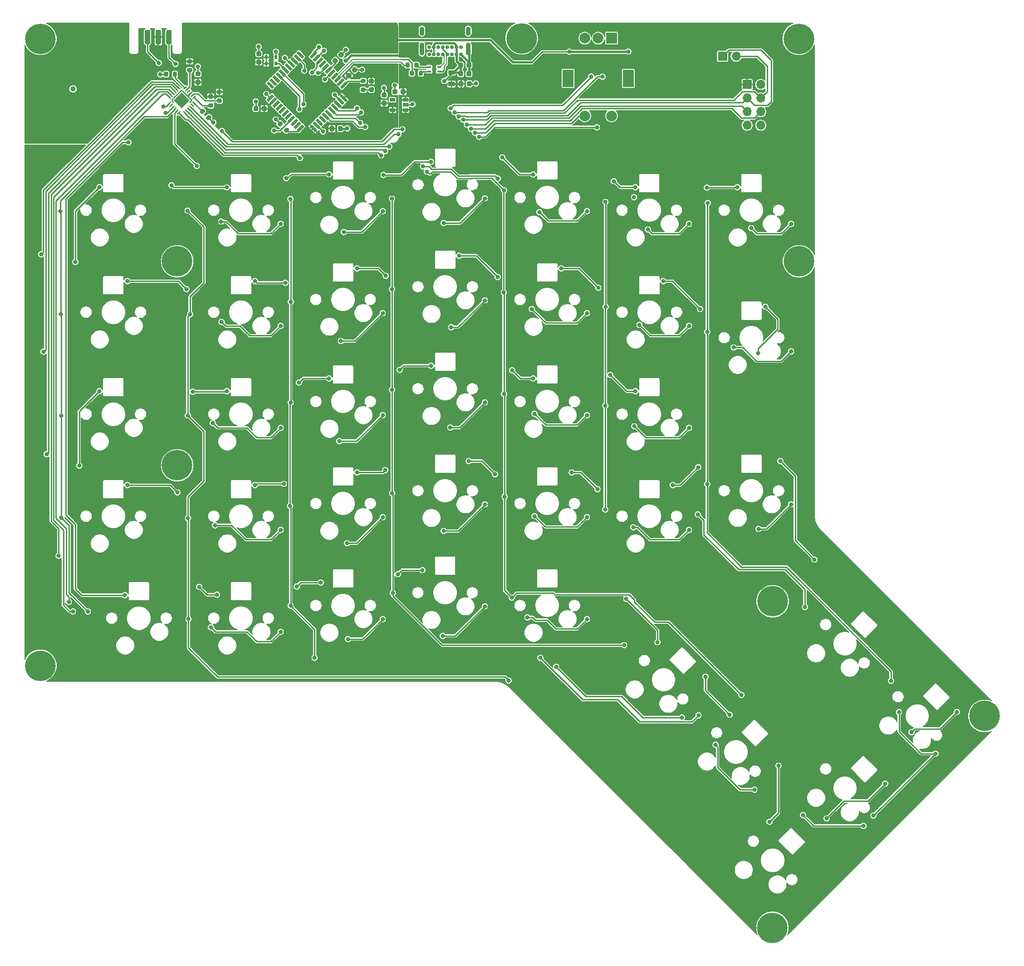
<source format=gbr>
%TF.GenerationSoftware,KiCad,Pcbnew,(5.1.8)-1*%
%TF.CreationDate,2022-07-09T15:07:12+10:00*%
%TF.ProjectId,ergonomic_split_left,6572676f-6e6f-46d6-9963-5f73706c6974,rev?*%
%TF.SameCoordinates,Original*%
%TF.FileFunction,Copper,L1,Top*%
%TF.FilePolarity,Positive*%
%FSLAX46Y46*%
G04 Gerber Fmt 4.6, Leading zero omitted, Abs format (unit mm)*
G04 Created by KiCad (PCBNEW (5.1.8)-1) date 2022-07-09 15:07:12*
%MOMM*%
%LPD*%
G01*
G04 APERTURE LIST*
%TA.AperFunction,SMDPad,CuDef*%
%ADD10C,0.100000*%
%TD*%
%TA.AperFunction,ComponentPad*%
%ADD11R,2.000000X2.000000*%
%TD*%
%TA.AperFunction,ComponentPad*%
%ADD12C,2.000000*%
%TD*%
%TA.AperFunction,ComponentPad*%
%ADD13R,2.000000X3.200000*%
%TD*%
%TA.AperFunction,SMDPad,CuDef*%
%ADD14R,0.750000X0.450000*%
%TD*%
%TA.AperFunction,ComponentPad*%
%ADD15O,1.700000X1.700000*%
%TD*%
%TA.AperFunction,ComponentPad*%
%ADD16R,1.700000X1.700000*%
%TD*%
%TA.AperFunction,ComponentPad*%
%ADD17C,5.700000*%
%TD*%
%TA.AperFunction,SMDPad,CuDef*%
%ADD18R,1.000000X0.700000*%
%TD*%
%TA.AperFunction,ComponentPad*%
%ADD19C,0.700000*%
%TD*%
%TA.AperFunction,ComponentPad*%
%ADD20O,0.900000X2.400000*%
%TD*%
%TA.AperFunction,ComponentPad*%
%ADD21O,0.900000X1.700000*%
%TD*%
%TA.AperFunction,SMDPad,CuDef*%
%ADD22C,1.000000*%
%TD*%
%TA.AperFunction,SMDPad,CuDef*%
%ADD23R,0.600000X0.800000*%
%TD*%
%TA.AperFunction,ViaPad*%
%ADD24C,0.800000*%
%TD*%
%TA.AperFunction,Conductor*%
%ADD25C,0.381000*%
%TD*%
%TA.AperFunction,Conductor*%
%ADD26C,0.250000*%
%TD*%
%TA.AperFunction,Conductor*%
%ADD27C,0.200000*%
%TD*%
%TA.AperFunction,Conductor*%
%ADD28C,0.127000*%
%TD*%
%TA.AperFunction,Conductor*%
%ADD29C,0.100000*%
%TD*%
G04 APERTURE END LIST*
%TO.P,J5,3*%
%TO.N,/uController/SCK*%
%TA.AperFunction,SMDPad,CuDef*%
G36*
G01*
X99538400Y-57640400D02*
X99538400Y-55440400D01*
G75*
G02*
X99788400Y-55190400I250000J0D01*
G01*
X100288400Y-55190400D01*
G75*
G02*
X100538400Y-55440400I0J-250000D01*
G01*
X100538400Y-57640400D01*
G75*
G02*
X100288400Y-57890400I-250000J0D01*
G01*
X99788400Y-57890400D01*
G75*
G02*
X99538400Y-57640400I0J250000D01*
G01*
G37*
%TD.AperFunction*%
%TO.P,J5,2*%
%TO.N,+3V3*%
%TA.AperFunction,SMDPad,CuDef*%
G36*
G01*
X101538400Y-57640400D02*
X101538400Y-55440400D01*
G75*
G02*
X101788400Y-55190400I250000J0D01*
G01*
X102288400Y-55190400D01*
G75*
G02*
X102538400Y-55440400I0J-250000D01*
G01*
X102538400Y-57640400D01*
G75*
G02*
X102288400Y-57890400I-250000J0D01*
G01*
X101788400Y-57890400D01*
G75*
G02*
X101538400Y-57640400I0J250000D01*
G01*
G37*
%TD.AperFunction*%
%TO.P,J5,1*%
%TO.N,/uController/MISO*%
%TA.AperFunction,SMDPad,CuDef*%
G36*
G01*
X103538400Y-57640400D02*
X103538400Y-55440400D01*
G75*
G02*
X103788400Y-55190400I250000J0D01*
G01*
X104288400Y-55190400D01*
G75*
G02*
X104538400Y-55440400I0J-250000D01*
G01*
X104538400Y-57640400D01*
G75*
G02*
X104288400Y-57890400I-250000J0D01*
G01*
X103788400Y-57890400D01*
G75*
G02*
X103538400Y-57640400I0J250000D01*
G01*
G37*
%TD.AperFunction*%
%TD*%
%TA.AperFunction,SMDPad,CuDef*%
D10*
%TO.P,U6,1*%
%TO.N,/uController/nCAPS_LED*%
G36*
X136988812Y-64798934D02*
G01*
X137377720Y-65187842D01*
X136317060Y-66248502D01*
X135928152Y-65859594D01*
X136988812Y-64798934D01*
G37*
%TD.AperFunction*%
%TA.AperFunction,SMDPad,CuDef*%
%TO.P,U6,2*%
%TO.N,+3V3*%
G36*
X136423126Y-64233249D02*
G01*
X136812034Y-64622157D01*
X135751374Y-65682817D01*
X135362466Y-65293909D01*
X136423126Y-64233249D01*
G37*
%TD.AperFunction*%
%TA.AperFunction,SMDPad,CuDef*%
%TO.P,U6,3*%
%TO.N,/USB_UPSTREAM/USB-*%
G36*
X135857441Y-63667564D02*
G01*
X136246349Y-64056472D01*
X135185689Y-65117132D01*
X134796781Y-64728224D01*
X135857441Y-63667564D01*
G37*
%TD.AperFunction*%
%TA.AperFunction,SMDPad,CuDef*%
%TO.P,U6,4*%
%TO.N,/USB_UPSTREAM/USB+*%
G36*
X135291756Y-63101878D02*
G01*
X135680664Y-63490786D01*
X134620004Y-64551446D01*
X134231096Y-64162538D01*
X135291756Y-63101878D01*
G37*
%TD.AperFunction*%
%TA.AperFunction,SMDPad,CuDef*%
%TO.P,U6,5*%
%TO.N,GND*%
G36*
X134726070Y-62536193D02*
G01*
X135114978Y-62925101D01*
X134054318Y-63985761D01*
X133665410Y-63596853D01*
X134726070Y-62536193D01*
G37*
%TD.AperFunction*%
%TA.AperFunction,SMDPad,CuDef*%
%TO.P,U6,6*%
%TO.N,Net-(C43-Pad1)*%
G36*
X134160385Y-61970507D02*
G01*
X134549293Y-62359415D01*
X133488633Y-63420075D01*
X133099725Y-63031167D01*
X134160385Y-61970507D01*
G37*
%TD.AperFunction*%
%TA.AperFunction,SMDPad,CuDef*%
%TO.P,U6,7*%
%TO.N,+5V*%
G36*
X133594699Y-61404822D02*
G01*
X133983607Y-61793730D01*
X132922947Y-62854390D01*
X132534039Y-62465482D01*
X133594699Y-61404822D01*
G37*
%TD.AperFunction*%
%TA.AperFunction,SMDPad,CuDef*%
%TO.P,U6,8*%
%TO.N,Net-(U6-Pad8)*%
G36*
X133029014Y-60839136D02*
G01*
X133417922Y-61228044D01*
X132357262Y-62288704D01*
X131968354Y-61899796D01*
X133029014Y-60839136D01*
G37*
%TD.AperFunction*%
%TA.AperFunction,SMDPad,CuDef*%
%TO.P,U6,9*%
%TO.N,/uController/SCK*%
G36*
X132463328Y-60273451D02*
G01*
X132852236Y-60662359D01*
X131791576Y-61723019D01*
X131402668Y-61334111D01*
X132463328Y-60273451D01*
G37*
%TD.AperFunction*%
%TA.AperFunction,SMDPad,CuDef*%
%TO.P,U6,10*%
%TO.N,/uController/MOSI*%
G36*
X131897643Y-59707766D02*
G01*
X132286551Y-60096674D01*
X131225891Y-61157334D01*
X130836983Y-60768426D01*
X131897643Y-59707766D01*
G37*
%TD.AperFunction*%
%TA.AperFunction,SMDPad,CuDef*%
%TO.P,U6,11*%
%TO.N,/uController/MISO*%
G36*
X131331958Y-59142080D02*
G01*
X131720866Y-59530988D01*
X130660206Y-60591648D01*
X130271298Y-60202740D01*
X131331958Y-59142080D01*
G37*
%TD.AperFunction*%
%TA.AperFunction,SMDPad,CuDef*%
%TO.P,U6,12*%
%TO.N,Net-(U6-Pad12)*%
G36*
X127867134Y-59530988D02*
G01*
X128256042Y-59142080D01*
X129316702Y-60202740D01*
X128927794Y-60591648D01*
X127867134Y-59530988D01*
G37*
%TD.AperFunction*%
%TA.AperFunction,SMDPad,CuDef*%
%TO.P,U6,13*%
%TO.N,/uController/RST*%
G36*
X127301449Y-60096674D02*
G01*
X127690357Y-59707766D01*
X128751017Y-60768426D01*
X128362109Y-61157334D01*
X127301449Y-60096674D01*
G37*
%TD.AperFunction*%
%TA.AperFunction,SMDPad,CuDef*%
%TO.P,U6,14*%
%TO.N,+3V3*%
G36*
X126735764Y-60662359D02*
G01*
X127124672Y-60273451D01*
X128185332Y-61334111D01*
X127796424Y-61723019D01*
X126735764Y-60662359D01*
G37*
%TD.AperFunction*%
%TA.AperFunction,SMDPad,CuDef*%
%TO.P,U6,15*%
%TO.N,GND*%
G36*
X126170078Y-61228044D02*
G01*
X126558986Y-60839136D01*
X127619646Y-61899796D01*
X127230738Y-62288704D01*
X126170078Y-61228044D01*
G37*
%TD.AperFunction*%
%TA.AperFunction,SMDPad,CuDef*%
%TO.P,U6,16*%
%TO.N,Net-(U6-Pad16)*%
G36*
X125604393Y-61793730D02*
G01*
X125993301Y-61404822D01*
X127053961Y-62465482D01*
X126665053Y-62854390D01*
X125604393Y-61793730D01*
G37*
%TD.AperFunction*%
%TA.AperFunction,SMDPad,CuDef*%
%TO.P,U6,17*%
%TO.N,Net-(U6-Pad17)*%
G36*
X125038707Y-62359415D02*
G01*
X125427615Y-61970507D01*
X126488275Y-63031167D01*
X126099367Y-63420075D01*
X125038707Y-62359415D01*
G37*
%TD.AperFunction*%
%TA.AperFunction,SMDPad,CuDef*%
%TO.P,U6,18*%
%TO.N,/IO Expander/SCL*%
G36*
X124473022Y-62925101D02*
G01*
X124861930Y-62536193D01*
X125922590Y-63596853D01*
X125533682Y-63985761D01*
X124473022Y-62925101D01*
G37*
%TD.AperFunction*%
%TA.AperFunction,SMDPad,CuDef*%
%TO.P,U6,19*%
%TO.N,/IO Expander/SDA*%
G36*
X123907336Y-63490786D02*
G01*
X124296244Y-63101878D01*
X125356904Y-64162538D01*
X124967996Y-64551446D01*
X123907336Y-63490786D01*
G37*
%TD.AperFunction*%
%TA.AperFunction,SMDPad,CuDef*%
%TO.P,U6,20*%
%TO.N,Net-(U6-Pad20)*%
G36*
X123341651Y-64056472D02*
G01*
X123730559Y-63667564D01*
X124791219Y-64728224D01*
X124402311Y-65117132D01*
X123341651Y-64056472D01*
G37*
%TD.AperFunction*%
%TA.AperFunction,SMDPad,CuDef*%
%TO.P,U6,21*%
%TO.N,Net-(U6-Pad21)*%
G36*
X122775966Y-64622157D02*
G01*
X123164874Y-64233249D01*
X124225534Y-65293909D01*
X123836626Y-65682817D01*
X122775966Y-64622157D01*
G37*
%TD.AperFunction*%
%TA.AperFunction,SMDPad,CuDef*%
%TO.P,U6,22*%
%TO.N,Net-(U6-Pad22)*%
G36*
X122210280Y-65187842D02*
G01*
X122599188Y-64798934D01*
X123659848Y-65859594D01*
X123270940Y-66248502D01*
X122210280Y-65187842D01*
G37*
%TD.AperFunction*%
%TA.AperFunction,SMDPad,CuDef*%
%TO.P,U6,23*%
%TO.N,GND*%
G36*
X123270940Y-67203098D02*
G01*
X123659848Y-67592006D01*
X122599188Y-68652666D01*
X122210280Y-68263758D01*
X123270940Y-67203098D01*
G37*
%TD.AperFunction*%
%TA.AperFunction,SMDPad,CuDef*%
%TO.P,U6,24*%
%TO.N,+3V3*%
G36*
X123836626Y-67768783D02*
G01*
X124225534Y-68157691D01*
X123164874Y-69218351D01*
X122775966Y-68829443D01*
X123836626Y-67768783D01*
G37*
%TD.AperFunction*%
%TA.AperFunction,SMDPad,CuDef*%
%TO.P,U6,25*%
%TO.N,Net-(U6-Pad25)*%
G36*
X124402311Y-68334468D02*
G01*
X124791219Y-68723376D01*
X123730559Y-69784036D01*
X123341651Y-69395128D01*
X124402311Y-68334468D01*
G37*
%TD.AperFunction*%
%TA.AperFunction,SMDPad,CuDef*%
%TO.P,U6,26*%
%TO.N,Net-(U6-Pad26)*%
G36*
X124967996Y-68900154D02*
G01*
X125356904Y-69289062D01*
X124296244Y-70349722D01*
X123907336Y-69960814D01*
X124967996Y-68900154D01*
G37*
%TD.AperFunction*%
%TA.AperFunction,SMDPad,CuDef*%
%TO.P,U6,27*%
%TO.N,Net-(U6-Pad27)*%
G36*
X125533682Y-69465839D02*
G01*
X125922590Y-69854747D01*
X124861930Y-70915407D01*
X124473022Y-70526499D01*
X125533682Y-69465839D01*
G37*
%TD.AperFunction*%
%TA.AperFunction,SMDPad,CuDef*%
%TO.P,U6,28*%
%TO.N,Net-(U6-Pad28)*%
G36*
X126099367Y-70031525D02*
G01*
X126488275Y-70420433D01*
X125427615Y-71481093D01*
X125038707Y-71092185D01*
X126099367Y-70031525D01*
G37*
%TD.AperFunction*%
%TA.AperFunction,SMDPad,CuDef*%
%TO.P,U6,29*%
%TO.N,Net-(U6-Pad29)*%
G36*
X126665053Y-70597210D02*
G01*
X127053961Y-70986118D01*
X125993301Y-72046778D01*
X125604393Y-71657870D01*
X126665053Y-70597210D01*
G37*
%TD.AperFunction*%
%TA.AperFunction,SMDPad,CuDef*%
%TO.P,U6,30*%
%TO.N,/Switch Matrix/RGB_DIN*%
G36*
X127230738Y-71162896D02*
G01*
X127619646Y-71551804D01*
X126558986Y-72612464D01*
X126170078Y-72223556D01*
X127230738Y-71162896D01*
G37*
%TD.AperFunction*%
%TA.AperFunction,SMDPad,CuDef*%
%TO.P,U6,31*%
%TO.N,Net-(U6-Pad31)*%
G36*
X127796424Y-71728581D02*
G01*
X128185332Y-72117489D01*
X127124672Y-73178149D01*
X126735764Y-72789241D01*
X127796424Y-71728581D01*
G37*
%TD.AperFunction*%
%TA.AperFunction,SMDPad,CuDef*%
%TO.P,U6,32*%
%TO.N,Net-(U6-Pad32)*%
G36*
X128362109Y-72294266D02*
G01*
X128751017Y-72683174D01*
X127690357Y-73743834D01*
X127301449Y-73354926D01*
X128362109Y-72294266D01*
G37*
%TD.AperFunction*%
%TA.AperFunction,SMDPad,CuDef*%
%TO.P,U6,33*%
%TO.N,Net-(R23-Pad1)*%
G36*
X128927794Y-72859952D02*
G01*
X129316702Y-73248860D01*
X128256042Y-74309520D01*
X127867134Y-73920612D01*
X128927794Y-72859952D01*
G37*
%TD.AperFunction*%
%TA.AperFunction,SMDPad,CuDef*%
%TO.P,U6,34*%
%TO.N,+3V3*%
G36*
X130271298Y-73248860D02*
G01*
X130660206Y-72859952D01*
X131720866Y-73920612D01*
X131331958Y-74309520D01*
X130271298Y-73248860D01*
G37*
%TD.AperFunction*%
%TA.AperFunction,SMDPad,CuDef*%
%TO.P,U6,35*%
%TO.N,GND*%
G36*
X130836983Y-72683174D02*
G01*
X131225891Y-72294266D01*
X132286551Y-73354926D01*
X131897643Y-73743834D01*
X130836983Y-72683174D01*
G37*
%TD.AperFunction*%
%TA.AperFunction,SMDPad,CuDef*%
%TO.P,U6,36*%
%TO.N,Net-(U6-Pad36)*%
G36*
X131402668Y-72117489D02*
G01*
X131791576Y-71728581D01*
X132852236Y-72789241D01*
X132463328Y-73178149D01*
X131402668Y-72117489D01*
G37*
%TD.AperFunction*%
%TA.AperFunction,SMDPad,CuDef*%
%TO.P,U6,37*%
%TO.N,Net-(U6-Pad37)*%
G36*
X131968354Y-71551804D02*
G01*
X132357262Y-71162896D01*
X133417922Y-72223556D01*
X133029014Y-72612464D01*
X131968354Y-71551804D01*
G37*
%TD.AperFunction*%
%TA.AperFunction,SMDPad,CuDef*%
%TO.P,U6,38*%
%TO.N,/Right Interface/ENCODER_B_R*%
G36*
X132534039Y-70986118D02*
G01*
X132922947Y-70597210D01*
X133983607Y-71657870D01*
X133594699Y-72046778D01*
X132534039Y-70986118D01*
G37*
%TD.AperFunction*%
%TA.AperFunction,SMDPad,CuDef*%
%TO.P,U6,39*%
%TO.N,/Right Interface/ENCODER_A_R*%
G36*
X133099725Y-70420433D02*
G01*
X133488633Y-70031525D01*
X134549293Y-71092185D01*
X134160385Y-71481093D01*
X133099725Y-70420433D01*
G37*
%TD.AperFunction*%
%TA.AperFunction,SMDPad,CuDef*%
%TO.P,U6,40*%
%TO.N,/Switch Matrix/ENCODER_A_L*%
G36*
X133665410Y-69854747D02*
G01*
X134054318Y-69465839D01*
X135114978Y-70526499D01*
X134726070Y-70915407D01*
X133665410Y-69854747D01*
G37*
%TD.AperFunction*%
%TA.AperFunction,SMDPad,CuDef*%
%TO.P,U6,41*%
%TO.N,/Switch Matrix/ENCODER_B_L*%
G36*
X134231096Y-69289062D02*
G01*
X134620004Y-68900154D01*
X135680664Y-69960814D01*
X135291756Y-70349722D01*
X134231096Y-69289062D01*
G37*
%TD.AperFunction*%
%TA.AperFunction,SMDPad,CuDef*%
%TO.P,U6,42*%
%TO.N,+3V3*%
G36*
X134796781Y-68723376D02*
G01*
X135185689Y-68334468D01*
X136246349Y-69395128D01*
X135857441Y-69784036D01*
X134796781Y-68723376D01*
G37*
%TD.AperFunction*%
%TA.AperFunction,SMDPad,CuDef*%
%TO.P,U6,43*%
%TO.N,GND*%
G36*
X135362466Y-68157691D02*
G01*
X135751374Y-67768783D01*
X136812034Y-68829443D01*
X136423126Y-69218351D01*
X135362466Y-68157691D01*
G37*
%TD.AperFunction*%
%TA.AperFunction,SMDPad,CuDef*%
%TO.P,U6,44*%
%TO.N,+3V3*%
G36*
X135928152Y-67592006D02*
G01*
X136317060Y-67203098D01*
X137377720Y-68263758D01*
X136988812Y-68652666D01*
X135928152Y-67592006D01*
G37*
%TD.AperFunction*%
%TD*%
D11*
%TO.P,SW40,A*%
%TO.N,Net-(R4-Pad1)*%
X186637930Y-56769000D03*
D12*
%TO.P,SW40,C*%
%TO.N,GND*%
X184137930Y-56769000D03*
%TO.P,SW40,B*%
%TO.N,Net-(R7-Pad1)*%
X181637930Y-56769000D03*
D13*
%TO.P,SW40,MP*%
%TO.N,N/C*%
X189737930Y-64269000D03*
X178537930Y-64269000D03*
D12*
%TO.P,SW40,S2*%
%TO.N,Net-(D1-Pad2)*%
X186637930Y-71269000D03*
%TO.P,SW40,S1*%
%TO.N,/IO Expander/ROW[6]*%
X181637930Y-71269000D03*
%TD*%
%TO.P,R5,1*%
%TO.N,/USB_UPSTREAM/USB-*%
%TA.AperFunction,SMDPad,CuDef*%
G36*
G01*
X148164600Y-62055420D02*
X148164600Y-61505420D01*
G75*
G02*
X148364600Y-61305420I200000J0D01*
G01*
X148764600Y-61305420D01*
G75*
G02*
X148964600Y-61505420I0J-200000D01*
G01*
X148964600Y-62055420D01*
G75*
G02*
X148764600Y-62255420I-200000J0D01*
G01*
X148364600Y-62255420D01*
G75*
G02*
X148164600Y-62055420I0J200000D01*
G01*
G37*
%TD.AperFunction*%
%TO.P,R5,2*%
%TO.N,/USB_UPSTREAM/D-*%
%TA.AperFunction,SMDPad,CuDef*%
G36*
G01*
X149814600Y-62055420D02*
X149814600Y-61505420D01*
G75*
G02*
X150014600Y-61305420I200000J0D01*
G01*
X150414600Y-61305420D01*
G75*
G02*
X150614600Y-61505420I0J-200000D01*
G01*
X150614600Y-62055420D01*
G75*
G02*
X150414600Y-62255420I-200000J0D01*
G01*
X150014600Y-62255420D01*
G75*
G02*
X149814600Y-62055420I0J200000D01*
G01*
G37*
%TD.AperFunction*%
%TD*%
D14*
%TO.P,L1,1*%
%TO.N,/USB_UPSTREAM/D-*%
X152612480Y-62166500D03*
%TO.P,L1,2*%
%TO.N,/USB_UPSTREAM/D+*%
X152612480Y-62966500D03*
%TO.P,L1,3*%
%TO.N,/USB_UPSTREAM/CD+*%
X154462480Y-62966500D03*
%TO.P,L1,4*%
%TO.N,/USB_UPSTREAM/CD-*%
X154462480Y-62166500D03*
%TD*%
%TO.P,R6,2*%
%TO.N,/USB_UPSTREAM/D+*%
%TA.AperFunction,SMDPad,CuDef*%
G36*
G01*
X150627400Y-63584500D02*
X150627400Y-63034500D01*
G75*
G02*
X150827400Y-62834500I200000J0D01*
G01*
X151227400Y-62834500D01*
G75*
G02*
X151427400Y-63034500I0J-200000D01*
G01*
X151427400Y-63584500D01*
G75*
G02*
X151227400Y-63784500I-200000J0D01*
G01*
X150827400Y-63784500D01*
G75*
G02*
X150627400Y-63584500I0J200000D01*
G01*
G37*
%TD.AperFunction*%
%TO.P,R6,1*%
%TO.N,/USB_UPSTREAM/USB+*%
%TA.AperFunction,SMDPad,CuDef*%
G36*
G01*
X148977400Y-63584500D02*
X148977400Y-63034500D01*
G75*
G02*
X149177400Y-62834500I200000J0D01*
G01*
X149577400Y-62834500D01*
G75*
G02*
X149777400Y-63034500I0J-200000D01*
G01*
X149777400Y-63584500D01*
G75*
G02*
X149577400Y-63784500I-200000J0D01*
G01*
X149177400Y-63784500D01*
G75*
G02*
X148977400Y-63584500I0J200000D01*
G01*
G37*
%TD.AperFunction*%
%TD*%
D15*
%TO.P,J2,8*%
%TO.N,GND*%
X214471250Y-73025000D03*
%TO.P,J2,7*%
%TO.N,/Right Interface/RGB_DIN*%
X211931250Y-73025000D03*
%TO.P,J2,6*%
%TO.N,/Right Interface/ENCODER_B_R*%
X214471250Y-70485000D03*
%TO.P,J2,5*%
%TO.N,/Right Interface/ENCODER_A_R*%
X211931250Y-70485000D03*
%TO.P,J2,4*%
%TO.N,/IO Expander/SCL*%
X214471250Y-67945000D03*
%TO.P,J2,3*%
%TO.N,/IO Expander/SDA*%
X211931250Y-67945000D03*
%TO.P,J2,2*%
%TO.N,GND*%
X214471250Y-65405000D03*
D16*
%TO.P,J2,1*%
%TO.N,+5V*%
X211931250Y-65405000D03*
%TD*%
D15*
%TO.P,J3,2*%
%TO.N,/IO Expander/SCL*%
X209892900Y-60147200D03*
D16*
%TO.P,J3,1*%
%TO.N,/IO Expander/SDA*%
X207352900Y-60147200D03*
%TD*%
D17*
%TO.P,H10,1*%
%TO.N,Net-(H10-Pad1)*%
X216693750Y-161925000D03*
%TD*%
%TO.P,H9,1*%
%TO.N,Net-(H9-Pad1)*%
X221625160Y-98425000D03*
%TD*%
%TO.P,H8,1*%
%TO.N,Net-(H8-Pad1)*%
X221589600Y-56870600D03*
%TD*%
%TO.P,H7,1*%
%TO.N,Net-(H7-Pad1)*%
X105568750Y-98425000D03*
%TD*%
%TO.P,H6,1*%
%TO.N,Net-(H6-Pad1)*%
X256230070Y-183342330D03*
%TD*%
%TO.P,H5,1*%
%TO.N,Net-(H5-Pad1)*%
X169862500Y-56794400D03*
%TD*%
%TO.P,H4,1*%
%TO.N,Net-(H4-Pad1)*%
X105568750Y-136525000D03*
%TD*%
%TO.P,H3,1*%
%TO.N,Net-(H3-Pad1)*%
X216641730Y-222905270D03*
%TD*%
%TO.P,H2,1*%
%TO.N,Net-(H2-Pad1)*%
X80035400Y-173964600D03*
%TD*%
%TO.P,H1,1*%
%TO.N,Net-(H1-Pad1)*%
X80035400Y-56870600D03*
%TD*%
%TO.P,C7,1*%
%TO.N,+3V3*%
%TA.AperFunction,SMDPad,CuDef*%
G36*
G01*
X109693520Y-65420960D02*
X109193520Y-65420960D01*
G75*
G02*
X108968520Y-65195960I0J225000D01*
G01*
X108968520Y-64745960D01*
G75*
G02*
X109193520Y-64520960I225000J0D01*
G01*
X109693520Y-64520960D01*
G75*
G02*
X109918520Y-64745960I0J-225000D01*
G01*
X109918520Y-65195960D01*
G75*
G02*
X109693520Y-65420960I-225000J0D01*
G01*
G37*
%TD.AperFunction*%
%TO.P,C7,2*%
%TO.N,GND*%
%TA.AperFunction,SMDPad,CuDef*%
G36*
G01*
X109693520Y-63870960D02*
X109193520Y-63870960D01*
G75*
G02*
X108968520Y-63645960I0J225000D01*
G01*
X108968520Y-63195960D01*
G75*
G02*
X109193520Y-62970960I225000J0D01*
G01*
X109693520Y-62970960D01*
G75*
G02*
X109918520Y-63195960I0J-225000D01*
G01*
X109918520Y-63645960D01*
G75*
G02*
X109693520Y-63870960I-225000J0D01*
G01*
G37*
%TD.AperFunction*%
%TD*%
%TO.P,R15,2*%
%TO.N,/IO Expander/SDA*%
%TA.AperFunction,SMDPad,CuDef*%
G36*
G01*
X111561200Y-68926760D02*
X112111200Y-68926760D01*
G75*
G02*
X112311200Y-69126760I0J-200000D01*
G01*
X112311200Y-69526760D01*
G75*
G02*
X112111200Y-69726760I-200000J0D01*
G01*
X111561200Y-69726760D01*
G75*
G02*
X111361200Y-69526760I0J200000D01*
G01*
X111361200Y-69126760D01*
G75*
G02*
X111561200Y-68926760I200000J0D01*
G01*
G37*
%TD.AperFunction*%
%TO.P,R15,1*%
%TO.N,+3V3*%
%TA.AperFunction,SMDPad,CuDef*%
G36*
G01*
X111561200Y-67276760D02*
X112111200Y-67276760D01*
G75*
G02*
X112311200Y-67476760I0J-200000D01*
G01*
X112311200Y-67876760D01*
G75*
G02*
X112111200Y-68076760I-200000J0D01*
G01*
X111561200Y-68076760D01*
G75*
G02*
X111361200Y-67876760I0J200000D01*
G01*
X111361200Y-67476760D01*
G75*
G02*
X111561200Y-67276760I200000J0D01*
G01*
G37*
%TD.AperFunction*%
%TD*%
%TO.P,R14,2*%
%TO.N,/IO Expander/SCL*%
%TA.AperFunction,SMDPad,CuDef*%
G36*
G01*
X113156320Y-68037760D02*
X113706320Y-68037760D01*
G75*
G02*
X113906320Y-68237760I0J-200000D01*
G01*
X113906320Y-68637760D01*
G75*
G02*
X113706320Y-68837760I-200000J0D01*
G01*
X113156320Y-68837760D01*
G75*
G02*
X112956320Y-68637760I0J200000D01*
G01*
X112956320Y-68237760D01*
G75*
G02*
X113156320Y-68037760I200000J0D01*
G01*
G37*
%TD.AperFunction*%
%TO.P,R14,1*%
%TO.N,+3V3*%
%TA.AperFunction,SMDPad,CuDef*%
G36*
G01*
X113156320Y-66387760D02*
X113706320Y-66387760D01*
G75*
G02*
X113906320Y-66587760I0J-200000D01*
G01*
X113906320Y-66987760D01*
G75*
G02*
X113706320Y-67187760I-200000J0D01*
G01*
X113156320Y-67187760D01*
G75*
G02*
X112956320Y-66987760I0J200000D01*
G01*
X112956320Y-66587760D01*
G75*
G02*
X113156320Y-66387760I200000J0D01*
G01*
G37*
%TD.AperFunction*%
%TD*%
%TA.AperFunction,SMDPad,CuDef*%
D10*
%TO.P,U2,25*%
%TO.N,GND*%
G36*
X106054379Y-69477403D02*
G01*
X106425610Y-69106172D01*
X106796841Y-69477403D01*
X106425610Y-69848634D01*
X106054379Y-69477403D01*
G37*
%TD.AperFunction*%
%TA.AperFunction,SMDPad,CuDef*%
G36*
X106425610Y-69106172D02*
G01*
X106796841Y-68734941D01*
X107168072Y-69106172D01*
X106796841Y-69477403D01*
X106425610Y-69106172D01*
G37*
%TD.AperFunction*%
%TA.AperFunction,SMDPad,CuDef*%
G36*
X106796841Y-68734941D02*
G01*
X107168072Y-68363710D01*
X107539303Y-68734941D01*
X107168072Y-69106172D01*
X106796841Y-68734941D01*
G37*
%TD.AperFunction*%
%TA.AperFunction,SMDPad,CuDef*%
G36*
X107168072Y-68363710D02*
G01*
X107539303Y-67992479D01*
X107910534Y-68363710D01*
X107539303Y-68734941D01*
X107168072Y-68363710D01*
G37*
%TD.AperFunction*%
%TA.AperFunction,SMDPad,CuDef*%
G36*
X105683148Y-69106172D02*
G01*
X106054379Y-68734941D01*
X106425610Y-69106172D01*
X106054379Y-69477403D01*
X105683148Y-69106172D01*
G37*
%TD.AperFunction*%
%TA.AperFunction,SMDPad,CuDef*%
G36*
X106054379Y-68734941D02*
G01*
X106425610Y-68363710D01*
X106796841Y-68734941D01*
X106425610Y-69106172D01*
X106054379Y-68734941D01*
G37*
%TD.AperFunction*%
%TA.AperFunction,SMDPad,CuDef*%
G36*
X106425610Y-68363710D02*
G01*
X106796841Y-67992479D01*
X107168072Y-68363710D01*
X106796841Y-68734941D01*
X106425610Y-68363710D01*
G37*
%TD.AperFunction*%
%TA.AperFunction,SMDPad,CuDef*%
G36*
X106796841Y-67992479D02*
G01*
X107168072Y-67621248D01*
X107539303Y-67992479D01*
X107168072Y-68363710D01*
X106796841Y-67992479D01*
G37*
%TD.AperFunction*%
%TA.AperFunction,SMDPad,CuDef*%
G36*
X105311917Y-68734941D02*
G01*
X105683148Y-68363710D01*
X106054379Y-68734941D01*
X105683148Y-69106172D01*
X105311917Y-68734941D01*
G37*
%TD.AperFunction*%
%TA.AperFunction,SMDPad,CuDef*%
G36*
X105683148Y-68363710D02*
G01*
X106054379Y-67992479D01*
X106425610Y-68363710D01*
X106054379Y-68734941D01*
X105683148Y-68363710D01*
G37*
%TD.AperFunction*%
%TA.AperFunction,SMDPad,CuDef*%
G36*
X106054379Y-67992479D02*
G01*
X106425610Y-67621248D01*
X106796841Y-67992479D01*
X106425610Y-68363710D01*
X106054379Y-67992479D01*
G37*
%TD.AperFunction*%
%TA.AperFunction,SMDPad,CuDef*%
G36*
X106425610Y-67621248D02*
G01*
X106796841Y-67250017D01*
X107168072Y-67621248D01*
X106796841Y-67992479D01*
X106425610Y-67621248D01*
G37*
%TD.AperFunction*%
%TA.AperFunction,SMDPad,CuDef*%
G36*
X104940686Y-68363710D02*
G01*
X105311917Y-67992479D01*
X105683148Y-68363710D01*
X105311917Y-68734941D01*
X104940686Y-68363710D01*
G37*
%TD.AperFunction*%
%TA.AperFunction,SMDPad,CuDef*%
G36*
X105311917Y-67992479D02*
G01*
X105683148Y-67621248D01*
X106054379Y-67992479D01*
X105683148Y-68363710D01*
X105311917Y-67992479D01*
G37*
%TD.AperFunction*%
%TA.AperFunction,SMDPad,CuDef*%
G36*
X105683148Y-67621248D02*
G01*
X106054379Y-67250017D01*
X106425610Y-67621248D01*
X106054379Y-67992479D01*
X105683148Y-67621248D01*
G37*
%TD.AperFunction*%
%TA.AperFunction,SMDPad,CuDef*%
G36*
X106054379Y-67250017D02*
G01*
X106425610Y-66878786D01*
X106796841Y-67250017D01*
X106425610Y-67621248D01*
X106054379Y-67250017D01*
G37*
%TD.AperFunction*%
%TO.P,U2,24*%
%TO.N,Net-(R13-Pad1)*%
%TA.AperFunction,SMDPad,CuDef*%
G36*
G01*
X106673097Y-66178750D02*
X107139787Y-65712060D01*
G75*
G02*
X107309493Y-65712060I84853J-84853D01*
G01*
X107309493Y-65712060D01*
G75*
G02*
X107309493Y-65881766I-84853J-84853D01*
G01*
X106842803Y-66348456D01*
G75*
G02*
X106673097Y-66348456I-84853J84853D01*
G01*
X106673097Y-66348456D01*
G75*
G02*
X106673097Y-66178750I84853J84853D01*
G01*
G37*
%TD.AperFunction*%
%TO.P,U2,23*%
%TO.N,Net-(R12-Pad1)*%
%TA.AperFunction,SMDPad,CuDef*%
G36*
G01*
X107026651Y-66532303D02*
X107493341Y-66065613D01*
G75*
G02*
X107663047Y-66065613I84853J-84853D01*
G01*
X107663047Y-66065613D01*
G75*
G02*
X107663047Y-66235319I-84853J-84853D01*
G01*
X107196357Y-66702009D01*
G75*
G02*
X107026651Y-66702009I-84853J84853D01*
G01*
X107026651Y-66702009D01*
G75*
G02*
X107026651Y-66532303I84853J84853D01*
G01*
G37*
%TD.AperFunction*%
%TO.P,U2,22*%
%TO.N,Net-(U2-Pad22)*%
%TA.AperFunction,SMDPad,CuDef*%
G36*
G01*
X107380204Y-66885856D02*
X107846894Y-66419166D01*
G75*
G02*
X108016600Y-66419166I84853J-84853D01*
G01*
X108016600Y-66419166D01*
G75*
G02*
X108016600Y-66588872I-84853J-84853D01*
G01*
X107549910Y-67055562D01*
G75*
G02*
X107380204Y-67055562I-84853J84853D01*
G01*
X107380204Y-67055562D01*
G75*
G02*
X107380204Y-66885856I84853J84853D01*
G01*
G37*
%TD.AperFunction*%
%TO.P,U2,21*%
%TO.N,+3V3*%
%TA.AperFunction,SMDPad,CuDef*%
G36*
G01*
X107733758Y-67239410D02*
X108200448Y-66772720D01*
G75*
G02*
X108370154Y-66772720I84853J-84853D01*
G01*
X108370154Y-66772720D01*
G75*
G02*
X108370154Y-66942426I-84853J-84853D01*
G01*
X107903464Y-67409116D01*
G75*
G02*
X107733758Y-67409116I-84853J84853D01*
G01*
X107733758Y-67409116D01*
G75*
G02*
X107733758Y-67239410I84853J84853D01*
G01*
G37*
%TD.AperFunction*%
%TO.P,U2,20*%
%TO.N,/IO Expander/SCL*%
%TA.AperFunction,SMDPad,CuDef*%
G36*
G01*
X108087311Y-67592963D02*
X108554001Y-67126273D01*
G75*
G02*
X108723707Y-67126273I84853J-84853D01*
G01*
X108723707Y-67126273D01*
G75*
G02*
X108723707Y-67295979I-84853J-84853D01*
G01*
X108257017Y-67762669D01*
G75*
G02*
X108087311Y-67762669I-84853J84853D01*
G01*
X108087311Y-67762669D01*
G75*
G02*
X108087311Y-67592963I84853J84853D01*
G01*
G37*
%TD.AperFunction*%
%TO.P,U2,19*%
%TO.N,/IO Expander/SDA*%
%TA.AperFunction,SMDPad,CuDef*%
G36*
G01*
X108440864Y-67946517D02*
X108907554Y-67479827D01*
G75*
G02*
X109077260Y-67479827I84853J-84853D01*
G01*
X109077260Y-67479827D01*
G75*
G02*
X109077260Y-67649533I-84853J-84853D01*
G01*
X108610570Y-68116223D01*
G75*
G02*
X108440864Y-68116223I-84853J84853D01*
G01*
X108440864Y-68116223D01*
G75*
G02*
X108440864Y-67946517I84853J84853D01*
G01*
G37*
%TD.AperFunction*%
%TO.P,U2,18*%
%TO.N,Net-(R11-Pad1)*%
%TA.AperFunction,SMDPad,CuDef*%
G36*
G01*
X108907554Y-69247593D02*
X108440864Y-68780903D01*
G75*
G02*
X108440864Y-68611197I84853J84853D01*
G01*
X108440864Y-68611197D01*
G75*
G02*
X108610570Y-68611197I84853J-84853D01*
G01*
X109077260Y-69077887D01*
G75*
G02*
X109077260Y-69247593I-84853J-84853D01*
G01*
X109077260Y-69247593D01*
G75*
G02*
X108907554Y-69247593I-84853J84853D01*
G01*
G37*
%TD.AperFunction*%
%TO.P,U2,17*%
%TO.N,Net-(U2-Pad17)*%
%TA.AperFunction,SMDPad,CuDef*%
G36*
G01*
X108554001Y-69601147D02*
X108087311Y-69134457D01*
G75*
G02*
X108087311Y-68964751I84853J84853D01*
G01*
X108087311Y-68964751D01*
G75*
G02*
X108257017Y-68964751I84853J-84853D01*
G01*
X108723707Y-69431441D01*
G75*
G02*
X108723707Y-69601147I-84853J-84853D01*
G01*
X108723707Y-69601147D01*
G75*
G02*
X108554001Y-69601147I-84853J84853D01*
G01*
G37*
%TD.AperFunction*%
%TO.P,U2,16*%
%TO.N,/IO Expander/COL[6]*%
%TA.AperFunction,SMDPad,CuDef*%
G36*
G01*
X108200448Y-69954700D02*
X107733758Y-69488010D01*
G75*
G02*
X107733758Y-69318304I84853J84853D01*
G01*
X107733758Y-69318304D01*
G75*
G02*
X107903464Y-69318304I84853J-84853D01*
G01*
X108370154Y-69784994D01*
G75*
G02*
X108370154Y-69954700I-84853J-84853D01*
G01*
X108370154Y-69954700D01*
G75*
G02*
X108200448Y-69954700I-84853J84853D01*
G01*
G37*
%TD.AperFunction*%
%TO.P,U2,15*%
%TO.N,/IO Expander/COL[5]*%
%TA.AperFunction,SMDPad,CuDef*%
G36*
G01*
X107846894Y-70308254D02*
X107380204Y-69841564D01*
G75*
G02*
X107380204Y-69671858I84853J84853D01*
G01*
X107380204Y-69671858D01*
G75*
G02*
X107549910Y-69671858I84853J-84853D01*
G01*
X108016600Y-70138548D01*
G75*
G02*
X108016600Y-70308254I-84853J-84853D01*
G01*
X108016600Y-70308254D01*
G75*
G02*
X107846894Y-70308254I-84853J84853D01*
G01*
G37*
%TD.AperFunction*%
%TO.P,U2,14*%
%TO.N,/IO Expander/COL[4]*%
%TA.AperFunction,SMDPad,CuDef*%
G36*
G01*
X107493341Y-70661807D02*
X107026651Y-70195117D01*
G75*
G02*
X107026651Y-70025411I84853J84853D01*
G01*
X107026651Y-70025411D01*
G75*
G02*
X107196357Y-70025411I84853J-84853D01*
G01*
X107663047Y-70492101D01*
G75*
G02*
X107663047Y-70661807I-84853J-84853D01*
G01*
X107663047Y-70661807D01*
G75*
G02*
X107493341Y-70661807I-84853J84853D01*
G01*
G37*
%TD.AperFunction*%
%TO.P,U2,13*%
%TO.N,/IO Expander/COL[3]*%
%TA.AperFunction,SMDPad,CuDef*%
G36*
G01*
X107139787Y-71015360D02*
X106673097Y-70548670D01*
G75*
G02*
X106673097Y-70378964I84853J84853D01*
G01*
X106673097Y-70378964D01*
G75*
G02*
X106842803Y-70378964I84853J-84853D01*
G01*
X107309493Y-70845654D01*
G75*
G02*
X107309493Y-71015360I-84853J-84853D01*
G01*
X107309493Y-71015360D01*
G75*
G02*
X107139787Y-71015360I-84853J84853D01*
G01*
G37*
%TD.AperFunction*%
%TO.P,U2,12*%
%TO.N,/IO Expander/COL[2]*%
%TA.AperFunction,SMDPad,CuDef*%
G36*
G01*
X105541727Y-70845654D02*
X106008417Y-70378964D01*
G75*
G02*
X106178123Y-70378964I84853J-84853D01*
G01*
X106178123Y-70378964D01*
G75*
G02*
X106178123Y-70548670I-84853J-84853D01*
G01*
X105711433Y-71015360D01*
G75*
G02*
X105541727Y-71015360I-84853J84853D01*
G01*
X105541727Y-71015360D01*
G75*
G02*
X105541727Y-70845654I84853J84853D01*
G01*
G37*
%TD.AperFunction*%
%TO.P,U2,11*%
%TO.N,/IO Expander/COL[1]*%
%TA.AperFunction,SMDPad,CuDef*%
G36*
G01*
X105188173Y-70492101D02*
X105654863Y-70025411D01*
G75*
G02*
X105824569Y-70025411I84853J-84853D01*
G01*
X105824569Y-70025411D01*
G75*
G02*
X105824569Y-70195117I-84853J-84853D01*
G01*
X105357879Y-70661807D01*
G75*
G02*
X105188173Y-70661807I-84853J84853D01*
G01*
X105188173Y-70661807D01*
G75*
G02*
X105188173Y-70492101I84853J84853D01*
G01*
G37*
%TD.AperFunction*%
%TO.P,U2,10*%
%TO.N,/IO Expander/COL[0]*%
%TA.AperFunction,SMDPad,CuDef*%
G36*
G01*
X104834620Y-70138548D02*
X105301310Y-69671858D01*
G75*
G02*
X105471016Y-69671858I84853J-84853D01*
G01*
X105471016Y-69671858D01*
G75*
G02*
X105471016Y-69841564I-84853J-84853D01*
G01*
X105004326Y-70308254D01*
G75*
G02*
X104834620Y-70308254I-84853J84853D01*
G01*
X104834620Y-70308254D01*
G75*
G02*
X104834620Y-70138548I84853J84853D01*
G01*
G37*
%TD.AperFunction*%
%TO.P,U2,9*%
%TO.N,GND*%
%TA.AperFunction,SMDPad,CuDef*%
G36*
G01*
X104481066Y-69784994D02*
X104947756Y-69318304D01*
G75*
G02*
X105117462Y-69318304I84853J-84853D01*
G01*
X105117462Y-69318304D01*
G75*
G02*
X105117462Y-69488010I-84853J-84853D01*
G01*
X104650772Y-69954700D01*
G75*
G02*
X104481066Y-69954700I-84853J84853D01*
G01*
X104481066Y-69954700D01*
G75*
G02*
X104481066Y-69784994I84853J84853D01*
G01*
G37*
%TD.AperFunction*%
%TO.P,U2,8*%
%TO.N,Net-(U2-Pad8)*%
%TA.AperFunction,SMDPad,CuDef*%
G36*
G01*
X104127513Y-69431441D02*
X104594203Y-68964751D01*
G75*
G02*
X104763909Y-68964751I84853J-84853D01*
G01*
X104763909Y-68964751D01*
G75*
G02*
X104763909Y-69134457I-84853J-84853D01*
G01*
X104297219Y-69601147D01*
G75*
G02*
X104127513Y-69601147I-84853J84853D01*
G01*
X104127513Y-69601147D01*
G75*
G02*
X104127513Y-69431441I84853J84853D01*
G01*
G37*
%TD.AperFunction*%
%TO.P,U2,7*%
%TO.N,/IO Expander/ROW[6]*%
%TA.AperFunction,SMDPad,CuDef*%
G36*
G01*
X103773960Y-69077887D02*
X104240650Y-68611197D01*
G75*
G02*
X104410356Y-68611197I84853J-84853D01*
G01*
X104410356Y-68611197D01*
G75*
G02*
X104410356Y-68780903I-84853J-84853D01*
G01*
X103943666Y-69247593D01*
G75*
G02*
X103773960Y-69247593I-84853J84853D01*
G01*
X103773960Y-69247593D01*
G75*
G02*
X103773960Y-69077887I84853J84853D01*
G01*
G37*
%TD.AperFunction*%
%TO.P,U2,6*%
%TO.N,/IO Expander/ROW[5]*%
%TA.AperFunction,SMDPad,CuDef*%
G36*
G01*
X104240650Y-68116223D02*
X103773960Y-67649533D01*
G75*
G02*
X103773960Y-67479827I84853J84853D01*
G01*
X103773960Y-67479827D01*
G75*
G02*
X103943666Y-67479827I84853J-84853D01*
G01*
X104410356Y-67946517D01*
G75*
G02*
X104410356Y-68116223I-84853J-84853D01*
G01*
X104410356Y-68116223D01*
G75*
G02*
X104240650Y-68116223I-84853J84853D01*
G01*
G37*
%TD.AperFunction*%
%TO.P,U2,5*%
%TO.N,/IO Expander/ROW[4]*%
%TA.AperFunction,SMDPad,CuDef*%
G36*
G01*
X104594203Y-67762669D02*
X104127513Y-67295979D01*
G75*
G02*
X104127513Y-67126273I84853J84853D01*
G01*
X104127513Y-67126273D01*
G75*
G02*
X104297219Y-67126273I84853J-84853D01*
G01*
X104763909Y-67592963D01*
G75*
G02*
X104763909Y-67762669I-84853J-84853D01*
G01*
X104763909Y-67762669D01*
G75*
G02*
X104594203Y-67762669I-84853J84853D01*
G01*
G37*
%TD.AperFunction*%
%TO.P,U2,4*%
%TO.N,/IO Expander/ROW[3]*%
%TA.AperFunction,SMDPad,CuDef*%
G36*
G01*
X104947756Y-67409116D02*
X104481066Y-66942426D01*
G75*
G02*
X104481066Y-66772720I84853J84853D01*
G01*
X104481066Y-66772720D01*
G75*
G02*
X104650772Y-66772720I84853J-84853D01*
G01*
X105117462Y-67239410D01*
G75*
G02*
X105117462Y-67409116I-84853J-84853D01*
G01*
X105117462Y-67409116D01*
G75*
G02*
X104947756Y-67409116I-84853J84853D01*
G01*
G37*
%TD.AperFunction*%
%TO.P,U2,3*%
%TO.N,/IO Expander/ROW[2]*%
%TA.AperFunction,SMDPad,CuDef*%
G36*
G01*
X105301310Y-67055562D02*
X104834620Y-66588872D01*
G75*
G02*
X104834620Y-66419166I84853J84853D01*
G01*
X104834620Y-66419166D01*
G75*
G02*
X105004326Y-66419166I84853J-84853D01*
G01*
X105471016Y-66885856D01*
G75*
G02*
X105471016Y-67055562I-84853J-84853D01*
G01*
X105471016Y-67055562D01*
G75*
G02*
X105301310Y-67055562I-84853J84853D01*
G01*
G37*
%TD.AperFunction*%
%TO.P,U2,2*%
%TO.N,/IO Expander/ROW[1]*%
%TA.AperFunction,SMDPad,CuDef*%
G36*
G01*
X105654863Y-66702009D02*
X105188173Y-66235319D01*
G75*
G02*
X105188173Y-66065613I84853J84853D01*
G01*
X105188173Y-66065613D01*
G75*
G02*
X105357879Y-66065613I84853J-84853D01*
G01*
X105824569Y-66532303D01*
G75*
G02*
X105824569Y-66702009I-84853J-84853D01*
G01*
X105824569Y-66702009D01*
G75*
G02*
X105654863Y-66702009I-84853J84853D01*
G01*
G37*
%TD.AperFunction*%
%TO.P,U2,1*%
%TO.N,/IO Expander/ROW[0]*%
%TA.AperFunction,SMDPad,CuDef*%
G36*
G01*
X106008417Y-66348456D02*
X105541727Y-65881766D01*
G75*
G02*
X105541727Y-65712060I84853J84853D01*
G01*
X105541727Y-65712060D01*
G75*
G02*
X105711433Y-65712060I84853J-84853D01*
G01*
X106178123Y-66178750D01*
G75*
G02*
X106178123Y-66348456I-84853J-84853D01*
G01*
X106178123Y-66348456D01*
G75*
G02*
X106008417Y-66348456I-84853J84853D01*
G01*
G37*
%TD.AperFunction*%
%TD*%
%TO.P,R13,1*%
%TO.N,Net-(R13-Pad1)*%
%TA.AperFunction,SMDPad,CuDef*%
G36*
G01*
X105555000Y-63214840D02*
X105555000Y-63764840D01*
G75*
G02*
X105355000Y-63964840I-200000J0D01*
G01*
X104955000Y-63964840D01*
G75*
G02*
X104755000Y-63764840I0J200000D01*
G01*
X104755000Y-63214840D01*
G75*
G02*
X104955000Y-63014840I200000J0D01*
G01*
X105355000Y-63014840D01*
G75*
G02*
X105555000Y-63214840I0J-200000D01*
G01*
G37*
%TD.AperFunction*%
%TO.P,R13,2*%
%TO.N,GND*%
%TA.AperFunction,SMDPad,CuDef*%
G36*
G01*
X103905000Y-63214840D02*
X103905000Y-63764840D01*
G75*
G02*
X103705000Y-63964840I-200000J0D01*
G01*
X103305000Y-63964840D01*
G75*
G02*
X103105000Y-63764840I0J200000D01*
G01*
X103105000Y-63214840D01*
G75*
G02*
X103305000Y-63014840I200000J0D01*
G01*
X103705000Y-63014840D01*
G75*
G02*
X103905000Y-63214840I0J-200000D01*
G01*
G37*
%TD.AperFunction*%
%TD*%
%TO.P,R12,2*%
%TO.N,+3V3*%
%TA.AperFunction,SMDPad,CuDef*%
G36*
G01*
X108174200Y-61488000D02*
X107624200Y-61488000D01*
G75*
G02*
X107424200Y-61288000I0J200000D01*
G01*
X107424200Y-60888000D01*
G75*
G02*
X107624200Y-60688000I200000J0D01*
G01*
X108174200Y-60688000D01*
G75*
G02*
X108374200Y-60888000I0J-200000D01*
G01*
X108374200Y-61288000D01*
G75*
G02*
X108174200Y-61488000I-200000J0D01*
G01*
G37*
%TD.AperFunction*%
%TO.P,R12,1*%
%TO.N,Net-(R12-Pad1)*%
%TA.AperFunction,SMDPad,CuDef*%
G36*
G01*
X108174200Y-63138000D02*
X107624200Y-63138000D01*
G75*
G02*
X107424200Y-62938000I0J200000D01*
G01*
X107424200Y-62538000D01*
G75*
G02*
X107624200Y-62338000I200000J0D01*
G01*
X108174200Y-62338000D01*
G75*
G02*
X108374200Y-62538000I0J-200000D01*
G01*
X108374200Y-62938000D01*
G75*
G02*
X108174200Y-63138000I-200000J0D01*
G01*
G37*
%TD.AperFunction*%
%TD*%
%TO.P,R11,2*%
%TO.N,GND*%
%TA.AperFunction,SMDPad,CuDef*%
G36*
G01*
X110976229Y-71487138D02*
X111365138Y-71098229D01*
G75*
G02*
X111647980Y-71098229I141421J-141421D01*
G01*
X111930823Y-71381072D01*
G75*
G02*
X111930823Y-71663914I-141421J-141421D01*
G01*
X111541914Y-72052823D01*
G75*
G02*
X111259072Y-72052823I-141421J141421D01*
G01*
X110976229Y-71769980D01*
G75*
G02*
X110976229Y-71487138I141421J141421D01*
G01*
G37*
%TD.AperFunction*%
%TO.P,R11,1*%
%TO.N,Net-(R11-Pad1)*%
%TA.AperFunction,SMDPad,CuDef*%
G36*
G01*
X109809503Y-70320412D02*
X110198412Y-69931503D01*
G75*
G02*
X110481254Y-69931503I141421J-141421D01*
G01*
X110764097Y-70214346D01*
G75*
G02*
X110764097Y-70497188I-141421J-141421D01*
G01*
X110375188Y-70886097D01*
G75*
G02*
X110092346Y-70886097I-141421J141421D01*
G01*
X109809503Y-70603254D01*
G75*
G02*
X109809503Y-70320412I141421J141421D01*
G01*
G37*
%TD.AperFunction*%
%TD*%
D18*
%TO.P,U9,5*%
%TO.N,+3V3*%
X145769661Y-70174120D03*
%TO.P,U9,4*%
%TO.N,Net-(U9-Pad4)*%
X145769661Y-68274120D03*
%TO.P,U9,3*%
%TO.N,+5V*%
X148169661Y-68274120D03*
%TO.P,U9,2*%
%TO.N,GND*%
X148169661Y-69224120D03*
%TO.P,U9,1*%
%TO.N,+5V*%
X148169661Y-70174120D03*
%TD*%
%TO.P,C120,2*%
%TO.N,GND*%
%TA.AperFunction,SMDPad,CuDef*%
G36*
G01*
X144458500Y-67797500D02*
X143958500Y-67797500D01*
G75*
G02*
X143733500Y-67572500I0J225000D01*
G01*
X143733500Y-67122500D01*
G75*
G02*
X143958500Y-66897500I225000J0D01*
G01*
X144458500Y-66897500D01*
G75*
G02*
X144683500Y-67122500I0J-225000D01*
G01*
X144683500Y-67572500D01*
G75*
G02*
X144458500Y-67797500I-225000J0D01*
G01*
G37*
%TD.AperFunction*%
%TO.P,C120,1*%
%TO.N,+3V3*%
%TA.AperFunction,SMDPad,CuDef*%
G36*
G01*
X144458500Y-69347500D02*
X143958500Y-69347500D01*
G75*
G02*
X143733500Y-69122500I0J225000D01*
G01*
X143733500Y-68672500D01*
G75*
G02*
X143958500Y-68447500I225000J0D01*
G01*
X144458500Y-68447500D01*
G75*
G02*
X144683500Y-68672500I0J-225000D01*
G01*
X144683500Y-69122500D01*
G75*
G02*
X144458500Y-69347500I-225000J0D01*
G01*
G37*
%TD.AperFunction*%
%TD*%
%TO.P,C5,2*%
%TO.N,GND*%
%TA.AperFunction,SMDPad,CuDef*%
G36*
G01*
X146639400Y-66501200D02*
X146639400Y-67001200D01*
G75*
G02*
X146414400Y-67226200I-225000J0D01*
G01*
X145964400Y-67226200D01*
G75*
G02*
X145739400Y-67001200I0J225000D01*
G01*
X145739400Y-66501200D01*
G75*
G02*
X145964400Y-66276200I225000J0D01*
G01*
X146414400Y-66276200D01*
G75*
G02*
X146639400Y-66501200I0J-225000D01*
G01*
G37*
%TD.AperFunction*%
%TO.P,C5,1*%
%TO.N,+5V*%
%TA.AperFunction,SMDPad,CuDef*%
G36*
G01*
X148189400Y-66501200D02*
X148189400Y-67001200D01*
G75*
G02*
X147964400Y-67226200I-225000J0D01*
G01*
X147514400Y-67226200D01*
G75*
G02*
X147289400Y-67001200I0J225000D01*
G01*
X147289400Y-66501200D01*
G75*
G02*
X147514400Y-66276200I225000J0D01*
G01*
X147964400Y-66276200D01*
G75*
G02*
X148189400Y-66501200I0J-225000D01*
G01*
G37*
%TD.AperFunction*%
%TD*%
%TO.P,C1,2*%
%TO.N,Net-(C1-Pad2)*%
%TA.AperFunction,SMDPad,CuDef*%
G36*
G01*
X159578220Y-63633160D02*
X159578220Y-63133160D01*
G75*
G02*
X159803220Y-62908160I225000J0D01*
G01*
X160253220Y-62908160D01*
G75*
G02*
X160478220Y-63133160I0J-225000D01*
G01*
X160478220Y-63633160D01*
G75*
G02*
X160253220Y-63858160I-225000J0D01*
G01*
X159803220Y-63858160D01*
G75*
G02*
X159578220Y-63633160I0J225000D01*
G01*
G37*
%TD.AperFunction*%
%TO.P,C1,1*%
%TO.N,VBUS*%
%TA.AperFunction,SMDPad,CuDef*%
G36*
G01*
X158028220Y-63633160D02*
X158028220Y-63133160D01*
G75*
G02*
X158253220Y-62908160I225000J0D01*
G01*
X158703220Y-62908160D01*
G75*
G02*
X158928220Y-63133160I0J-225000D01*
G01*
X158928220Y-63633160D01*
G75*
G02*
X158703220Y-63858160I-225000J0D01*
G01*
X158253220Y-63858160D01*
G75*
G02*
X158028220Y-63633160I0J225000D01*
G01*
G37*
%TD.AperFunction*%
%TD*%
%TO.P,C2,1*%
%TO.N,VBUS*%
%TA.AperFunction,SMDPad,CuDef*%
G36*
G01*
X158030760Y-62032960D02*
X158030760Y-61532960D01*
G75*
G02*
X158255760Y-61307960I225000J0D01*
G01*
X158705760Y-61307960D01*
G75*
G02*
X158930760Y-61532960I0J-225000D01*
G01*
X158930760Y-62032960D01*
G75*
G02*
X158705760Y-62257960I-225000J0D01*
G01*
X158255760Y-62257960D01*
G75*
G02*
X158030760Y-62032960I0J225000D01*
G01*
G37*
%TD.AperFunction*%
%TO.P,C2,2*%
%TO.N,Net-(C1-Pad2)*%
%TA.AperFunction,SMDPad,CuDef*%
G36*
G01*
X159580760Y-62032960D02*
X159580760Y-61532960D01*
G75*
G02*
X159805760Y-61307960I225000J0D01*
G01*
X160255760Y-61307960D01*
G75*
G02*
X160480760Y-61532960I0J-225000D01*
G01*
X160480760Y-62032960D01*
G75*
G02*
X160255760Y-62257960I-225000J0D01*
G01*
X159805760Y-62257960D01*
G75*
G02*
X159580760Y-62032960I0J225000D01*
G01*
G37*
%TD.AperFunction*%
%TD*%
%TO.P,C3,2*%
%TO.N,GND*%
%TA.AperFunction,SMDPad,CuDef*%
G36*
G01*
X159636040Y-65522920D02*
X159636040Y-65022920D01*
G75*
G02*
X159861040Y-64797920I225000J0D01*
G01*
X160311040Y-64797920D01*
G75*
G02*
X160536040Y-65022920I0J-225000D01*
G01*
X160536040Y-65522920D01*
G75*
G02*
X160311040Y-65747920I-225000J0D01*
G01*
X159861040Y-65747920D01*
G75*
G02*
X159636040Y-65522920I0J225000D01*
G01*
G37*
%TD.AperFunction*%
%TO.P,C3,1*%
%TO.N,+5V*%
%TA.AperFunction,SMDPad,CuDef*%
G36*
G01*
X158086040Y-65522920D02*
X158086040Y-65022920D01*
G75*
G02*
X158311040Y-64797920I225000J0D01*
G01*
X158761040Y-64797920D01*
G75*
G02*
X158986040Y-65022920I0J-225000D01*
G01*
X158986040Y-65522920D01*
G75*
G02*
X158761040Y-65747920I-225000J0D01*
G01*
X158311040Y-65747920D01*
G75*
G02*
X158086040Y-65522920I0J225000D01*
G01*
G37*
%TD.AperFunction*%
%TD*%
%TO.P,C42,1*%
%TO.N,+3V3*%
%TA.AperFunction,SMDPad,CuDef*%
G36*
G01*
X121052400Y-61677000D02*
X120552400Y-61677000D01*
G75*
G02*
X120327400Y-61452000I0J225000D01*
G01*
X120327400Y-61002000D01*
G75*
G02*
X120552400Y-60777000I225000J0D01*
G01*
X121052400Y-60777000D01*
G75*
G02*
X121277400Y-61002000I0J-225000D01*
G01*
X121277400Y-61452000D01*
G75*
G02*
X121052400Y-61677000I-225000J0D01*
G01*
G37*
%TD.AperFunction*%
%TO.P,C42,2*%
%TO.N,GND*%
%TA.AperFunction,SMDPad,CuDef*%
G36*
G01*
X121052400Y-60127000D02*
X120552400Y-60127000D01*
G75*
G02*
X120327400Y-59902000I0J225000D01*
G01*
X120327400Y-59452000D01*
G75*
G02*
X120552400Y-59227000I225000J0D01*
G01*
X121052400Y-59227000D01*
G75*
G02*
X121277400Y-59452000I0J-225000D01*
G01*
X121277400Y-59902000D01*
G75*
G02*
X121052400Y-60127000I-225000J0D01*
G01*
G37*
%TD.AperFunction*%
%TD*%
%TO.P,C43,1*%
%TO.N,Net-(C43-Pad1)*%
%TA.AperFunction,SMDPad,CuDef*%
G36*
G01*
X134935779Y-61454975D02*
X134582225Y-61101421D01*
G75*
G02*
X134582225Y-60783223I159099J159099D01*
G01*
X134900423Y-60465025D01*
G75*
G02*
X135218621Y-60465025I159099J-159099D01*
G01*
X135572175Y-60818579D01*
G75*
G02*
X135572175Y-61136777I-159099J-159099D01*
G01*
X135253977Y-61454975D01*
G75*
G02*
X134935779Y-61454975I-159099J159099D01*
G01*
G37*
%TD.AperFunction*%
%TO.P,C43,2*%
%TO.N,GND*%
%TA.AperFunction,SMDPad,CuDef*%
G36*
G01*
X136031795Y-60358959D02*
X135678241Y-60005405D01*
G75*
G02*
X135678241Y-59687207I159099J159099D01*
G01*
X135996439Y-59369009D01*
G75*
G02*
X136314637Y-59369009I159099J-159099D01*
G01*
X136668191Y-59722563D01*
G75*
G02*
X136668191Y-60040761I-159099J-159099D01*
G01*
X136349993Y-60358959D01*
G75*
G02*
X136031795Y-60358959I-159099J159099D01*
G01*
G37*
%TD.AperFunction*%
%TD*%
%TO.P,C44,1*%
%TO.N,+3V3*%
%TA.AperFunction,SMDPad,CuDef*%
G36*
G01*
X122255700Y-69671120D02*
X122255700Y-70171120D01*
G75*
G02*
X122030700Y-70396120I-225000J0D01*
G01*
X121580700Y-70396120D01*
G75*
G02*
X121355700Y-70171120I0J225000D01*
G01*
X121355700Y-69671120D01*
G75*
G02*
X121580700Y-69446120I225000J0D01*
G01*
X122030700Y-69446120D01*
G75*
G02*
X122255700Y-69671120I0J-225000D01*
G01*
G37*
%TD.AperFunction*%
%TO.P,C44,2*%
%TO.N,GND*%
%TA.AperFunction,SMDPad,CuDef*%
G36*
G01*
X120705700Y-69671120D02*
X120705700Y-70171120D01*
G75*
G02*
X120480700Y-70396120I-225000J0D01*
G01*
X120030700Y-70396120D01*
G75*
G02*
X119805700Y-70171120I0J225000D01*
G01*
X119805700Y-69671120D01*
G75*
G02*
X120030700Y-69446120I225000J0D01*
G01*
X120480700Y-69446120D01*
G75*
G02*
X120705700Y-69671120I0J-225000D01*
G01*
G37*
%TD.AperFunction*%
%TD*%
%TO.P,C45,2*%
%TO.N,GND*%
%TA.AperFunction,SMDPad,CuDef*%
G36*
G01*
X135554600Y-73910000D02*
X135554600Y-73410000D01*
G75*
G02*
X135779600Y-73185000I225000J0D01*
G01*
X136229600Y-73185000D01*
G75*
G02*
X136454600Y-73410000I0J-225000D01*
G01*
X136454600Y-73910000D01*
G75*
G02*
X136229600Y-74135000I-225000J0D01*
G01*
X135779600Y-74135000D01*
G75*
G02*
X135554600Y-73910000I0J225000D01*
G01*
G37*
%TD.AperFunction*%
%TO.P,C45,1*%
%TO.N,+3V3*%
%TA.AperFunction,SMDPad,CuDef*%
G36*
G01*
X134004600Y-73910000D02*
X134004600Y-73410000D01*
G75*
G02*
X134229600Y-73185000I225000J0D01*
G01*
X134679600Y-73185000D01*
G75*
G02*
X134904600Y-73410000I0J-225000D01*
G01*
X134904600Y-73910000D01*
G75*
G02*
X134679600Y-74135000I-225000J0D01*
G01*
X134229600Y-74135000D01*
G75*
G02*
X134004600Y-73910000I0J225000D01*
G01*
G37*
%TD.AperFunction*%
%TD*%
%TO.P,C46,2*%
%TO.N,GND*%
%TA.AperFunction,SMDPad,CuDef*%
G36*
G01*
X138571795Y-63152959D02*
X138218241Y-62799405D01*
G75*
G02*
X138218241Y-62481207I159099J159099D01*
G01*
X138536439Y-62163009D01*
G75*
G02*
X138854637Y-62163009I159099J-159099D01*
G01*
X139208191Y-62516563D01*
G75*
G02*
X139208191Y-62834761I-159099J-159099D01*
G01*
X138889993Y-63152959D01*
G75*
G02*
X138571795Y-63152959I-159099J159099D01*
G01*
G37*
%TD.AperFunction*%
%TO.P,C46,1*%
%TO.N,+3V3*%
%TA.AperFunction,SMDPad,CuDef*%
G36*
G01*
X137475779Y-64248975D02*
X137122225Y-63895421D01*
G75*
G02*
X137122225Y-63577223I159099J159099D01*
G01*
X137440423Y-63259025D01*
G75*
G02*
X137758621Y-63259025I159099J-159099D01*
G01*
X138112175Y-63612579D01*
G75*
G02*
X138112175Y-63930777I-159099J-159099D01*
G01*
X137793977Y-64248975D01*
G75*
G02*
X137475779Y-64248975I-159099J159099D01*
G01*
G37*
%TD.AperFunction*%
%TD*%
%TO.P,D194,1*%
%TO.N,Net-(D194-Pad1)*%
%TA.AperFunction,SMDPad,CuDef*%
G36*
G01*
X142077150Y-66800080D02*
X141564650Y-66800080D01*
G75*
G02*
X141345900Y-66581330I0J218750D01*
G01*
X141345900Y-66143830D01*
G75*
G02*
X141564650Y-65925080I218750J0D01*
G01*
X142077150Y-65925080D01*
G75*
G02*
X142295900Y-66143830I0J-218750D01*
G01*
X142295900Y-66581330D01*
G75*
G02*
X142077150Y-66800080I-218750J0D01*
G01*
G37*
%TD.AperFunction*%
%TO.P,D194,2*%
%TO.N,+3V3*%
%TA.AperFunction,SMDPad,CuDef*%
G36*
G01*
X142077150Y-65225080D02*
X141564650Y-65225080D01*
G75*
G02*
X141345900Y-65006330I0J218750D01*
G01*
X141345900Y-64568830D01*
G75*
G02*
X141564650Y-64350080I218750J0D01*
G01*
X142077150Y-64350080D01*
G75*
G02*
X142295900Y-64568830I0J-218750D01*
G01*
X142295900Y-65006330D01*
G75*
G02*
X142077150Y-65225080I-218750J0D01*
G01*
G37*
%TD.AperFunction*%
%TD*%
%TO.P,FB3,1*%
%TO.N,+5V*%
%TA.AperFunction,SMDPad,CuDef*%
G36*
G01*
X157132270Y-65747540D02*
X156369770Y-65747540D01*
G75*
G02*
X156151020Y-65528790I0J218750D01*
G01*
X156151020Y-65091290D01*
G75*
G02*
X156369770Y-64872540I218750J0D01*
G01*
X157132270Y-64872540D01*
G75*
G02*
X157351020Y-65091290I0J-218750D01*
G01*
X157351020Y-65528790D01*
G75*
G02*
X157132270Y-65747540I-218750J0D01*
G01*
G37*
%TD.AperFunction*%
%TO.P,FB3,2*%
%TO.N,VBUS*%
%TA.AperFunction,SMDPad,CuDef*%
G36*
G01*
X157132270Y-63622540D02*
X156369770Y-63622540D01*
G75*
G02*
X156151020Y-63403790I0J218750D01*
G01*
X156151020Y-62966290D01*
G75*
G02*
X156369770Y-62747540I218750J0D01*
G01*
X157132270Y-62747540D01*
G75*
G02*
X157351020Y-62966290I0J-218750D01*
G01*
X157351020Y-63403790D01*
G75*
G02*
X157132270Y-63622540I-218750J0D01*
G01*
G37*
%TD.AperFunction*%
%TD*%
D19*
%TO.P,J1,A1*%
%TO.N,Net-(C1-Pad2)*%
X158546800Y-59791600D03*
%TO.P,J1,A4*%
%TO.N,VBUS*%
X157696800Y-59791600D03*
%TO.P,J1,A5*%
%TO.N,Net-(J1-PadA5)*%
X156846800Y-59791600D03*
%TO.P,J1,A6*%
%TO.N,/USB_UPSTREAM/CD+*%
X155996800Y-59791600D03*
%TO.P,J1,A7*%
%TO.N,/USB_UPSTREAM/CD-*%
X155146800Y-59791600D03*
%TO.P,J1,A8*%
%TO.N,Net-(J1-PadA8)*%
X154296800Y-59791600D03*
%TO.P,J1,A9*%
%TO.N,VBUS*%
X153446800Y-59791600D03*
%TO.P,J1,A12*%
%TO.N,Net-(C1-Pad2)*%
X152596800Y-59791600D03*
%TO.P,J1,B9*%
%TO.N,VBUS*%
X157696800Y-58441600D03*
%TO.P,J1,B7*%
%TO.N,/USB_UPSTREAM/CD-*%
X155996800Y-58441600D03*
%TO.P,J1,B8*%
%TO.N,Net-(J1-PadB8)*%
X156846800Y-58441600D03*
%TO.P,J1,B12*%
%TO.N,Net-(C1-Pad2)*%
X158546800Y-58441600D03*
%TO.P,J1,B5*%
%TO.N,Net-(J1-PadB5)*%
X154296800Y-58441600D03*
%TO.P,J1,B4*%
%TO.N,VBUS*%
X153446800Y-58441600D03*
%TO.P,J1,B1*%
%TO.N,Net-(C1-Pad2)*%
X152596800Y-58441600D03*
%TO.P,J1,B6*%
%TO.N,/USB_UPSTREAM/CD+*%
X155146800Y-58441600D03*
D20*
%TO.P,J1,S1*%
%TO.N,Net-(C1-Pad2)*%
X159896800Y-58811600D03*
X151246800Y-58811600D03*
D21*
X159896800Y-55431600D03*
X151246800Y-55431600D03*
%TD*%
%TO.P,R3,2*%
%TO.N,Net-(D194-Pad1)*%
%TA.AperFunction,SMDPad,CuDef*%
G36*
G01*
X139996500Y-66002220D02*
X140546500Y-66002220D01*
G75*
G02*
X140746500Y-66202220I0J-200000D01*
G01*
X140746500Y-66602220D01*
G75*
G02*
X140546500Y-66802220I-200000J0D01*
G01*
X139996500Y-66802220D01*
G75*
G02*
X139796500Y-66602220I0J200000D01*
G01*
X139796500Y-66202220D01*
G75*
G02*
X139996500Y-66002220I200000J0D01*
G01*
G37*
%TD.AperFunction*%
%TO.P,R3,1*%
%TO.N,/uController/nCAPS_LED*%
%TA.AperFunction,SMDPad,CuDef*%
G36*
G01*
X139996500Y-64352220D02*
X140546500Y-64352220D01*
G75*
G02*
X140746500Y-64552220I0J-200000D01*
G01*
X140746500Y-64952220D01*
G75*
G02*
X140546500Y-65152220I-200000J0D01*
G01*
X139996500Y-65152220D01*
G75*
G02*
X139796500Y-64952220I0J200000D01*
G01*
X139796500Y-64552220D01*
G75*
G02*
X139996500Y-64352220I200000J0D01*
G01*
G37*
%TD.AperFunction*%
%TD*%
%TO.P,R23,2*%
%TO.N,GND*%
%TA.AperFunction,SMDPad,CuDef*%
G36*
G01*
X125269171Y-72861062D02*
X124880262Y-73249971D01*
G75*
G02*
X124597420Y-73249971I-141421J141421D01*
G01*
X124314577Y-72967128D01*
G75*
G02*
X124314577Y-72684286I141421J141421D01*
G01*
X124703486Y-72295377D01*
G75*
G02*
X124986328Y-72295377I141421J-141421D01*
G01*
X125269171Y-72578220D01*
G75*
G02*
X125269171Y-72861062I-141421J-141421D01*
G01*
G37*
%TD.AperFunction*%
%TO.P,R23,1*%
%TO.N,Net-(R23-Pad1)*%
%TA.AperFunction,SMDPad,CuDef*%
G36*
G01*
X126435897Y-74027788D02*
X126046988Y-74416697D01*
G75*
G02*
X125764146Y-74416697I-141421J141421D01*
G01*
X125481303Y-74133854D01*
G75*
G02*
X125481303Y-73851012I141421J141421D01*
G01*
X125870212Y-73462103D01*
G75*
G02*
X126153054Y-73462103I141421J-141421D01*
G01*
X126435897Y-73744946D01*
G75*
G02*
X126435897Y-74027788I-141421J-141421D01*
G01*
G37*
%TD.AperFunction*%
%TD*%
D22*
%TO.P,TP1,1*%
%TO.N,GND*%
X86144100Y-66255900D03*
%TD*%
D23*
%TO.P,X2,4*%
%TO.N,+3V3*%
X122202800Y-61518800D03*
%TO.P,X2,3*%
%TO.N,Net-(U6-Pad17)*%
X124002800Y-61518800D03*
%TO.P,X2,2*%
%TO.N,GND*%
X124002800Y-60318800D03*
%TO.P,X2,1*%
%TO.N,+3V3*%
X122202800Y-60318800D03*
%TD*%
D24*
%TO.N,VBUS*%
X155412440Y-64747140D03*
%TO.N,GND*%
X161302700Y-65219580D03*
X106433620Y-67528440D03*
X106405680Y-69179440D03*
X107223560Y-68328540D03*
X105605580Y-68384420D03*
X86098380Y-66311780D03*
X122194320Y-67195700D03*
X133162040Y-64444880D03*
X132768340Y-74198480D03*
X120220740Y-68557140D03*
X146151600Y-65582800D03*
X149468840Y-69124990D03*
X135000015Y-67361786D03*
X125679200Y-60452000D03*
X124002800Y-59283600D03*
X120802400Y-58369200D03*
X137058400Y-58928000D03*
X140106400Y-62636400D03*
X144170400Y-66040000D03*
X137312400Y-73609200D03*
X103441777Y-70675777D03*
X123952000Y-71932800D03*
X109413040Y-62047120D03*
X112339120Y-72522080D03*
X102412800Y-63535560D03*
%TO.N,+3V3*%
X178724560Y-59303920D03*
X97462801Y-65664459D03*
X189745620Y-59248040D03*
%TO.N,+5V*%
X89250520Y-140319760D03*
X89758520Y-138183620D03*
X113030000Y-140347700D03*
X113538000Y-138211560D03*
X132107940Y-137949940D03*
X132615940Y-135813800D03*
X151112220Y-135580120D03*
X151620220Y-133443980D03*
X170103800Y-137967720D03*
X170611800Y-135831580D03*
X189186820Y-140253720D03*
X189694820Y-138117580D03*
X208325720Y-135602980D03*
X208833720Y-133466840D03*
X208290160Y-106949240D03*
X208798160Y-104813100D03*
X189227460Y-102240080D03*
X189735460Y-100103940D03*
X170169840Y-99855020D03*
X170677840Y-97718880D03*
X151091900Y-97360740D03*
X151599900Y-95224600D03*
X132034280Y-99893120D03*
X132542280Y-97756980D03*
X112966500Y-102207060D03*
X113474500Y-100070920D03*
X178894740Y-158389320D03*
X176392840Y-159946340D03*
X159829500Y-155935680D03*
X157327600Y-157492700D03*
X140809980Y-158328360D03*
X138308080Y-159885380D03*
X121754900Y-160728660D03*
X119253000Y-162285680D03*
X102755700Y-160733740D03*
X100253800Y-162290760D03*
X97985580Y-122730260D03*
X95483680Y-124287280D03*
X121762520Y-122674380D03*
X119260620Y-124231400D03*
X140835380Y-120279160D03*
X138333480Y-121836180D03*
X159862520Y-117856000D03*
X157360620Y-119413020D03*
X178902360Y-120258840D03*
X176400460Y-121815860D03*
X197939660Y-122682000D03*
X195437760Y-124239020D03*
X217053160Y-84548980D03*
X214551260Y-86106000D03*
X197959980Y-84604860D03*
X195458080Y-86161880D03*
X178960780Y-82209640D03*
X176458880Y-83766660D03*
X159898080Y-79786480D03*
X140769340Y-82217260D03*
X138267440Y-83774280D03*
X121770140Y-84594700D03*
X119268240Y-86151720D03*
X97927160Y-84587080D03*
X95425260Y-86144100D03*
X202488800Y-176578260D03*
X199483980Y-175841660D03*
X215892380Y-190040260D03*
X212885020Y-189303660D03*
X222829120Y-210362800D03*
X219870020Y-209699860D03*
X89778840Y-100091240D03*
X89270840Y-102227380D03*
X231150160Y-162651440D03*
X232844340Y-161472880D03*
X246199660Y-174962820D03*
X244665500Y-176126140D03*
X232813860Y-188455300D03*
X231206040Y-189623700D03*
X137005060Y-60995560D03*
X131892040Y-63223140D03*
%TO.N,Net-(SW2-Pad6)*%
X104495600Y-84226400D03*
X114858800Y-84632800D03*
%TO.N,Net-(SW2-Pad8)*%
X86591140Y-98552000D03*
X91058760Y-84596310D03*
%TO.N,Net-(SW3-Pad8)*%
X107289600Y-103632000D03*
X96259960Y-102147460D03*
%TO.N,Net-(SW4-Pad6)*%
X108458000Y-122783600D03*
X114871260Y-122696310D03*
%TO.N,Net-(SW4-Pad8)*%
X87304880Y-136585960D03*
X91058760Y-122696310D03*
%TO.N,Net-(SW10-Pad6)*%
X105587800Y-141605000D03*
X96259960Y-140247460D03*
%TO.N,Net-(SW11-Pad8)*%
X109651800Y-159232600D03*
X113004600Y-160705800D03*
%TO.N,/Switch Matrix/RGB_DIN*%
X123672600Y-74015600D03*
X95821260Y-160796310D03*
X96484440Y-76220320D03*
%TO.N,Net-(SW13-Pad8)*%
X125933200Y-82905600D03*
X133908800Y-82194400D03*
%TO.N,Net-(SW14-Pad6)*%
X125730000Y-102438200D03*
X120072460Y-102147460D03*
%TO.N,Net-(SW15-Pad8)*%
X128295400Y-121081800D03*
X133921260Y-120315060D03*
%TO.N,Net-(SW10-Pad8)*%
X125476000Y-140004800D03*
X120072460Y-140247460D03*
%TO.N,Net-(SW11-Pad6)*%
X127889000Y-159181800D03*
X132359400Y-158445200D03*
%TO.N,Net-(SW12-Pad8)*%
X217779600Y-192659000D03*
X216103200Y-203123800D03*
%TO.N,/Switch Matrix/RGB_L51*%
X226745800Y-202488800D03*
X237693200Y-195986400D03*
%TO.N,Net-(SW13-Pad6)*%
X144081500Y-82296000D03*
X152908000Y-79819500D03*
%TO.N,Net-(SW14-Pad8)*%
X144500600Y-101142800D03*
X139118720Y-99762520D03*
%TO.N,Net-(SW15-Pad6)*%
X147091400Y-118694200D03*
X152971260Y-117933810D03*
%TO.N,Net-(SW16-Pad8)*%
X144399000Y-137439400D03*
X139122460Y-137866210D03*
%TO.N,Net-(SW17-Pad6)*%
X146761200Y-156870400D03*
X151358600Y-156108400D03*
%TO.N,Net-(SW18-Pad8)*%
X204165200Y-175996600D03*
X208661000Y-183108600D03*
%TO.N,Net-(SW19-Pad6)*%
X166237920Y-79014320D03*
X172021260Y-82215060D03*
%TO.N,Net-(SW20-Pad8)*%
X165379400Y-101371400D03*
X158172460Y-97384960D03*
%TO.N,Net-(SW21-Pad6)*%
X168071800Y-118795800D03*
X172021260Y-120315060D03*
%TO.N,Net-(SW22-Pad8)*%
X164896800Y-138226800D03*
X159994600Y-135737600D03*
%TO.N,/Switch Matrix/RGB_L44*%
X189382400Y-161493200D03*
X195199000Y-169570400D03*
%TO.N,Net-(SW25-Pad6)*%
X187045600Y-83464400D03*
X191067520Y-84592620D03*
%TO.N,Net-(SW26-Pad8)*%
X184150000Y-103378000D03*
X177222460Y-99766210D03*
%TO.N,Net-(SW27-Pad6)*%
X186410600Y-119659400D03*
X191071260Y-122696310D03*
%TO.N,Net-(SW28-Pad8)*%
X183997600Y-140995400D03*
X179197000Y-137871200D03*
%TO.N,/Switch Matrix/RGB_L54*%
X242595400Y-186385200D03*
X251079000Y-182600600D03*
%TO.N,Net-(SW31-Pad6)*%
X204444600Y-84658200D03*
X210121260Y-84596310D03*
%TO.N,Net-(SW32-Pad8)*%
X203174600Y-107340400D03*
X196272460Y-102147460D03*
%TO.N,Net-(SW33-Pad6)*%
X213969600Y-115595400D03*
X215322460Y-106909960D03*
%TO.N,Net-(SW34-Pad8)*%
X202793600Y-136880600D03*
X198069200Y-140233400D03*
%TO.N,/Switch Matrix/RGB_L55*%
X224510600Y-154152600D03*
X218109800Y-135737600D03*
%TO.N,/Switch Matrix/ENCODER_A_L*%
X184962800Y-63957200D03*
X157353000Y-70612000D03*
X139890500Y-70612000D03*
%TO.N,/Switch Matrix/ENCODER_B_L*%
X182854600Y-63931800D03*
X156591000Y-69850000D03*
X139128500Y-69850000D03*
%TO.N,/uController/MISO*%
X105257600Y-61569600D03*
X132030522Y-58406190D03*
%TO.N,/uController/SCK*%
X130759200Y-63144400D03*
X102140735Y-61384465D03*
%TO.N,/uController/MOSI*%
X132943600Y-59131200D03*
%TO.N,/uController/RST*%
X129279326Y-62819116D03*
%TO.N,/IO Expander/COL[0]*%
X88900000Y-163852860D03*
X83964780Y-146296380D03*
X83941920Y-127307340D03*
X83868260Y-108328460D03*
X83769200Y-89110820D03*
%TO.N,/IO Expander/ROW[0]*%
X113781840Y-91000580D03*
X124881260Y-91436310D03*
X136659620Y-92969080D03*
X143931260Y-89055060D03*
X155287980Y-91279980D03*
X162981260Y-86670120D03*
X173167040Y-89250520D03*
X182031260Y-89055060D03*
X193418460Y-92499180D03*
X201077520Y-91432620D03*
X212704680Y-92250260D03*
X220131260Y-91436310D03*
X80182720Y-97099120D03*
%TO.N,/IO Expander/ROW[1]*%
X113860580Y-109758480D03*
X124881260Y-110486310D03*
X136128760Y-113327180D03*
X143927520Y-108101370D03*
X156705300Y-110746540D03*
X162981260Y-105723810D03*
X171759880Y-107335320D03*
X182031260Y-108105060D03*
X191841120Y-110304580D03*
X201081260Y-110486310D03*
X209423000Y-114523520D03*
X220131260Y-115248810D03*
X80629760Y-115316000D03*
%TO.N,/IO Expander/ROW[2]*%
X112212120Y-128633220D03*
X124881260Y-129536310D03*
X135816340Y-132013960D03*
X143931260Y-127155060D03*
X156530040Y-129494280D03*
X162981260Y-124773810D03*
X172262800Y-126921260D03*
X182031260Y-127155060D03*
X190896240Y-129247900D03*
X201081260Y-129536310D03*
X81193640Y-134452360D03*
%TO.N,/IO Expander/ROW[3]*%
X112636300Y-147736560D03*
X124881260Y-148586310D03*
X137287000Y-151096980D03*
X143931260Y-146205060D03*
X155310840Y-148805900D03*
X162981260Y-143823810D03*
X172265340Y-146024600D03*
X182031260Y-146205060D03*
X201081260Y-148586310D03*
X214045800Y-148402040D03*
X220131260Y-143823810D03*
X83439000Y-153416000D03*
X190685420Y-148118990D03*
%TO.N,/IO Expander/ROW[4]*%
X111874300Y-166801800D03*
X124881260Y-167636310D03*
X137441940Y-168988740D03*
X143931260Y-165255060D03*
X155138120Y-168386760D03*
X162977520Y-162873810D03*
X170931840Y-164942520D03*
X182031260Y-165255060D03*
X86106000Y-163830000D03*
%TO.N,/IO Expander/COL[1]*%
X107685840Y-165239700D03*
X107591860Y-146408140D03*
X107561380Y-127228600D03*
X107988100Y-108320840D03*
X107505500Y-88955880D03*
X167436800Y-176733200D03*
X109220000Y-80619600D03*
%TO.N,/IO Expander/ROW[5]*%
X206034640Y-188729620D03*
X213275515Y-197120249D03*
X222343980Y-201884280D03*
X233631040Y-203875205D03*
X235498640Y-201955400D03*
X240276380Y-182623460D03*
X85344000Y-162052000D03*
X176276000Y-174180500D03*
X199796400Y-183642000D03*
X247124825Y-190386709D03*
%TO.N,/IO Expander/COL[2]*%
X126743460Y-162740340D03*
X126639320Y-144099280D03*
X126748540Y-124785120D03*
X126773940Y-105978960D03*
X126720600Y-86776560D03*
X202854560Y-183230520D03*
X131216400Y-172502990D03*
X173329600Y-172502990D03*
X128473200Y-79146400D03*
%TO.N,/IO Expander/COL[3]*%
X188973460Y-170141900D03*
X145803620Y-160398460D03*
X145689320Y-141734540D03*
X145671540Y-122412760D03*
X145679160Y-103619300D03*
X145648680Y-86741000D03*
X143611600Y-78638400D03*
%TO.N,/IO Expander/COL[4]*%
X168038780Y-161254440D03*
X166669720Y-142382240D03*
X166575740Y-123225560D03*
X166519860Y-104231440D03*
X166555420Y-85166200D03*
X152171400Y-81686400D03*
X210870800Y-179425600D03*
X144373600Y-77825600D03*
%TO.N,/IO Expander/COL[5]*%
X222714820Y-163007040D03*
X185450480Y-144785080D03*
X185480960Y-125392180D03*
X185511440Y-106913680D03*
X185496200Y-87337900D03*
X202742800Y-145694400D03*
X165404800Y-82981800D03*
X151430418Y-80707498D03*
X145135600Y-77012800D03*
%TO.N,/IO Expander/COL[6]*%
X238787940Y-176778920D03*
X204487780Y-140078460D03*
X204497940Y-111587280D03*
X204599540Y-87525860D03*
X190827660Y-86464140D03*
X161925000Y-75184000D03*
X183896000Y-73406000D03*
X146888200Y-74650600D03*
%TO.N,/IO Expander/SCL*%
X158115000Y-71374000D03*
X129118360Y-69118480D03*
X113431320Y-68437760D03*
%TO.N,/IO Expander/SDA*%
X128371600Y-70048120D03*
X111836200Y-69326760D03*
X158980904Y-71990534D03*
%TO.N,/Right Interface/ENCODER_B_R*%
X160401000Y-73660000D03*
X140652500Y-73342500D03*
%TO.N,/Right Interface/ENCODER_A_R*%
X159639000Y-72898000D03*
X139726980Y-72607010D03*
%TO.N,/IO Expander/ROW[6]*%
X161163000Y-74422000D03*
X102971600Y-69494400D03*
X147599400Y-73787000D03*
X113918930Y-74098310D03*
%TD*%
D25*
%TO.N,Net-(C1-Pad2)*%
X160028220Y-61785500D02*
X160030760Y-61782960D01*
X160028220Y-63383160D02*
X160028220Y-61785500D01*
X160030760Y-58945560D02*
X159922200Y-58837000D01*
X160030760Y-61782960D02*
X160030760Y-58945560D01*
X160030760Y-61275560D02*
X158572200Y-59817000D01*
X160030760Y-61782960D02*
X160030760Y-61275560D01*
X159922200Y-58837000D02*
X159922200Y-59325500D01*
D26*
%TO.N,VBUS*%
X153472200Y-59817000D02*
X153472200Y-58467000D01*
X157722200Y-59817000D02*
X157722200Y-58467000D01*
D25*
X158480760Y-61782960D02*
X157835600Y-61137800D01*
D26*
X157722200Y-61024400D02*
X157835600Y-61137800D01*
D25*
X158480760Y-63380620D02*
X158478220Y-63383160D01*
X158480760Y-61782960D02*
X158480760Y-63380620D01*
X157722200Y-61024400D02*
X157722200Y-59817000D01*
X158480760Y-61782960D02*
X157722200Y-61024400D01*
X157722200Y-59817000D02*
X157722200Y-58221058D01*
X158280100Y-63185040D02*
X158478220Y-63383160D01*
X156751020Y-63185040D02*
X158280100Y-63185040D01*
X157078680Y-63185040D02*
X158480760Y-61782960D01*
X156751020Y-63185040D02*
X157078680Y-63185040D01*
D26*
X156751020Y-63408560D02*
X155412440Y-64747140D01*
X156751020Y-63185040D02*
X156751020Y-63408560D01*
D25*
X157722200Y-58467000D02*
X157722200Y-58163073D01*
X157722200Y-58163073D02*
X157260226Y-57701099D01*
X157260226Y-57701099D02*
X153743127Y-57701099D01*
X153743127Y-57701099D02*
X153472200Y-57972026D01*
X153472200Y-57972026D02*
X153472200Y-58467000D01*
D26*
%TO.N,GND*%
X161249360Y-65272920D02*
X161302700Y-65219580D01*
X160086040Y-65272920D02*
X161249360Y-65272920D01*
X106425610Y-67668530D02*
X106443780Y-67650360D01*
X106425610Y-67992479D02*
X106425610Y-67668530D01*
X106443780Y-68716771D02*
X106425610Y-68734941D01*
X106443780Y-67650360D02*
X106443780Y-68716771D01*
X107168072Y-68734941D02*
X107539303Y-68363710D01*
X106425610Y-68734941D02*
X107168072Y-68734941D01*
X107539303Y-68363710D02*
X105311917Y-68363710D01*
X86144100Y-66266060D02*
X86098380Y-66311780D01*
X86144100Y-66255900D02*
X86144100Y-66266060D01*
X122926502Y-67927882D02*
X122194320Y-67195700D01*
X122935064Y-67927882D02*
X122926502Y-67927882D01*
X134345943Y-63260977D02*
X133162040Y-64444880D01*
X134390194Y-63260977D02*
X134345943Y-63260977D01*
X131588910Y-73019050D02*
X132768340Y-74198480D01*
X131561767Y-73019050D02*
X131588910Y-73019050D01*
X120255700Y-68592100D02*
X120220740Y-68557140D01*
X120255700Y-69921120D02*
X120255700Y-68592100D01*
X146189400Y-65620600D02*
X146151600Y-65582800D01*
X146189400Y-66751200D02*
X146189400Y-65620600D01*
X148169661Y-69224120D02*
X149369710Y-69224120D01*
X149369710Y-69224120D02*
X149468840Y-69124990D01*
X136087250Y-68493567D02*
X135000015Y-67406332D01*
X135000015Y-67406332D02*
X135000015Y-67361786D01*
X126791120Y-61563920D02*
X125679200Y-60452000D01*
X126894862Y-61563920D02*
X126791120Y-61563920D01*
X124002800Y-60318800D02*
X124002800Y-59283600D01*
X120802400Y-59677000D02*
X120802400Y-58369200D01*
X136173216Y-59813184D02*
X137058400Y-58928000D01*
X136173216Y-59863984D02*
X136173216Y-59813184D01*
X140084816Y-62657984D02*
X140106400Y-62636400D01*
X138713216Y-62657984D02*
X140084816Y-62657984D01*
X144208500Y-66078100D02*
X144170400Y-66040000D01*
X144208500Y-67347500D02*
X144208500Y-66078100D01*
D25*
X137261600Y-73660000D02*
X137312400Y-73609200D01*
X136004600Y-73660000D02*
X137261600Y-73660000D01*
D26*
X104799264Y-69636502D02*
X103759989Y-70675777D01*
X103759989Y-70675777D02*
X103441777Y-70675777D01*
X124791874Y-72772674D02*
X123952000Y-71932800D01*
X109443520Y-62077600D02*
X109413040Y-62047120D01*
X109443520Y-63420960D02*
X109443520Y-62077600D01*
X111453526Y-71636486D02*
X112339120Y-72522080D01*
X111453526Y-71575526D02*
X111453526Y-71636486D01*
X102458520Y-63489840D02*
X102412800Y-63535560D01*
X103505000Y-63489840D02*
X102458520Y-63489840D01*
D25*
%TO.N,+3V3*%
X189689740Y-59303920D02*
X189745620Y-59248040D01*
X178724560Y-59303920D02*
X189689740Y-59303920D01*
X164003288Y-57120088D02*
X145927512Y-57120088D01*
X168148000Y-61264800D02*
X164003288Y-57120088D01*
D26*
X113593880Y-66466720D02*
X113573560Y-66466720D01*
X173680120Y-59303920D02*
X171719240Y-61264800D01*
X178724560Y-59303920D02*
X173680120Y-59303920D01*
D25*
X171719240Y-61264800D02*
X168148000Y-61264800D01*
D26*
%TO.N,Net-(C43-Pad1)*%
X135077200Y-61442600D02*
X135077200Y-60960000D01*
X133824509Y-62695291D02*
X135077200Y-61442600D01*
%TO.N,Net-(D194-Pad1)*%
X140311140Y-66362580D02*
X140271500Y-66402220D01*
X141820900Y-66362580D02*
X140311140Y-66362580D01*
%TO.N,/USB_UPSTREAM/CD+*%
X156022200Y-59667998D02*
X156022200Y-59817000D01*
X155172200Y-58817998D02*
X156022200Y-59667998D01*
X155172200Y-58467000D02*
X155172200Y-58817998D01*
D27*
X155822200Y-60017000D02*
X155822200Y-61606780D01*
X156022200Y-59817000D02*
X155822200Y-60017000D01*
X155822200Y-61606780D02*
X155393340Y-62035640D01*
D26*
X154462480Y-62966500D02*
X155087480Y-62966500D01*
X155087480Y-62966500D02*
X155393340Y-62660640D01*
X155393340Y-62660640D02*
X155393340Y-62035640D01*
D27*
%TO.N,/USB_UPSTREAM/CD-*%
X154626083Y-62166500D02*
X154462480Y-62166500D01*
X155372200Y-61420383D02*
X154626083Y-62166500D01*
X155172200Y-59817000D02*
X155372200Y-60017000D01*
X155372200Y-60017000D02*
X155372200Y-61420383D01*
D26*
%TO.N,/USB_UPSTREAM/D-*%
X150600680Y-62166500D02*
X150214600Y-61780420D01*
X152612480Y-62166500D02*
X150600680Y-62166500D01*
%TO.N,/USB_UPSTREAM/D+*%
X151370400Y-62966500D02*
X151027400Y-63309500D01*
X152612480Y-62966500D02*
X151370400Y-62966500D01*
%TO.N,Net-(R23-Pad1)*%
X128034054Y-74142600D02*
X128591918Y-73584736D01*
X126192280Y-74142600D02*
X128034054Y-74142600D01*
D25*
%TO.N,+5V*%
X158498920Y-65310040D02*
X158536040Y-65272920D01*
X156751020Y-65310040D02*
X158498920Y-65310040D01*
D26*
X137167620Y-60833000D02*
X137005060Y-60995560D01*
X137167620Y-60822840D02*
X137167620Y-60833000D01*
X132165289Y-63223140D02*
X133258823Y-62129606D01*
X131892040Y-63223140D02*
X132165289Y-63223140D01*
D25*
X138005820Y-59994800D02*
X137005060Y-60995560D01*
X147370800Y-59994800D02*
X138005820Y-59994800D01*
D26*
%TO.N,Net-(U6-Pad17)*%
X124587000Y-61518800D02*
X125763491Y-62695291D01*
X124002800Y-61518800D02*
X124587000Y-61518800D01*
%TO.N,Net-(SW2-Pad6)*%
X104902000Y-84632800D02*
X114858800Y-84632800D01*
X104495600Y-84226400D02*
X104902000Y-84632800D01*
%TO.N,Net-(SW2-Pad8)*%
X86591140Y-89063930D02*
X91058760Y-84596310D01*
X86591140Y-98552000D02*
X86591140Y-89063930D01*
%TO.N,Net-(SW3-Pad8)*%
X105805060Y-102147460D02*
X96259960Y-102147460D01*
X107289600Y-103632000D02*
X105805060Y-102147460D01*
%TO.N,Net-(SW4-Pad6)*%
X114783970Y-122783600D02*
X114871260Y-122696310D01*
X108458000Y-122783600D02*
X114783970Y-122783600D01*
%TO.N,Net-(SW4-Pad8)*%
X87304880Y-126450190D02*
X91058760Y-122696310D01*
X87304880Y-136585960D02*
X87304880Y-126450190D01*
%TO.N,Net-(SW10-Pad6)*%
X104230260Y-140247460D02*
X96259960Y-140247460D01*
X105587800Y-141605000D02*
X104230260Y-140247460D01*
%TO.N,Net-(SW11-Pad8)*%
X111125000Y-160705800D02*
X113004600Y-160705800D01*
X109651800Y-159232600D02*
X111125000Y-160705800D01*
%TO.N,/Switch Matrix/RGB_DIN*%
X126894862Y-71887680D02*
X124741542Y-74041000D01*
X123698000Y-74041000D02*
X123672600Y-74015600D01*
X124741542Y-74041000D02*
X123698000Y-74041000D01*
X95821260Y-160796310D02*
X87743370Y-160796310D01*
X87743370Y-160796310D02*
X86560660Y-159613600D01*
X86560660Y-159613600D02*
X86560660Y-147591780D01*
X86560660Y-147591780D02*
X84792820Y-145823940D01*
X84792820Y-88361520D02*
X84792820Y-87870460D01*
X84792820Y-145823940D02*
X84792820Y-88361520D01*
X84792820Y-86796880D02*
X84792820Y-88361520D01*
X95369380Y-76220320D02*
X95022670Y-76567030D01*
X96484440Y-76220320D02*
X95369380Y-76220320D01*
X95022670Y-76567030D02*
X84792820Y-86796880D01*
%TO.N,Net-(SW13-Pad8)*%
X125933200Y-82905600D02*
X126136400Y-82905600D01*
X126847600Y-82194400D02*
X133908800Y-82194400D01*
X126136400Y-82905600D02*
X126847600Y-82194400D01*
%TO.N,Net-(SW14-Pad6)*%
X120363200Y-102438200D02*
X120072460Y-102147460D01*
X125730000Y-102438200D02*
X120363200Y-102438200D01*
%TO.N,Net-(SW15-Pad8)*%
X129062140Y-120315060D02*
X133921260Y-120315060D01*
X128295400Y-121081800D02*
X129062140Y-120315060D01*
%TO.N,Net-(SW10-Pad8)*%
X120315120Y-140004800D02*
X120072460Y-140247460D01*
X125476000Y-140004800D02*
X120315120Y-140004800D01*
%TO.N,Net-(SW11-Pad6)*%
X128625600Y-158445200D02*
X132359400Y-158445200D01*
X127889000Y-159181800D02*
X128625600Y-158445200D01*
%TO.N,Net-(SW12-Pad8)*%
X217779600Y-201447400D02*
X216103200Y-203123800D01*
X217779600Y-192659000D02*
X217779600Y-201447400D01*
%TO.N,/Switch Matrix/RGB_L51*%
X234447243Y-199232357D02*
X237693200Y-195986400D01*
X230002243Y-199232357D02*
X234447243Y-199232357D01*
X226745800Y-202488800D02*
X230002243Y-199232357D01*
%TO.N,Net-(SW13-Pad6)*%
X144081500Y-82296000D02*
X147383500Y-82296000D01*
X149860000Y-79819500D02*
X152908000Y-79819500D01*
X147383500Y-82296000D02*
X149860000Y-79819500D01*
%TO.N,Net-(SW14-Pad8)*%
X143120320Y-99762520D02*
X139118720Y-99762520D01*
X144500600Y-101142800D02*
X143120320Y-99762520D01*
%TO.N,Net-(SW15-Pad6)*%
X147851790Y-117933810D02*
X152971260Y-117933810D01*
X147091400Y-118694200D02*
X147851790Y-117933810D01*
%TO.N,Net-(SW16-Pad8)*%
X143972190Y-137866210D02*
X139122460Y-137866210D01*
X144399000Y-137439400D02*
X143972190Y-137866210D01*
%TO.N,Net-(SW17-Pad6)*%
X147523200Y-156108400D02*
X151358600Y-156108400D01*
X146761200Y-156870400D02*
X147523200Y-156108400D01*
%TO.N,Net-(SW18-Pad8)*%
X204165200Y-178612800D02*
X208661000Y-183108600D01*
X204165200Y-175996600D02*
X204165200Y-178612800D01*
%TO.N,Net-(SW19-Pad6)*%
X166237920Y-79014320D02*
X169438660Y-82215060D01*
X169438660Y-82215060D02*
X172021260Y-82215060D01*
%TO.N,Net-(SW20-Pad8)*%
X161392960Y-97384960D02*
X158172460Y-97384960D01*
X165379400Y-101371400D02*
X161392960Y-97384960D01*
%TO.N,Net-(SW21-Pad6)*%
X169591060Y-120315060D02*
X172021260Y-120315060D01*
X168071800Y-118795800D02*
X169591060Y-120315060D01*
%TO.N,Net-(SW22-Pad8)*%
X162407600Y-135737600D02*
X159994600Y-135737600D01*
X164896800Y-138226800D02*
X162407600Y-135737600D01*
%TO.N,/Switch Matrix/RGB_L44*%
X195199000Y-167309800D02*
X195199000Y-169570400D01*
X189382400Y-161493200D02*
X195199000Y-167309800D01*
%TO.N,Net-(SW25-Pad6)*%
X188173820Y-84592620D02*
X191067520Y-84592620D01*
X187045600Y-83464400D02*
X188173820Y-84592620D01*
%TO.N,Net-(SW26-Pad8)*%
X180538210Y-99766210D02*
X177222460Y-99766210D01*
X184150000Y-103378000D02*
X180538210Y-99766210D01*
%TO.N,Net-(SW27-Pad6)*%
X189447510Y-122696310D02*
X191071260Y-122696310D01*
X186410600Y-119659400D02*
X189447510Y-122696310D01*
%TO.N,Net-(SW28-Pad8)*%
X180873400Y-137871200D02*
X179197000Y-137871200D01*
X183997600Y-140995400D02*
X180873400Y-137871200D01*
%TO.N,/Switch Matrix/RGB_L54*%
X247935739Y-185743861D02*
X251079000Y-182600600D01*
X243236739Y-185743861D02*
X247935739Y-185743861D01*
X242595400Y-186385200D02*
X243236739Y-185743861D01*
%TO.N,Net-(SW31-Pad6)*%
X210059370Y-84658200D02*
X210121260Y-84596310D01*
X204444600Y-84658200D02*
X210059370Y-84658200D01*
%TO.N,Net-(SW32-Pad8)*%
X197981660Y-102147460D02*
X196272460Y-102147460D01*
X203174600Y-107340400D02*
X197981660Y-102147460D01*
%TO.N,Net-(SW33-Pad6)*%
X213969600Y-114765548D02*
X217652600Y-111082548D01*
X213969600Y-115595400D02*
X213969600Y-114765548D01*
X217652600Y-109240100D02*
X215322460Y-106909960D01*
X217652600Y-111082548D02*
X217652600Y-109240100D01*
%TO.N,Net-(SW34-Pad8)*%
X199440800Y-140233400D02*
X198069200Y-140233400D01*
X202793600Y-136880600D02*
X199440800Y-140233400D01*
%TO.N,/Switch Matrix/RGB_L55*%
X224510600Y-154152600D02*
X220929200Y-150571200D01*
X220929200Y-138557000D02*
X218109800Y-135737600D01*
X220929200Y-150571200D02*
X220929200Y-138557000D01*
%TO.N,/Switch Matrix/ENCODER_A_L*%
X135211570Y-71011999D02*
X134390194Y-70190623D01*
X139490501Y-71011999D02*
X135211570Y-71011999D01*
X139890500Y-70612000D02*
X139490501Y-71011999D01*
X183991959Y-63957200D02*
X184397115Y-63957200D01*
X163450411Y-70612000D02*
X163762400Y-70300011D01*
X177649148Y-70300011D02*
X183991959Y-63957200D01*
X157353000Y-70612000D02*
X163450411Y-70612000D01*
X163762400Y-70300011D02*
X177649148Y-70300011D01*
X184397115Y-63957200D02*
X184962800Y-63957200D01*
%TO.N,/Switch Matrix/ENCODER_B_L*%
X135580941Y-70249999D02*
X134955880Y-69624938D01*
X138728501Y-70249999D02*
X135580941Y-70249999D01*
X139128500Y-69850000D02*
X138728501Y-70249999D01*
X177506220Y-69280180D02*
X182454601Y-64331799D01*
X157160820Y-69280180D02*
X177506220Y-69280180D01*
X182454601Y-64331799D02*
X182854600Y-63931800D01*
X156591000Y-69850000D02*
X157160820Y-69280180D01*
%TO.N,/uController/MISO*%
X104038400Y-60350400D02*
X105257600Y-61569600D01*
X104038400Y-56540400D02*
X104038400Y-60350400D01*
X130996082Y-59440630D02*
X132030522Y-58406190D01*
X130996082Y-59866864D02*
X130996082Y-59440630D01*
%TO.N,/uController/SCK*%
X132127452Y-60998235D02*
X131622800Y-61502887D01*
X131622800Y-62280800D02*
X130759200Y-63144400D01*
X131622800Y-61502887D02*
X131622800Y-62280800D01*
X100038400Y-59282130D02*
X102140735Y-61384465D01*
X100038400Y-56540400D02*
X100038400Y-59282130D01*
%TO.N,/uController/MOSI*%
X132863117Y-59131200D02*
X131561767Y-60432550D01*
X132943600Y-59131200D02*
X132863117Y-59131200D01*
%TO.N,/uController/RST*%
X129279326Y-61685643D02*
X129279326Y-62819116D01*
X128026233Y-60432550D02*
X129279326Y-61685643D01*
%TO.N,/uController/nCAPS_LED*%
X137424434Y-64752220D02*
X136652936Y-65523718D01*
X140271500Y-64752220D02*
X137424434Y-64752220D01*
%TO.N,/USB_UPSTREAM/USB-*%
X148564600Y-61780420D02*
X147899120Y-61780420D01*
X147899120Y-61780420D02*
X147358100Y-61239400D01*
D27*
X135521565Y-64144861D02*
X135521565Y-64392348D01*
X138427026Y-61239400D02*
X135521565Y-64144861D01*
X147358100Y-61239400D02*
X138427026Y-61239400D01*
D26*
%TO.N,/USB_UPSTREAM/USB+*%
X149377400Y-61375742D02*
X148694958Y-60693300D01*
X149377400Y-63309500D02*
X149377400Y-61375742D01*
X148694958Y-60693300D02*
X147294600Y-60693300D01*
D27*
X135203366Y-63826662D02*
X134955880Y-63826662D01*
X138336728Y-60693300D02*
X135203366Y-63826662D01*
X147294600Y-60693300D02*
X138336728Y-60693300D01*
D26*
%TO.N,Net-(R11-Pad1)*%
X110238467Y-70408800D02*
X108759062Y-68929395D01*
X110286800Y-70408800D02*
X110238467Y-70408800D01*
%TO.N,Net-(R12-Pad1)*%
X107899200Y-65829460D02*
X107344849Y-66383811D01*
X107899200Y-62738000D02*
X107899200Y-65829460D01*
%TO.N,Net-(R13-Pad1)*%
X107191117Y-65830436D02*
X106991295Y-66030258D01*
X106815119Y-65854081D02*
X106991295Y-66030258D01*
X106375200Y-65414163D02*
X106815119Y-65854081D01*
X105155000Y-64193963D02*
X106991295Y-66030258D01*
X105155000Y-63489840D02*
X105155000Y-64193963D01*
%TO.N,/IO Expander/COL[0]*%
X88900000Y-163852860D02*
X85407500Y-160360360D01*
X85407500Y-147739100D02*
X83964780Y-146296380D01*
X85407500Y-160360360D02*
X85407500Y-147739100D01*
X83964780Y-127330200D02*
X83941920Y-127307340D01*
X83964780Y-146296380D02*
X83964780Y-127330200D01*
X83941920Y-108402120D02*
X83868260Y-108328460D01*
X83941920Y-127307340D02*
X83941920Y-108402120D01*
X83868260Y-89209880D02*
X83769200Y-89110820D01*
X83868260Y-108328460D02*
X83868260Y-89209880D01*
X83769200Y-87122000D02*
X83769200Y-89110820D01*
X103725837Y-71417037D02*
X99474163Y-71417037D01*
X99474163Y-71417037D02*
X83769200Y-87122000D01*
X105152818Y-69990056D02*
X103725837Y-71417037D01*
%TO.N,/IO Expander/ROW[0]*%
X123056259Y-93261311D02*
X124881260Y-91436310D01*
X116918583Y-93261311D02*
X123056259Y-93261311D01*
X114657852Y-91000580D02*
X116918583Y-93261311D01*
X113781840Y-91000580D02*
X114657852Y-91000580D01*
X140017240Y-92969080D02*
X143931260Y-89055060D01*
X136659620Y-92969080D02*
X140017240Y-92969080D01*
X158371400Y-91279980D02*
X162981260Y-86670120D01*
X155287980Y-91279980D02*
X158371400Y-91279980D01*
X180206259Y-90880061D02*
X182031260Y-89055060D01*
X174796581Y-90880061D02*
X180206259Y-90880061D01*
X173167040Y-89250520D02*
X174796581Y-90880061D01*
X199252519Y-93257621D02*
X201077520Y-91432620D01*
X194176901Y-93257621D02*
X199252519Y-93257621D01*
X193418460Y-92499180D02*
X194176901Y-93257621D01*
X218306259Y-93261311D02*
X220131260Y-91436310D01*
X213715731Y-93261311D02*
X218306259Y-93261311D01*
X212704680Y-92250260D02*
X213715731Y-93261311D01*
X100800641Y-64932949D02*
X99884795Y-65848795D01*
X105789228Y-66030258D02*
X104691918Y-64932948D01*
X105859925Y-66030258D02*
X105789228Y-66030258D01*
X99884795Y-65848795D02*
X100836590Y-64897000D01*
X104691918Y-64932948D02*
X100800641Y-64932949D01*
X80575991Y-85157599D02*
X99884795Y-65848795D01*
X80575990Y-96705850D02*
X80182720Y-97099120D01*
X80575990Y-85433330D02*
X80575990Y-96705850D01*
X80575990Y-85433330D02*
X80575991Y-85157599D01*
%TO.N,/IO Expander/ROW[1]*%
X113860580Y-109758480D02*
X114614960Y-110512860D01*
X114614960Y-110512860D02*
X117271800Y-110512860D01*
X123056259Y-112311311D02*
X124881260Y-110486310D01*
X119070251Y-112311311D02*
X123056259Y-112311311D01*
X117271800Y-110512860D02*
X119070251Y-112311311D01*
X138701710Y-113327180D02*
X143927520Y-108101370D01*
X136128760Y-113327180D02*
X138701710Y-113327180D01*
X157958530Y-110746540D02*
X162981260Y-105723810D01*
X156705300Y-110746540D02*
X157958530Y-110746540D01*
X180206259Y-109930061D02*
X182031260Y-108105060D01*
X174354621Y-109930061D02*
X180206259Y-109930061D01*
X171759880Y-107335320D02*
X174354621Y-109930061D01*
X199256259Y-112311311D02*
X201081260Y-110486310D01*
X193847851Y-112311311D02*
X199256259Y-112311311D01*
X191841120Y-110304580D02*
X193847851Y-112311311D01*
X218306259Y-117073811D02*
X220131260Y-115248810D01*
X213645259Y-117073811D02*
X218306259Y-117073811D01*
X211094968Y-114523520D02*
X213645259Y-117073811D01*
X209423000Y-114523520D02*
X211094968Y-114523520D01*
X105506371Y-66383811D02*
X104505518Y-65382958D01*
X81026000Y-85344000D02*
X100987042Y-65382958D01*
X104505518Y-65382958D02*
X100987042Y-65382958D01*
X81026000Y-112776000D02*
X81026000Y-112585500D01*
X81026000Y-111490760D02*
X81026000Y-114919760D01*
X81026000Y-112585500D02*
X81026000Y-111490760D01*
X81026000Y-111490760D02*
X81026000Y-85344000D01*
X81026000Y-114919760D02*
X80629760Y-115316000D01*
%TO.N,/IO Expander/ROW[2]*%
X123056259Y-131361311D02*
X124881260Y-129536310D01*
X118580258Y-129536310D02*
X120405259Y-131361311D01*
X113115210Y-129536310D02*
X118580258Y-129536310D01*
X120405259Y-131361311D02*
X123056259Y-131361311D01*
X112212120Y-128633220D02*
X113115210Y-129536310D01*
X139072360Y-132013960D02*
X143931260Y-127155060D01*
X135816340Y-132013960D02*
X139072360Y-132013960D01*
X158260790Y-129494280D02*
X162981260Y-124773810D01*
X156530040Y-129494280D02*
X158260790Y-129494280D01*
X180206259Y-128980061D02*
X182031260Y-127155060D01*
X174321601Y-128980061D02*
X180206259Y-128980061D01*
X172262800Y-126921260D02*
X174321601Y-128980061D01*
X199256259Y-131361311D02*
X201081260Y-129536310D01*
X193009651Y-131361311D02*
X199256259Y-131361311D01*
X190896240Y-129247900D02*
X193009651Y-131361311D01*
X105152818Y-66737364D02*
X104248423Y-65832969D01*
X81534000Y-85691938D02*
X101392969Y-65832969D01*
X104248423Y-65832969D02*
X101392969Y-65832969D01*
X81534000Y-132969000D02*
X81534000Y-132588000D01*
X81534000Y-134112000D02*
X81193640Y-134452360D01*
X81534000Y-132019040D02*
X81534000Y-134112000D01*
X81534000Y-132588000D02*
X81534000Y-132019040D01*
X81534000Y-132019040D02*
X81534000Y-85691938D01*
%TO.N,/IO Expander/ROW[3]*%
X123056259Y-150411311D02*
X124881260Y-148586310D01*
X118395259Y-150411311D02*
X123056259Y-150411311D01*
X115720508Y-147736560D02*
X118395259Y-150411311D01*
X112636300Y-147736560D02*
X115720508Y-147736560D01*
X139039340Y-151096980D02*
X143931260Y-146205060D01*
X137287000Y-151096980D02*
X139039340Y-151096980D01*
X157999170Y-148805900D02*
X162981260Y-143823810D01*
X155310840Y-148805900D02*
X157999170Y-148805900D01*
X180206259Y-148030061D02*
X182031260Y-146205060D01*
X174270801Y-148030061D02*
X180206259Y-148030061D01*
X172265340Y-146024600D02*
X174270801Y-148030061D01*
X215553030Y-148402040D02*
X220131260Y-143823810D01*
X214045800Y-148402040D02*
X215553030Y-148402040D01*
X83439000Y-153416000D02*
X83439000Y-148336000D01*
X83439000Y-148336000D02*
X82423000Y-147320000D01*
X82423000Y-147320000D02*
X82042000Y-146939000D01*
X104799264Y-67090918D02*
X103991326Y-66282980D01*
X82042000Y-146939000D02*
X82042000Y-85979000D01*
X82042000Y-85979000D02*
X101738020Y-66282980D01*
X103991326Y-66282980D02*
X101738020Y-66282980D01*
X199256259Y-150411311D02*
X193753723Y-150411311D01*
X191461402Y-148118990D02*
X190685420Y-148118990D01*
X193753723Y-150411311D02*
X191461402Y-148118990D01*
X201081260Y-148586310D02*
X199256259Y-150411311D01*
%TO.N,/IO Expander/ROW[4]*%
X123056259Y-169461311D02*
X124881260Y-167636310D01*
X118580258Y-167636310D02*
X120405259Y-169461311D01*
X112708810Y-167636310D02*
X118580258Y-167636310D01*
X120405259Y-169461311D02*
X123056259Y-169461311D01*
X111874300Y-166801800D02*
X112708810Y-167636310D01*
X140197580Y-168988740D02*
X143931260Y-165255060D01*
X137441940Y-168988740D02*
X140197580Y-168988740D01*
X157464570Y-168386760D02*
X162977520Y-162873810D01*
X155138120Y-168386760D02*
X157464570Y-168386760D01*
X171931042Y-164942520D02*
X172444122Y-165455600D01*
X170931840Y-164942520D02*
X171931042Y-164942520D01*
X172444122Y-165455600D02*
X174586900Y-165455600D01*
X180206259Y-167080061D02*
X182031260Y-165255060D01*
X176211361Y-167080061D02*
X180206259Y-167080061D01*
X174586900Y-165455600D02*
X176211361Y-167080061D01*
X103734231Y-66732991D02*
X104445711Y-67444471D01*
X82492011Y-86438309D02*
X102197329Y-66732991D01*
X102197329Y-66732991D02*
X103734231Y-66732991D01*
X82492011Y-146752601D02*
X82492011Y-86438309D01*
X86106000Y-163830000D02*
X85471000Y-163830000D01*
X85471000Y-163830000D02*
X84328000Y-162687000D01*
X84328000Y-148588590D02*
X82868205Y-147128795D01*
X84328000Y-162687000D02*
X84328000Y-148588590D01*
X82868205Y-147128795D02*
X82492011Y-146752601D01*
%TO.N,/IO Expander/COL[1]*%
X107685840Y-146502120D02*
X107591860Y-146408140D01*
X107685840Y-165239700D02*
X107685840Y-146502120D01*
X107591860Y-146408140D02*
X107591860Y-142453360D01*
X107591860Y-142453360D02*
X110553500Y-139491720D01*
X110553500Y-130220720D02*
X107561380Y-127228600D01*
X110553500Y-139491720D02*
X110553500Y-130220720D01*
X107561380Y-108747560D02*
X107988100Y-108320840D01*
X107561380Y-127228600D02*
X107561380Y-108747560D01*
X107988100Y-108320840D02*
X107988100Y-104990900D01*
X107988100Y-104990900D02*
X110533180Y-102445820D01*
X110533180Y-91983560D02*
X107505500Y-88955880D01*
X110533180Y-102445820D02*
X110533180Y-91983560D01*
X107685840Y-170627040D02*
X107685840Y-165239700D01*
X113131600Y-176072800D02*
X107685840Y-170627040D01*
X166776400Y-176072800D02*
X113131600Y-176072800D01*
X167436800Y-176733200D02*
X166776400Y-176072800D01*
X105111813Y-76511413D02*
X105111813Y-70738167D01*
X109220000Y-80619600D02*
X105111813Y-76511413D01*
X105111813Y-70738167D02*
X105506371Y-70343609D01*
%TO.N,/IO Expander/ROW[5]*%
X210574513Y-197120249D02*
X213275515Y-197120249D01*
X206434639Y-192980375D02*
X210574513Y-197120249D01*
X206434639Y-189129619D02*
X206434639Y-192980375D01*
X206034640Y-188729620D02*
X206434639Y-189129619D01*
X224334905Y-203875205D02*
X233631040Y-203875205D01*
X222343980Y-201884280D02*
X224334905Y-203875205D01*
X247067331Y-190386709D02*
X247124825Y-190386709D01*
X235498640Y-201955400D02*
X247067331Y-190386709D01*
X244423823Y-190386709D02*
X247124825Y-190386709D01*
X240276380Y-186239266D02*
X244423823Y-190386709D01*
X240276380Y-182623460D02*
X240276380Y-186239266D01*
X102870000Y-67183000D02*
X82942022Y-87110978D01*
X103505000Y-67183000D02*
X102870000Y-67183000D01*
X104092158Y-67798025D02*
X104092158Y-67770158D01*
X104092158Y-67770158D02*
X103505000Y-67183000D01*
X82942022Y-87110978D02*
X82942022Y-146442022D01*
X85344000Y-162052000D02*
X85344000Y-161163000D01*
X85344000Y-161163000D02*
X84836000Y-160655000D01*
X84836000Y-148336000D02*
X83439000Y-146939000D01*
X84836000Y-160655000D02*
X84836000Y-148336000D01*
X82942022Y-146442022D02*
X83439000Y-146939000D01*
X176276000Y-174180500D02*
X181800500Y-179705000D01*
X188531500Y-179705000D02*
X192468500Y-183642000D01*
X181800500Y-179705000D02*
X188531500Y-179705000D01*
X192468500Y-183642000D02*
X199771000Y-183642000D01*
X199771000Y-183642000D02*
X199796400Y-183642000D01*
%TO.N,/IO Expander/COL[2]*%
X126743460Y-144203420D02*
X126639320Y-144099280D01*
X126743460Y-162740340D02*
X126743460Y-144203420D01*
X126639320Y-124894340D02*
X126748540Y-124785120D01*
X126639320Y-144099280D02*
X126639320Y-124894340D01*
X126748540Y-106004360D02*
X126773940Y-105978960D01*
X126748540Y-124785120D02*
X126748540Y-106004360D01*
X126773940Y-86829900D02*
X126720600Y-86776560D01*
X126773940Y-105978960D02*
X126773940Y-86829900D01*
X202854560Y-183230520D02*
X201630280Y-184454800D01*
X201630280Y-184454800D02*
X191922400Y-184454800D01*
X191922400Y-184454800D02*
X187756800Y-180289200D01*
X187756800Y-180289200D02*
X181203600Y-180289200D01*
X181203600Y-180289200D02*
X177749200Y-176834800D01*
X177749200Y-176834800D02*
X176530000Y-175615600D01*
X173729599Y-172902989D02*
X173329600Y-172502990D01*
X131216400Y-167213280D02*
X131216400Y-172502990D01*
X177661410Y-176834800D02*
X173729599Y-172902989D01*
X126743460Y-162740340D02*
X131216400Y-167213280D01*
X131216400Y-172567600D02*
X131216400Y-172502990D01*
X131199890Y-172584110D02*
X131216400Y-172567600D01*
X177749200Y-176834800D02*
X177661410Y-176834800D01*
X128473200Y-79146400D02*
X127914400Y-78587600D01*
X107146363Y-71983600D02*
X107594400Y-71983600D01*
X107594400Y-71983600D02*
X114198400Y-78587600D01*
X105859925Y-70697162D02*
X107146363Y-71983600D01*
X127914400Y-78587600D02*
X114198400Y-78587600D01*
%TO.N,/IO Expander/COL[3]*%
X145803620Y-141848840D02*
X145689320Y-141734540D01*
X145803620Y-160398460D02*
X145803620Y-141848840D01*
X145689320Y-122430540D02*
X145671540Y-122412760D01*
X145689320Y-141734540D02*
X145689320Y-122430540D01*
X145671540Y-103626920D02*
X145679160Y-103619300D01*
X145671540Y-122412760D02*
X145671540Y-103626920D01*
X154981375Y-170141900D02*
X145803620Y-160964145D01*
X145803620Y-160964145D02*
X145803620Y-160398460D01*
X188973460Y-170141900D02*
X154981375Y-170141900D01*
X143611600Y-78638400D02*
X143103600Y-78130400D01*
X114424534Y-78130400D02*
X113803467Y-77509333D01*
X143103600Y-78130400D02*
X114424534Y-78130400D01*
X106991295Y-70697162D02*
X113803467Y-77509333D01*
X145679160Y-86771480D02*
X145648680Y-86741000D01*
X145679160Y-103619300D02*
X145679160Y-86771480D01*
%TO.N,/IO Expander/COL[4]*%
X166669720Y-123319540D02*
X166575740Y-123225560D01*
X166669720Y-142382240D02*
X166669720Y-123319540D01*
X166575740Y-104287320D02*
X166519860Y-104231440D01*
X166575740Y-123225560D02*
X166575740Y-104287320D01*
X166519860Y-85201760D02*
X166555420Y-85166200D01*
X166519860Y-104231440D02*
X166519860Y-85201760D01*
X156596482Y-81714340D02*
X154538680Y-81714340D01*
X157812141Y-82929999D02*
X156596482Y-81714340D01*
X168903161Y-160390059D02*
X168038780Y-161254440D01*
X175763557Y-160390059D02*
X168903161Y-160390059D01*
X176044839Y-160671341D02*
X175763557Y-160390059D01*
X210870800Y-179425600D02*
X197256400Y-165811200D01*
X197256400Y-165811200D02*
X194665600Y-165811200D01*
X194665600Y-165811200D02*
X190906400Y-162052000D01*
X190906400Y-161678282D02*
X189899459Y-160671341D01*
X190906400Y-162052000D02*
X190906400Y-161678282D01*
X189899459Y-160671341D02*
X176044839Y-160671341D01*
X168038780Y-161254440D02*
X167007540Y-160223200D01*
X166669720Y-159885380D02*
X168038780Y-161254440D01*
X166669720Y-142382240D02*
X166669720Y-159885380D01*
X107415545Y-70343609D02*
X114621106Y-77549170D01*
X107344849Y-70343609D02*
X107415545Y-70343609D01*
X114621106Y-77549170D02*
X122126170Y-77549170D01*
X122126170Y-77549170D02*
X122272630Y-77549170D01*
X122126170Y-77549170D02*
X123243770Y-77549170D01*
X144373600Y-77825600D02*
X144297400Y-77825600D01*
X144020970Y-77549170D02*
X143004970Y-77549170D01*
X144297400Y-77825600D02*
X144020970Y-77549170D01*
X143004970Y-77549170D02*
X123243770Y-77549170D01*
X156568542Y-81686400D02*
X153229450Y-81686400D01*
X157812141Y-82929999D02*
X156568542Y-81686400D01*
X153229450Y-81686400D02*
X152829451Y-82086399D01*
X152829451Y-82086399D02*
X152571399Y-82086399D01*
X152571399Y-82086399D02*
X152171400Y-81686400D01*
X166555420Y-85166200D02*
X164319219Y-82929999D01*
X164319219Y-82929999D02*
X160357692Y-82929999D01*
X160357692Y-82929999D02*
X160328320Y-82959371D01*
X160328320Y-82959371D02*
X157841512Y-82959371D01*
X157841512Y-82959371D02*
X157812141Y-82929999D01*
%TO.N,/IO Expander/COL[5]*%
X185450480Y-125422660D02*
X185480960Y-125392180D01*
X185450480Y-144785080D02*
X185450480Y-125422660D01*
X185480960Y-106944160D02*
X185511440Y-106913680D01*
X185480960Y-125392180D02*
X185480960Y-106944160D01*
X185511440Y-106913680D02*
X185511440Y-87353140D01*
X185511440Y-87353140D02*
X185496200Y-87337900D01*
X222714820Y-163007040D02*
X222714820Y-159722820D01*
X222714820Y-159722820D02*
X218998800Y-156006800D01*
X218998800Y-156006800D02*
X210362800Y-156006800D01*
X210362800Y-156006800D02*
X203860400Y-149504400D01*
X203860400Y-146812000D02*
X202742800Y-145694400D01*
X203860400Y-149504400D02*
X203860400Y-146812000D01*
X107698402Y-69990056D02*
X113659673Y-75951327D01*
X114721146Y-77012800D02*
X113659673Y-75951327D01*
X113659673Y-75951327D02*
X114760356Y-77052010D01*
X145135600Y-77012800D02*
X114721146Y-77012800D01*
X151430418Y-80707498D02*
X152498058Y-80707498D01*
X153043050Y-81236390D02*
X156754942Y-81236390D01*
X153035000Y-81244440D02*
X153043050Y-81236390D01*
X152498058Y-80707498D02*
X153035000Y-81244440D01*
X156754942Y-81236390D02*
X158027912Y-82509360D01*
X160171292Y-82479989D02*
X164902989Y-82479989D01*
X160141921Y-82509360D02*
X160171292Y-82479989D01*
X164902989Y-82479989D02*
X165404800Y-82981800D01*
X158027912Y-82509360D02*
X160141921Y-82509360D01*
%TO.N,/IO Expander/COL[6]*%
X238787940Y-175016719D02*
X219275101Y-155503880D01*
X238787940Y-176778920D02*
X238787940Y-175016719D01*
X219275101Y-155503880D02*
X210865720Y-155503880D01*
X204487780Y-149125940D02*
X204487780Y-140078460D01*
X210865720Y-155503880D02*
X204487780Y-149125940D01*
X204487780Y-111597440D02*
X204497940Y-111587280D01*
X204487780Y-140078460D02*
X204487780Y-111597440D01*
X204497940Y-87627460D02*
X204599540Y-87525860D01*
X204497940Y-111587280D02*
X204497940Y-87627460D01*
X164846000Y-73406000D02*
X183896000Y-73406000D01*
X163068000Y-75184000D02*
X164846000Y-73406000D01*
X163068000Y-75184000D02*
X161925000Y-75184000D01*
X114971054Y-76555600D02*
X114127527Y-75712073D01*
X114127527Y-75712073D02*
X108051956Y-69636502D01*
X146050000Y-74650600D02*
X144145000Y-76555600D01*
X146888200Y-74650600D02*
X146050000Y-74650600D01*
X144145000Y-76555600D02*
X114971054Y-76555600D01*
%TO.N,/IO Expander/SCL*%
X125197806Y-63260977D02*
X125681914Y-63745085D01*
X125681914Y-63745085D02*
X125681914Y-63769414D01*
X113431320Y-68437760D02*
X110774480Y-68437760D01*
X108730309Y-67119671D02*
X108405509Y-67444471D01*
X109456391Y-67119671D02*
X108730309Y-67119671D01*
X110774480Y-68437760D02*
X109456391Y-67119671D01*
X129118360Y-67181531D02*
X129118360Y-69118480D01*
X125197806Y-63260977D02*
X129118360Y-67181531D01*
X211029801Y-66769999D02*
X213296249Y-66769999D01*
X209488616Y-68311184D02*
X211029801Y-66769999D01*
X177835547Y-70750022D02*
X180274384Y-68311184D01*
X163948800Y-70750022D02*
X177835547Y-70750022D01*
X159437372Y-71374000D02*
X163324822Y-71374000D01*
X213296249Y-66769999D02*
X214471250Y-67945000D01*
X159328905Y-71265533D02*
X159437372Y-71374000D01*
X158223467Y-71265533D02*
X159328905Y-71265533D01*
X180274384Y-68311184D02*
X209488616Y-68311184D01*
X163324822Y-71374000D02*
X163948800Y-70750022D01*
X158115000Y-71374000D02*
X158223467Y-71265533D01*
X215646251Y-66769999D02*
X215646251Y-61976251D01*
X214471250Y-67945000D02*
X215646251Y-66769999D01*
X213817200Y-60147200D02*
X215404700Y-61734700D01*
X209892900Y-60147200D02*
X213817200Y-60147200D01*
X215404700Y-61734700D02*
X214503000Y-60833000D01*
X215646251Y-61976251D02*
X215404700Y-61734700D01*
%TO.N,/IO Expander/SDA*%
X124632120Y-63826662D02*
X124632120Y-63862620D01*
X110287797Y-69326760D02*
X108759062Y-67798025D01*
X111836200Y-69326760D02*
X110287797Y-69326760D01*
X126327476Y-65522018D02*
X126327476Y-65549204D01*
X128371600Y-67566142D02*
X128371600Y-70048120D01*
X124632120Y-63826662D02*
X128371600Y-67566142D01*
X164135200Y-71200033D02*
X178455157Y-71200033D01*
X180860191Y-68794999D02*
X211081251Y-68794999D01*
X158980904Y-71990534D02*
X163344699Y-71990534D01*
X211081251Y-68794999D02*
X211931250Y-67945000D01*
X178455157Y-71200033D02*
X180860191Y-68794999D01*
X163344699Y-71990534D02*
X164135200Y-71200033D01*
X213296249Y-69309999D02*
X215728801Y-69309999D01*
X211931250Y-67945000D02*
X213296249Y-69309999D01*
X215728801Y-69309999D02*
X216458800Y-68580000D01*
X216458800Y-63144400D02*
X216458800Y-60896500D01*
X216458800Y-68580000D02*
X216458800Y-63144400D01*
X216458800Y-63144400D02*
X216458800Y-62357000D01*
X208527901Y-58972199D02*
X207352900Y-60147200D01*
X214534499Y-58972199D02*
X208527901Y-58972199D01*
X216458800Y-60896500D02*
X214534499Y-58972199D01*
%TO.N,/Right Interface/ENCODER_B_R*%
X139389468Y-73342500D02*
X140652500Y-73342500D01*
X138246468Y-72199500D02*
X139389468Y-73342500D01*
X134136329Y-72199500D02*
X138246468Y-72199500D01*
X133258823Y-71321994D02*
X134136329Y-72199500D01*
X178893611Y-72136000D02*
X181124980Y-69904631D01*
X160401000Y-73660000D02*
X163068000Y-73660000D01*
X204066063Y-69902569D02*
X209069169Y-69902569D01*
X164592000Y-72136000D02*
X178893611Y-72136000D01*
X181124980Y-69904631D02*
X204064001Y-69904631D01*
X163068000Y-73660000D02*
X164592000Y-72136000D01*
X210826601Y-71660001D02*
X213296249Y-71660001D01*
X213296249Y-71660001D02*
X214471250Y-70485000D01*
X209069169Y-69902569D02*
X210826601Y-71660001D01*
X204064001Y-69904631D02*
X204066063Y-69902569D01*
%TO.N,/Right Interface/ENCODER_A_R*%
X138811470Y-71691500D02*
X139726980Y-72607010D01*
X134759700Y-71691500D02*
X138811470Y-71691500D01*
X133824509Y-70756309D02*
X134759700Y-71691500D01*
X159639000Y-72898000D02*
X163073644Y-72898000D01*
X163073644Y-72898000D02*
X164321600Y-71650044D01*
X164321600Y-71650044D02*
X178659473Y-71650044D01*
X178659473Y-71650044D02*
X180856958Y-69452558D01*
X180856958Y-69452558D02*
X180967516Y-69342000D01*
X180856958Y-69452558D02*
X180859020Y-69454620D01*
X180859020Y-69454620D02*
X203877601Y-69454620D01*
X203879663Y-69452558D02*
X210898808Y-69452558D01*
X210898808Y-69452558D02*
X211931250Y-70485000D01*
X203877601Y-69454620D02*
X203879663Y-69452558D01*
%TO.N,/IO Expander/ROW[6]*%
X180572000Y-71269000D02*
X181637930Y-71269000D01*
X179197000Y-72644000D02*
X180572000Y-71269000D01*
X164846000Y-72644000D02*
X179197000Y-72644000D01*
X163068000Y-74422000D02*
X164846000Y-72644000D01*
X163068000Y-74422000D02*
X161163000Y-74422000D01*
X103527153Y-69494400D02*
X104092158Y-68929395D01*
X102971600Y-69494400D02*
X103527153Y-69494400D01*
X146075400Y-73787000D02*
X143789400Y-76073000D01*
X147599400Y-73787000D02*
X146075400Y-73787000D01*
X143789400Y-76073000D02*
X115893620Y-76073000D01*
X115893620Y-76073000D02*
X113918930Y-74098310D01*
%TD*%
D28*
%TO.N,+5V*%
X168387705Y-54035252D02*
X167877759Y-54375987D01*
X167444087Y-54809659D01*
X167103352Y-55319605D01*
X166868650Y-55886226D01*
X166749000Y-56487747D01*
X166749000Y-57101053D01*
X166868650Y-57702574D01*
X167103352Y-58269195D01*
X167444087Y-58779141D01*
X167877759Y-59212813D01*
X168387705Y-59553548D01*
X168954326Y-59788250D01*
X169555847Y-59907900D01*
X170169153Y-59907900D01*
X170770674Y-59788250D01*
X171337295Y-59553548D01*
X171847241Y-59212813D01*
X172280913Y-58779141D01*
X172621648Y-58269195D01*
X172856350Y-57702574D01*
X172976000Y-57101053D01*
X172976000Y-56644556D01*
X180374430Y-56644556D01*
X180374430Y-56893444D01*
X180422985Y-57137549D01*
X180518230Y-57367492D01*
X180656505Y-57574435D01*
X180832495Y-57750425D01*
X181039438Y-57888700D01*
X181269381Y-57983945D01*
X181513486Y-58032500D01*
X181762374Y-58032500D01*
X182006479Y-57983945D01*
X182236422Y-57888700D01*
X182443365Y-57750425D01*
X182619355Y-57574435D01*
X182757630Y-57367492D01*
X182852875Y-57137549D01*
X182887930Y-56961314D01*
X182922985Y-57137549D01*
X183018230Y-57367492D01*
X183156505Y-57574435D01*
X183332495Y-57750425D01*
X183539438Y-57888700D01*
X183769381Y-57983945D01*
X184013486Y-58032500D01*
X184262374Y-58032500D01*
X184506479Y-57983945D01*
X184736422Y-57888700D01*
X184943365Y-57750425D01*
X185119355Y-57574435D01*
X185257630Y-57367492D01*
X185352875Y-57137549D01*
X185373156Y-57035588D01*
X185373156Y-57769000D01*
X185378244Y-57820655D01*
X185393311Y-57870325D01*
X185417778Y-57916101D01*
X185450707Y-57956223D01*
X185490829Y-57989152D01*
X185536605Y-58013619D01*
X185586275Y-58028686D01*
X185637930Y-58033774D01*
X187637930Y-58033774D01*
X187689585Y-58028686D01*
X187739255Y-58013619D01*
X187785031Y-57989152D01*
X187825153Y-57956223D01*
X187858082Y-57916101D01*
X187882549Y-57870325D01*
X187897616Y-57820655D01*
X187902704Y-57769000D01*
X187902704Y-55769000D01*
X187897616Y-55717345D01*
X187882549Y-55667675D01*
X187858082Y-55621899D01*
X187825153Y-55581777D01*
X187785031Y-55548848D01*
X187739255Y-55524381D01*
X187689585Y-55509314D01*
X187637930Y-55504226D01*
X185637930Y-55504226D01*
X185586275Y-55509314D01*
X185536605Y-55524381D01*
X185490829Y-55548848D01*
X185450707Y-55581777D01*
X185417778Y-55621899D01*
X185393311Y-55667675D01*
X185378244Y-55717345D01*
X185373156Y-55769000D01*
X185373156Y-56502412D01*
X185352875Y-56400451D01*
X185257630Y-56170508D01*
X185119355Y-55963565D01*
X184943365Y-55787575D01*
X184736422Y-55649300D01*
X184506479Y-55554055D01*
X184262374Y-55505500D01*
X184013486Y-55505500D01*
X183769381Y-55554055D01*
X183539438Y-55649300D01*
X183332495Y-55787575D01*
X183156505Y-55963565D01*
X183018230Y-56170508D01*
X182922985Y-56400451D01*
X182887930Y-56576686D01*
X182852875Y-56400451D01*
X182757630Y-56170508D01*
X182619355Y-55963565D01*
X182443365Y-55787575D01*
X182236422Y-55649300D01*
X182006479Y-55554055D01*
X181762374Y-55505500D01*
X181513486Y-55505500D01*
X181269381Y-55554055D01*
X181039438Y-55649300D01*
X180832495Y-55787575D01*
X180656505Y-55963565D01*
X180518230Y-56170508D01*
X180422985Y-56400451D01*
X180374430Y-56644556D01*
X172976000Y-56644556D01*
X172976000Y-56487747D01*
X172856350Y-55886226D01*
X172621648Y-55319605D01*
X172280913Y-54809659D01*
X171847241Y-54375987D01*
X171337295Y-54035252D01*
X171152482Y-53958700D01*
X220483581Y-53958700D01*
X220114805Y-54111452D01*
X219604859Y-54452187D01*
X219171187Y-54885859D01*
X218830452Y-55395805D01*
X218595750Y-55962426D01*
X218476100Y-56563947D01*
X218476100Y-57177253D01*
X218595750Y-57778774D01*
X218830452Y-58345395D01*
X219171187Y-58855341D01*
X219604859Y-59289013D01*
X220114805Y-59629748D01*
X220681426Y-59864450D01*
X221282947Y-59984100D01*
X221896253Y-59984100D01*
X222497774Y-59864450D01*
X223064395Y-59629748D01*
X223574341Y-59289013D01*
X224008013Y-58855341D01*
X224348748Y-58345395D01*
X224501525Y-57976560D01*
X224502384Y-97235266D01*
X224384308Y-96950205D01*
X224043573Y-96440259D01*
X223609901Y-96006587D01*
X223099955Y-95665852D01*
X222533334Y-95431150D01*
X221931813Y-95311500D01*
X221318507Y-95311500D01*
X220716986Y-95431150D01*
X220150365Y-95665852D01*
X219640419Y-96006587D01*
X219206747Y-96440259D01*
X218866012Y-96950205D01*
X218631310Y-97516826D01*
X218511660Y-98118347D01*
X218511660Y-98731653D01*
X218631310Y-99333174D01*
X218866012Y-99899795D01*
X219206747Y-100409741D01*
X219640419Y-100843413D01*
X220150365Y-101184148D01*
X220716986Y-101418850D01*
X221318507Y-101538500D01*
X221931813Y-101538500D01*
X222533334Y-101418850D01*
X223099955Y-101184148D01*
X223609901Y-100843413D01*
X224043573Y-100409741D01*
X224384308Y-99899795D01*
X224502436Y-99614608D01*
X224503453Y-146046818D01*
X224503452Y-146046952D01*
X224503453Y-146047349D01*
X224503453Y-146060606D01*
X224504672Y-146072983D01*
X224504570Y-146082757D01*
X224504949Y-146086768D01*
X224568101Y-146708491D01*
X224573261Y-146734082D01*
X224578079Y-146759826D01*
X224579230Y-146763686D01*
X224761940Y-147361303D01*
X224771979Y-147385421D01*
X224781699Y-147409722D01*
X224783578Y-147413285D01*
X225078886Y-147964032D01*
X225093430Y-147985757D01*
X225107673Y-148007690D01*
X225110208Y-148010821D01*
X225506866Y-148493720D01*
X225506881Y-148493735D01*
X225515785Y-148504584D01*
X257516257Y-180505058D01*
X257138244Y-180348480D01*
X256536723Y-180228830D01*
X255923417Y-180228830D01*
X255321896Y-180348480D01*
X254755275Y-180583182D01*
X254245329Y-180923917D01*
X253811657Y-181357589D01*
X253470922Y-181867535D01*
X253236220Y-182434156D01*
X253116570Y-183035677D01*
X253116570Y-183648983D01*
X253236220Y-184250504D01*
X253470922Y-184817125D01*
X253811657Y-185327071D01*
X254245329Y-185760743D01*
X254755275Y-186101478D01*
X255321896Y-186336180D01*
X255923417Y-186455830D01*
X256536723Y-186455830D01*
X257138244Y-186336180D01*
X257515408Y-186179954D01*
X219478649Y-224192308D01*
X219635580Y-223813444D01*
X219755230Y-223211923D01*
X219755230Y-222598617D01*
X219635580Y-221997096D01*
X219400878Y-221430475D01*
X219060143Y-220920529D01*
X218626471Y-220486857D01*
X218116525Y-220146122D01*
X217549904Y-219911420D01*
X216948383Y-219791770D01*
X216335077Y-219791770D01*
X215733556Y-219911420D01*
X215166935Y-220146122D01*
X214656989Y-220486857D01*
X214223317Y-220920529D01*
X213882582Y-221430475D01*
X213647880Y-221997096D01*
X213528230Y-222598617D01*
X213528230Y-223211923D01*
X213647880Y-223813444D01*
X213804414Y-224191352D01*
X204263506Y-214649680D01*
X215828205Y-214649680D01*
X215828205Y-214997060D01*
X215895975Y-215337764D01*
X216028911Y-215658701D01*
X216221905Y-215947536D01*
X216467539Y-216193170D01*
X216756374Y-216386164D01*
X217077311Y-216519100D01*
X217418015Y-216586870D01*
X217765395Y-216586870D01*
X218106099Y-216519100D01*
X218427036Y-216386164D01*
X218715871Y-216193170D01*
X218961505Y-215947536D01*
X219154499Y-215658701D01*
X219287435Y-215337764D01*
X219355205Y-214997060D01*
X219355205Y-214649680D01*
X219335824Y-214552246D01*
X219402384Y-214651860D01*
X219560963Y-214810439D01*
X219747433Y-214935034D01*
X219954627Y-215020856D01*
X220174583Y-215064608D01*
X220398847Y-215064608D01*
X220618803Y-215020856D01*
X220825997Y-214935034D01*
X221012467Y-214810439D01*
X221171046Y-214651860D01*
X221295641Y-214465390D01*
X221381463Y-214258196D01*
X221425215Y-214038240D01*
X221425215Y-213813976D01*
X221381463Y-213594020D01*
X221295641Y-213386826D01*
X221171046Y-213200356D01*
X221012467Y-213041777D01*
X220825997Y-212917182D01*
X220618803Y-212831360D01*
X220398847Y-212787608D01*
X220174583Y-212787608D01*
X219954627Y-212831360D01*
X219747433Y-212917182D01*
X219560963Y-213041777D01*
X219402384Y-213200356D01*
X219277789Y-213386826D01*
X219191967Y-213594020D01*
X219148215Y-213813976D01*
X219148215Y-213978634D01*
X218961505Y-213699204D01*
X218715871Y-213453570D01*
X218427036Y-213260576D01*
X218106099Y-213127640D01*
X217765395Y-213059870D01*
X217418015Y-213059870D01*
X217077311Y-213127640D01*
X216756374Y-213260576D01*
X216467539Y-213453570D01*
X216221905Y-213699204D01*
X216028911Y-213988039D01*
X215895975Y-214308976D01*
X215828205Y-214649680D01*
X204263506Y-214649680D01*
X201570408Y-211956367D01*
X209542959Y-211956367D01*
X209542959Y-212303747D01*
X209610729Y-212644451D01*
X209743665Y-212965388D01*
X209936659Y-213254223D01*
X210182293Y-213499857D01*
X210471128Y-213692851D01*
X210792065Y-213825787D01*
X211132769Y-213893557D01*
X211480149Y-213893557D01*
X211820853Y-213825787D01*
X212141790Y-213692851D01*
X212430625Y-213499857D01*
X212676259Y-213254223D01*
X212869253Y-212965388D01*
X213002189Y-212644451D01*
X213069959Y-212303747D01*
X213069959Y-211956367D01*
X213002189Y-211615663D01*
X212869253Y-211294726D01*
X212676259Y-211005891D01*
X212430625Y-210760257D01*
X212141790Y-210567263D01*
X211820853Y-210434327D01*
X211480149Y-210366557D01*
X211132769Y-210366557D01*
X210792065Y-210434327D01*
X210471128Y-210567263D01*
X210182293Y-210760257D01*
X209936659Y-211005891D01*
X209743665Y-211294726D01*
X209610729Y-211615663D01*
X209542959Y-211956367D01*
X201570408Y-211956367D01*
X199724496Y-210110307D01*
X214430180Y-210110307D01*
X214430180Y-210556177D01*
X214517165Y-210993481D01*
X214687792Y-211405411D01*
X214935505Y-211776139D01*
X215250783Y-212091417D01*
X215621511Y-212339130D01*
X216033441Y-212509757D01*
X216470745Y-212596742D01*
X216916615Y-212596742D01*
X217353919Y-212509757D01*
X217765849Y-212339130D01*
X218136577Y-212091417D01*
X218451855Y-211776139D01*
X218699568Y-211405411D01*
X218870195Y-210993481D01*
X218957180Y-210556177D01*
X218957180Y-210110307D01*
X218870195Y-209673003D01*
X218699568Y-209261073D01*
X218451855Y-208890345D01*
X218136577Y-208575067D01*
X217765849Y-208327354D01*
X217353919Y-208156727D01*
X216916615Y-208069742D01*
X216470745Y-208069742D01*
X216033441Y-208156727D01*
X215621511Y-208327354D01*
X215250783Y-208575067D01*
X214935505Y-208890345D01*
X214687792Y-209261073D01*
X214517165Y-209673003D01*
X214430180Y-210110307D01*
X199724496Y-210110307D01*
X196244238Y-206629771D01*
X211964011Y-206629771D01*
X211964011Y-206854035D01*
X212007763Y-207073991D01*
X212093585Y-207281185D01*
X212218180Y-207467655D01*
X212376759Y-207626234D01*
X212563229Y-207750829D01*
X212770423Y-207836651D01*
X212990379Y-207880403D01*
X213214643Y-207880403D01*
X213434599Y-207836651D01*
X213641793Y-207750829D01*
X213828263Y-207626234D01*
X213986842Y-207467655D01*
X214111437Y-207281185D01*
X214197259Y-207073991D01*
X214241011Y-206854035D01*
X214241011Y-206629771D01*
X214239253Y-206620932D01*
X217711932Y-206620932D01*
X217717503Y-206677487D01*
X217733999Y-206731869D01*
X217760788Y-206781989D01*
X217796841Y-206825918D01*
X217807846Y-206834950D01*
X220191977Y-209219082D01*
X220201004Y-209230081D01*
X220212003Y-209239108D01*
X220212005Y-209239110D01*
X220244933Y-209266134D01*
X220295052Y-209292923D01*
X220349434Y-209309419D01*
X220405990Y-209314990D01*
X220462545Y-209309419D01*
X220516928Y-209292923D01*
X220567047Y-209266134D01*
X220610976Y-209230081D01*
X220620008Y-209219076D01*
X222721298Y-207117787D01*
X222732297Y-207108760D01*
X222768350Y-207064831D01*
X222795139Y-207014712D01*
X222811635Y-206960329D01*
X222817206Y-206903774D01*
X222811635Y-206847218D01*
X222795139Y-206792836D01*
X222768350Y-206742717D01*
X222741326Y-206709789D01*
X222741324Y-206709787D01*
X222732297Y-206698788D01*
X222721296Y-206689759D01*
X220337166Y-204305630D01*
X220328134Y-204294625D01*
X220284205Y-204258572D01*
X220234086Y-204231783D01*
X220179703Y-204215287D01*
X220123148Y-204209716D01*
X220066592Y-204215287D01*
X220012210Y-204231783D01*
X219963008Y-204258082D01*
X219962091Y-204258572D01*
X219918162Y-204294625D01*
X219909135Y-204305624D01*
X217807846Y-206406914D01*
X217796841Y-206415946D01*
X217787812Y-206426948D01*
X217760788Y-206459875D01*
X217733999Y-206509995D01*
X217717503Y-206564377D01*
X217711932Y-206620932D01*
X214239253Y-206620932D01*
X214197259Y-206409815D01*
X214111437Y-206202621D01*
X213986842Y-206016151D01*
X213828263Y-205857572D01*
X213641793Y-205732977D01*
X213434599Y-205647155D01*
X213214643Y-205603403D01*
X212990379Y-205603403D01*
X212770423Y-205647155D01*
X212563229Y-205732977D01*
X212376759Y-205857572D01*
X212218180Y-206016151D01*
X212093585Y-206202621D01*
X212007763Y-206409815D01*
X211964011Y-206629771D01*
X196244238Y-206629771D01*
X192673204Y-203058451D01*
X215439700Y-203058451D01*
X215439700Y-203189149D01*
X215465198Y-203317336D01*
X215515214Y-203438085D01*
X215587826Y-203546756D01*
X215680244Y-203639174D01*
X215788915Y-203711786D01*
X215909664Y-203761802D01*
X216037851Y-203787300D01*
X216168549Y-203787300D01*
X216296736Y-203761802D01*
X216417485Y-203711786D01*
X216526156Y-203639174D01*
X216618574Y-203546756D01*
X216691186Y-203438085D01*
X216741202Y-203317336D01*
X216766700Y-203189149D01*
X216766700Y-203058451D01*
X216758615Y-203017806D01*
X217957490Y-201818931D01*
X221680480Y-201818931D01*
X221680480Y-201949629D01*
X221705978Y-202077816D01*
X221755994Y-202198565D01*
X221828606Y-202307236D01*
X221921024Y-202399654D01*
X222029695Y-202472266D01*
X222150444Y-202522282D01*
X222278631Y-202547780D01*
X222409329Y-202547780D01*
X222449974Y-202539695D01*
X224046702Y-204136424D01*
X224058865Y-204151245D01*
X224088569Y-204175622D01*
X224118021Y-204199793D01*
X224185513Y-204235868D01*
X224258746Y-204258083D01*
X224315827Y-204263705D01*
X224315829Y-204263705D01*
X224334904Y-204265584D01*
X224353979Y-204263705D01*
X233092643Y-204263705D01*
X233115666Y-204298161D01*
X233208084Y-204390579D01*
X233316755Y-204463191D01*
X233437504Y-204513207D01*
X233565691Y-204538705D01*
X233696389Y-204538705D01*
X233824576Y-204513207D01*
X233945325Y-204463191D01*
X234053996Y-204390579D01*
X234146414Y-204298161D01*
X234219026Y-204189490D01*
X234269042Y-204068741D01*
X234294540Y-203940554D01*
X234294540Y-203809856D01*
X234269042Y-203681669D01*
X234219026Y-203560920D01*
X234146414Y-203452249D01*
X234053996Y-203359831D01*
X233945325Y-203287219D01*
X233824576Y-203237203D01*
X233696389Y-203211705D01*
X233565691Y-203211705D01*
X233437504Y-203237203D01*
X233316755Y-203287219D01*
X233208084Y-203359831D01*
X233115666Y-203452249D01*
X233092643Y-203486705D01*
X224495827Y-203486705D01*
X223432573Y-202423451D01*
X226082300Y-202423451D01*
X226082300Y-202554149D01*
X226107798Y-202682336D01*
X226157814Y-202803085D01*
X226230426Y-202911756D01*
X226322844Y-203004174D01*
X226431515Y-203076786D01*
X226552264Y-203126802D01*
X226680451Y-203152300D01*
X226811149Y-203152300D01*
X226939336Y-203126802D01*
X227060085Y-203076786D01*
X227168756Y-203004174D01*
X227261174Y-202911756D01*
X227333786Y-202803085D01*
X227383802Y-202682336D01*
X227409300Y-202554149D01*
X227409300Y-202423451D01*
X227401215Y-202382806D01*
X230163165Y-199620857D01*
X230636583Y-199620857D01*
X230571061Y-199633890D01*
X230250124Y-199766826D01*
X229961289Y-199959820D01*
X229715655Y-200205454D01*
X229522661Y-200494289D01*
X229389725Y-200815226D01*
X229321955Y-201155930D01*
X229321955Y-201503310D01*
X229389725Y-201844014D01*
X229522661Y-202164951D01*
X229715655Y-202453786D01*
X229961289Y-202699420D01*
X230250124Y-202892414D01*
X230571061Y-203025350D01*
X230911765Y-203093120D01*
X231259145Y-203093120D01*
X231599849Y-203025350D01*
X231920786Y-202892414D01*
X232209621Y-202699420D01*
X232455255Y-202453786D01*
X232648249Y-202164951D01*
X232762115Y-201890051D01*
X234835140Y-201890051D01*
X234835140Y-202020749D01*
X234860638Y-202148936D01*
X234910654Y-202269685D01*
X234983266Y-202378356D01*
X235075684Y-202470774D01*
X235184355Y-202543386D01*
X235305104Y-202593402D01*
X235433291Y-202618900D01*
X235563989Y-202618900D01*
X235692176Y-202593402D01*
X235812925Y-202543386D01*
X235921596Y-202470774D01*
X236014014Y-202378356D01*
X236086626Y-202269685D01*
X236136642Y-202148936D01*
X236162140Y-202020749D01*
X236162140Y-201890051D01*
X236154055Y-201849406D01*
X246970877Y-191032585D01*
X247059476Y-191050209D01*
X247190174Y-191050209D01*
X247318361Y-191024711D01*
X247439110Y-190974695D01*
X247547781Y-190902083D01*
X247640199Y-190809665D01*
X247712811Y-190700994D01*
X247762827Y-190580245D01*
X247788325Y-190452058D01*
X247788325Y-190321360D01*
X247762827Y-190193173D01*
X247712811Y-190072424D01*
X247640199Y-189963753D01*
X247547781Y-189871335D01*
X247439110Y-189798723D01*
X247318361Y-189748707D01*
X247190174Y-189723209D01*
X247059476Y-189723209D01*
X246931289Y-189748707D01*
X246810540Y-189798723D01*
X246701869Y-189871335D01*
X246609451Y-189963753D01*
X246586428Y-189998209D01*
X244584745Y-189998209D01*
X244137926Y-189551391D01*
X244405550Y-189604624D01*
X244752930Y-189604624D01*
X245093634Y-189536854D01*
X245414571Y-189403918D01*
X245703406Y-189210924D01*
X245949040Y-188965290D01*
X246142034Y-188676455D01*
X246274970Y-188355518D01*
X246342740Y-188014814D01*
X246342740Y-187667434D01*
X246323359Y-187570000D01*
X246389919Y-187669614D01*
X246548498Y-187828193D01*
X246734968Y-187952788D01*
X246942162Y-188038610D01*
X247162118Y-188082362D01*
X247386382Y-188082362D01*
X247606338Y-188038610D01*
X247813532Y-187952788D01*
X248000002Y-187828193D01*
X248158581Y-187669614D01*
X248283176Y-187483144D01*
X248368998Y-187275950D01*
X248412750Y-187055994D01*
X248412750Y-186831730D01*
X248368998Y-186611774D01*
X248283176Y-186404580D01*
X248158581Y-186218110D01*
X248054336Y-186113865D01*
X248085131Y-186104524D01*
X248152622Y-186068449D01*
X248211779Y-186019901D01*
X248223947Y-186005074D01*
X250973007Y-183256015D01*
X251013651Y-183264100D01*
X251144349Y-183264100D01*
X251272536Y-183238602D01*
X251393285Y-183188586D01*
X251501956Y-183115974D01*
X251594374Y-183023556D01*
X251666986Y-182914885D01*
X251717002Y-182794136D01*
X251742500Y-182665949D01*
X251742500Y-182535251D01*
X251717002Y-182407064D01*
X251666986Y-182286315D01*
X251594374Y-182177644D01*
X251501956Y-182085226D01*
X251393285Y-182012614D01*
X251272536Y-181962598D01*
X251144349Y-181937100D01*
X251013651Y-181937100D01*
X250885464Y-181962598D01*
X250764715Y-182012614D01*
X250656044Y-182085226D01*
X250563626Y-182177644D01*
X250491014Y-182286315D01*
X250440998Y-182407064D01*
X250415500Y-182535251D01*
X250415500Y-182665949D01*
X250423585Y-182706593D01*
X247774818Y-185355361D01*
X244755663Y-185355361D01*
X245124112Y-185109171D01*
X245439390Y-184793893D01*
X245687103Y-184423165D01*
X245857730Y-184011235D01*
X245944715Y-183573931D01*
X245944715Y-183128061D01*
X245857730Y-182690757D01*
X245687103Y-182278827D01*
X245439390Y-181908099D01*
X245124112Y-181592821D01*
X244753384Y-181345108D01*
X244341454Y-181174481D01*
X243904150Y-181087496D01*
X243458280Y-181087496D01*
X243020976Y-181174481D01*
X242609046Y-181345108D01*
X242238318Y-181592821D01*
X241923040Y-181908099D01*
X241675327Y-182278827D01*
X241504700Y-182690757D01*
X241417715Y-183128061D01*
X241417715Y-183573931D01*
X241504700Y-184011235D01*
X241675327Y-184423165D01*
X241923040Y-184793893D01*
X242238318Y-185109171D01*
X242609046Y-185356884D01*
X242938026Y-185493152D01*
X242701394Y-185729785D01*
X242660749Y-185721700D01*
X242530051Y-185721700D01*
X242401864Y-185747198D01*
X242281115Y-185797214D01*
X242172444Y-185869826D01*
X242080026Y-185962244D01*
X242007414Y-186070915D01*
X241957398Y-186191664D01*
X241931900Y-186319851D01*
X241931900Y-186450549D01*
X241957398Y-186578736D01*
X242007414Y-186699485D01*
X242080026Y-186808156D01*
X242172444Y-186900574D01*
X242281115Y-186973186D01*
X242401864Y-187023202D01*
X242530051Y-187048700D01*
X242660749Y-187048700D01*
X242788936Y-187023202D01*
X242909685Y-186973186D01*
X243018356Y-186900574D01*
X243110774Y-186808156D01*
X243183386Y-186699485D01*
X243233402Y-186578736D01*
X243258900Y-186450549D01*
X243258900Y-186319851D01*
X243250815Y-186279206D01*
X243397661Y-186132361D01*
X244130368Y-186132361D01*
X244064846Y-186145394D01*
X243743909Y-186278330D01*
X243455074Y-186471324D01*
X243209440Y-186716958D01*
X243016446Y-187005793D01*
X242883510Y-187326730D01*
X242815740Y-187667434D01*
X242815740Y-188014814D01*
X242868974Y-188282438D01*
X240664880Y-186078345D01*
X240664880Y-183161857D01*
X240699336Y-183138834D01*
X240791754Y-183046416D01*
X240864366Y-182937745D01*
X240914382Y-182816996D01*
X240939880Y-182688809D01*
X240939880Y-182558111D01*
X240914382Y-182429924D01*
X240864366Y-182309175D01*
X240791754Y-182200504D01*
X240699336Y-182108086D01*
X240590665Y-182035474D01*
X240469916Y-181985458D01*
X240341729Y-181959960D01*
X240211031Y-181959960D01*
X240082844Y-181985458D01*
X239962095Y-182035474D01*
X239853424Y-182108086D01*
X239761006Y-182200504D01*
X239688394Y-182309175D01*
X239638378Y-182429924D01*
X239612880Y-182558111D01*
X239612880Y-182688809D01*
X239638378Y-182816996D01*
X239688394Y-182937745D01*
X239761006Y-183046416D01*
X239853424Y-183138834D01*
X239887880Y-183161857D01*
X239887880Y-184390610D01*
X239855890Y-184313378D01*
X239662896Y-184024543D01*
X239417262Y-183778909D01*
X239128427Y-183585915D01*
X238807490Y-183452979D01*
X238466786Y-183385209D01*
X238119406Y-183385209D01*
X237778702Y-183452979D01*
X237457765Y-183585915D01*
X237168930Y-183778909D01*
X236923296Y-184024543D01*
X236730302Y-184313378D01*
X236597366Y-184634315D01*
X236529596Y-184975019D01*
X236529596Y-185322399D01*
X236597366Y-185663103D01*
X236730302Y-185984040D01*
X236923296Y-186272875D01*
X237168930Y-186518509D01*
X237457765Y-186711503D01*
X237778702Y-186844439D01*
X238119406Y-186912209D01*
X238466786Y-186912209D01*
X238807490Y-186844439D01*
X239128427Y-186711503D01*
X239417262Y-186518509D01*
X239662896Y-186272875D01*
X239855890Y-185984040D01*
X239887881Y-185906807D01*
X239887881Y-186220181D01*
X239886001Y-186239266D01*
X239893503Y-186315424D01*
X239915717Y-186388657D01*
X239951792Y-186456149D01*
X239973962Y-186483163D01*
X240000341Y-186515306D01*
X240015162Y-186527469D01*
X244135620Y-190647928D01*
X244147783Y-190662749D01*
X244177487Y-190687126D01*
X244206939Y-190711297D01*
X244260068Y-190739695D01*
X244274431Y-190747372D01*
X244347664Y-190769587D01*
X244404745Y-190775209D01*
X244404747Y-190775209D01*
X244423822Y-190777088D01*
X244442897Y-190775209D01*
X246129409Y-190775209D01*
X235604634Y-201299985D01*
X235563989Y-201291900D01*
X235433291Y-201291900D01*
X235305104Y-201317398D01*
X235184355Y-201367414D01*
X235075684Y-201440026D01*
X234983266Y-201532444D01*
X234910654Y-201641115D01*
X234860638Y-201761864D01*
X234835140Y-201890051D01*
X232762115Y-201890051D01*
X232781185Y-201844014D01*
X232848955Y-201503310D01*
X232848955Y-201155930D01*
X232829574Y-201058496D01*
X232896134Y-201158110D01*
X233054713Y-201316689D01*
X233241183Y-201441284D01*
X233448377Y-201527106D01*
X233668333Y-201570858D01*
X233892597Y-201570858D01*
X234112553Y-201527106D01*
X234319747Y-201441284D01*
X234506217Y-201316689D01*
X234664796Y-201158110D01*
X234789391Y-200971640D01*
X234875213Y-200764446D01*
X234918965Y-200544490D01*
X234918965Y-200320226D01*
X234875213Y-200100270D01*
X234789391Y-199893076D01*
X234664796Y-199706606D01*
X234561782Y-199603592D01*
X234596635Y-199593020D01*
X234664126Y-199556945D01*
X234723283Y-199508397D01*
X234735451Y-199493570D01*
X237587207Y-196641815D01*
X237627851Y-196649900D01*
X237758549Y-196649900D01*
X237886736Y-196624402D01*
X238007485Y-196574386D01*
X238116156Y-196501774D01*
X238208574Y-196409356D01*
X238281186Y-196300685D01*
X238331202Y-196179936D01*
X238356700Y-196051749D01*
X238356700Y-195921051D01*
X238331202Y-195792864D01*
X238281186Y-195672115D01*
X238208574Y-195563444D01*
X238116156Y-195471026D01*
X238007485Y-195398414D01*
X237886736Y-195348398D01*
X237758549Y-195322900D01*
X237627851Y-195322900D01*
X237499664Y-195348398D01*
X237378915Y-195398414D01*
X237270244Y-195471026D01*
X237177826Y-195563444D01*
X237105214Y-195672115D01*
X237055198Y-195792864D01*
X237029700Y-195921051D01*
X237029700Y-196051749D01*
X237037785Y-196092393D01*
X234286322Y-198843857D01*
X231261878Y-198843857D01*
X231630327Y-198597667D01*
X231945605Y-198282389D01*
X232193318Y-197911661D01*
X232363945Y-197499731D01*
X232450930Y-197062427D01*
X232450930Y-196616557D01*
X232363945Y-196179253D01*
X232193318Y-195767323D01*
X231945605Y-195396595D01*
X231630327Y-195081317D01*
X231259599Y-194833604D01*
X230847669Y-194662977D01*
X230410365Y-194575992D01*
X229964495Y-194575992D01*
X229527191Y-194662977D01*
X229115261Y-194833604D01*
X228744533Y-195081317D01*
X228429255Y-195396595D01*
X228181542Y-195767323D01*
X228010915Y-196179253D01*
X227923930Y-196616557D01*
X227923930Y-197062427D01*
X228010915Y-197499731D01*
X228181542Y-197911661D01*
X228429255Y-198282389D01*
X228744533Y-198597667D01*
X229115261Y-198845380D01*
X229527191Y-199016007D01*
X229645615Y-199039563D01*
X226851794Y-201833385D01*
X226811149Y-201825300D01*
X226680451Y-201825300D01*
X226552264Y-201850798D01*
X226431515Y-201900814D01*
X226322844Y-201973426D01*
X226230426Y-202065844D01*
X226157814Y-202174515D01*
X226107798Y-202295264D01*
X226082300Y-202423451D01*
X223432573Y-202423451D01*
X222999395Y-201990274D01*
X223007480Y-201949629D01*
X223007480Y-201818931D01*
X222981982Y-201690744D01*
X222931966Y-201569995D01*
X222859354Y-201461324D01*
X222766936Y-201368906D01*
X222658265Y-201296294D01*
X222537516Y-201246278D01*
X222409329Y-201220780D01*
X222278631Y-201220780D01*
X222150444Y-201246278D01*
X222029695Y-201296294D01*
X221921024Y-201368906D01*
X221828606Y-201461324D01*
X221755994Y-201569995D01*
X221705978Y-201690744D01*
X221680480Y-201818931D01*
X217957490Y-201818931D01*
X218040819Y-201735603D01*
X218055640Y-201723440D01*
X218104188Y-201664283D01*
X218140263Y-201596792D01*
X218162478Y-201523559D01*
X218168100Y-201466478D01*
X218169979Y-201447400D01*
X218168100Y-201428322D01*
X218168100Y-198463515D01*
X223035811Y-198463515D01*
X223035811Y-198810895D01*
X223103581Y-199151599D01*
X223236517Y-199472536D01*
X223429511Y-199761371D01*
X223675145Y-200007005D01*
X223963980Y-200199999D01*
X224284917Y-200332935D01*
X224625621Y-200400705D01*
X224973001Y-200400705D01*
X225313705Y-200332935D01*
X225634642Y-200199999D01*
X225923477Y-200007005D01*
X226169111Y-199761371D01*
X226362105Y-199472536D01*
X226495041Y-199151599D01*
X226562811Y-198810895D01*
X226562811Y-198463515D01*
X226495041Y-198122811D01*
X226362105Y-197801874D01*
X226169111Y-197513039D01*
X225923477Y-197267405D01*
X225634642Y-197074411D01*
X225313705Y-196941475D01*
X224973001Y-196873705D01*
X224625621Y-196873705D01*
X224284917Y-196941475D01*
X223963980Y-197074411D01*
X223675145Y-197267405D01*
X223429511Y-197513039D01*
X223236517Y-197801874D01*
X223103581Y-198122811D01*
X223035811Y-198463515D01*
X218168100Y-198463515D01*
X218168100Y-193197397D01*
X218202556Y-193174374D01*
X218240909Y-193136021D01*
X225457761Y-193136021D01*
X225457761Y-193360285D01*
X225501513Y-193580241D01*
X225587335Y-193787435D01*
X225711930Y-193973905D01*
X225870509Y-194132484D01*
X226056979Y-194257079D01*
X226264173Y-194342901D01*
X226484129Y-194386653D01*
X226708393Y-194386653D01*
X226928349Y-194342901D01*
X227135543Y-194257079D01*
X227322013Y-194132484D01*
X227480592Y-193973905D01*
X227605187Y-193787435D01*
X227691009Y-193580241D01*
X227734761Y-193360285D01*
X227734761Y-193136021D01*
X227733334Y-193128843D01*
X231205718Y-193128843D01*
X231211289Y-193185398D01*
X231227785Y-193239780D01*
X231254574Y-193289900D01*
X231290627Y-193333829D01*
X231301632Y-193342861D01*
X233685763Y-195726993D01*
X233694790Y-195737992D01*
X233705789Y-195747019D01*
X233705791Y-195747021D01*
X233738719Y-195774045D01*
X233788838Y-195800834D01*
X233843220Y-195817330D01*
X233899776Y-195822901D01*
X233956331Y-195817330D01*
X234010714Y-195800834D01*
X234060833Y-195774045D01*
X234104762Y-195737992D01*
X234113793Y-195726988D01*
X236215088Y-193625694D01*
X236226082Y-193616672D01*
X236235104Y-193605679D01*
X236235112Y-193605671D01*
X236262135Y-193572743D01*
X236288924Y-193522624D01*
X236305421Y-193468242D01*
X236310991Y-193411686D01*
X236305421Y-193355130D01*
X236288924Y-193300748D01*
X236262135Y-193250629D01*
X236226083Y-193206699D01*
X236215075Y-193197665D01*
X233830958Y-190813549D01*
X233821920Y-190802536D01*
X233777990Y-190766484D01*
X233727871Y-190739695D01*
X233673489Y-190723198D01*
X233616933Y-190717628D01*
X233560377Y-190723198D01*
X233505995Y-190739695D01*
X233455876Y-190766484D01*
X233422948Y-190793507D01*
X233422940Y-190793515D01*
X233411947Y-190802537D01*
X233402925Y-190813531D01*
X231301631Y-192914826D01*
X231290627Y-192923857D01*
X231281598Y-192934859D01*
X231254574Y-192967786D01*
X231227785Y-193017906D01*
X231211289Y-193072288D01*
X231205718Y-193128843D01*
X227733334Y-193128843D01*
X227691009Y-192916065D01*
X227605187Y-192708871D01*
X227480592Y-192522401D01*
X227322013Y-192363822D01*
X227135543Y-192239227D01*
X226928349Y-192153405D01*
X226708393Y-192109653D01*
X226484129Y-192109653D01*
X226264173Y-192153405D01*
X226056979Y-192239227D01*
X225870509Y-192363822D01*
X225711930Y-192522401D01*
X225587335Y-192708871D01*
X225501513Y-192916065D01*
X225457761Y-193136021D01*
X218240909Y-193136021D01*
X218294974Y-193081956D01*
X218367586Y-192973285D01*
X218417602Y-192852536D01*
X218443100Y-192724349D01*
X218443100Y-192593651D01*
X218417602Y-192465464D01*
X218367586Y-192344715D01*
X218294974Y-192236044D01*
X218202556Y-192143626D01*
X218093885Y-192071014D01*
X217973136Y-192020998D01*
X217844949Y-191995500D01*
X217714251Y-191995500D01*
X217586064Y-192020998D01*
X217465315Y-192071014D01*
X217356644Y-192143626D01*
X217264226Y-192236044D01*
X217191614Y-192344715D01*
X217141598Y-192465464D01*
X217116100Y-192593651D01*
X217116100Y-192724349D01*
X217141598Y-192852536D01*
X217191614Y-192973285D01*
X217264226Y-193081956D01*
X217356644Y-193174374D01*
X217391100Y-193197397D01*
X217391101Y-201286477D01*
X216209194Y-202468385D01*
X216168549Y-202460300D01*
X216037851Y-202460300D01*
X215909664Y-202485798D01*
X215788915Y-202535814D01*
X215680244Y-202608426D01*
X215587826Y-202700844D01*
X215515214Y-202809515D01*
X215465198Y-202930264D01*
X215439700Y-203058451D01*
X192673204Y-203058451D01*
X181323321Y-191707661D01*
X202681184Y-191707661D01*
X202681184Y-192055041D01*
X202748954Y-192395745D01*
X202881890Y-192716682D01*
X203074884Y-193005517D01*
X203320518Y-193251151D01*
X203609353Y-193444145D01*
X203930290Y-193577081D01*
X204270994Y-193644851D01*
X204618374Y-193644851D01*
X204959078Y-193577081D01*
X205280015Y-193444145D01*
X205568850Y-193251151D01*
X205814484Y-193005517D01*
X206007478Y-192716682D01*
X206046140Y-192623344D01*
X206046140Y-192961290D01*
X206044260Y-192980375D01*
X206051762Y-193056533D01*
X206073976Y-193129766D01*
X206110051Y-193197258D01*
X206139504Y-193233147D01*
X206158600Y-193256415D01*
X206173421Y-193268578D01*
X210286310Y-197381468D01*
X210298473Y-197396289D01*
X210328177Y-197420666D01*
X210357629Y-197444837D01*
X210425121Y-197480912D01*
X210498354Y-197503127D01*
X210555435Y-197508749D01*
X210555438Y-197508749D01*
X210574513Y-197510628D01*
X210593588Y-197508749D01*
X212737118Y-197508749D01*
X212760141Y-197543205D01*
X212852559Y-197635623D01*
X212961230Y-197708235D01*
X213081979Y-197758251D01*
X213210166Y-197783749D01*
X213340864Y-197783749D01*
X213469051Y-197758251D01*
X213589800Y-197708235D01*
X213698471Y-197635623D01*
X213790889Y-197543205D01*
X213863501Y-197434534D01*
X213913517Y-197313785D01*
X213939015Y-197185598D01*
X213939015Y-197054900D01*
X213913517Y-196926713D01*
X213863501Y-196805964D01*
X213790889Y-196697293D01*
X213698471Y-196604875D01*
X213589800Y-196532263D01*
X213469051Y-196482247D01*
X213340864Y-196456749D01*
X213210166Y-196456749D01*
X213081979Y-196482247D01*
X212961230Y-196532263D01*
X212852559Y-196604875D01*
X212760141Y-196697293D01*
X212737118Y-196731749D01*
X210735435Y-196731749D01*
X210288616Y-196284931D01*
X210556240Y-196338164D01*
X210903620Y-196338164D01*
X211244324Y-196270394D01*
X211565261Y-196137458D01*
X211854096Y-195944464D01*
X212099730Y-195698830D01*
X212292724Y-195409995D01*
X212425660Y-195089058D01*
X212493430Y-194748354D01*
X212493430Y-194400974D01*
X212474049Y-194303540D01*
X212540609Y-194403154D01*
X212699188Y-194561733D01*
X212885658Y-194686328D01*
X213092852Y-194772150D01*
X213312808Y-194815902D01*
X213537072Y-194815902D01*
X213757028Y-194772150D01*
X213964222Y-194686328D01*
X214150692Y-194561733D01*
X214309271Y-194403154D01*
X214433866Y-194216684D01*
X214519688Y-194009490D01*
X214563440Y-193789534D01*
X214563440Y-193565270D01*
X214519688Y-193345314D01*
X214433866Y-193138120D01*
X214309271Y-192951650D01*
X214150692Y-192793071D01*
X213964222Y-192668476D01*
X213757028Y-192582654D01*
X213537072Y-192538902D01*
X213312808Y-192538902D01*
X213092852Y-192582654D01*
X212885658Y-192668476D01*
X212699188Y-192793071D01*
X212540609Y-192951650D01*
X212416014Y-193138120D01*
X212330192Y-193345314D01*
X212286440Y-193565270D01*
X212286440Y-193729928D01*
X212099730Y-193450498D01*
X211854096Y-193204864D01*
X211565261Y-193011870D01*
X211244324Y-192878934D01*
X210903620Y-192811164D01*
X210556240Y-192811164D01*
X210215536Y-192878934D01*
X209894599Y-193011870D01*
X209605764Y-193204864D01*
X209360130Y-193450498D01*
X209167136Y-193739333D01*
X209034200Y-194060270D01*
X208966430Y-194400974D01*
X208966430Y-194748354D01*
X209019664Y-195015978D01*
X206823139Y-192819454D01*
X206823139Y-189861601D01*
X207568405Y-189861601D01*
X207568405Y-190307471D01*
X207655390Y-190744775D01*
X207826017Y-191156705D01*
X208073730Y-191527433D01*
X208389008Y-191842711D01*
X208759736Y-192090424D01*
X209171666Y-192261051D01*
X209608970Y-192348036D01*
X210054840Y-192348036D01*
X210492144Y-192261051D01*
X210904074Y-192090424D01*
X211274802Y-191842711D01*
X211590080Y-191527433D01*
X211837793Y-191156705D01*
X212008420Y-190744775D01*
X212095405Y-190307471D01*
X212095405Y-189861601D01*
X212008420Y-189424297D01*
X211837793Y-189012367D01*
X211590080Y-188641639D01*
X211274802Y-188326361D01*
X210904074Y-188078648D01*
X210492144Y-187908021D01*
X210054840Y-187821036D01*
X209608970Y-187821036D01*
X209171666Y-187908021D01*
X208759736Y-188078648D01*
X208389008Y-188326361D01*
X208073730Y-188641639D01*
X207826017Y-189012367D01*
X207655390Y-189424297D01*
X207568405Y-189861601D01*
X206823139Y-189861601D01*
X206823139Y-189148693D01*
X206825018Y-189129618D01*
X206823139Y-189110541D01*
X206817517Y-189053460D01*
X206795302Y-188980227D01*
X206759228Y-188912737D01*
X206759227Y-188912735D01*
X206722840Y-188868398D01*
X206710679Y-188853579D01*
X206695858Y-188841417D01*
X206690055Y-188835613D01*
X206698140Y-188794969D01*
X206698140Y-188664271D01*
X206672642Y-188536084D01*
X206622626Y-188415335D01*
X206550014Y-188306664D01*
X206457596Y-188214246D01*
X206348925Y-188141634D01*
X206228176Y-188091618D01*
X206099989Y-188066120D01*
X205969291Y-188066120D01*
X205841104Y-188091618D01*
X205720355Y-188141634D01*
X205611684Y-188214246D01*
X205519266Y-188306664D01*
X205446654Y-188415335D01*
X205396638Y-188536084D01*
X205371140Y-188664271D01*
X205371140Y-188794969D01*
X205396638Y-188923156D01*
X205446654Y-189043905D01*
X205519266Y-189152576D01*
X205611684Y-189244994D01*
X205720355Y-189317606D01*
X205841104Y-189367622D01*
X205969291Y-189393120D01*
X206046139Y-189393120D01*
X206046140Y-191139357D01*
X206007478Y-191046020D01*
X205814484Y-190757185D01*
X205568850Y-190511551D01*
X205280015Y-190318557D01*
X204959078Y-190185621D01*
X204618374Y-190117851D01*
X204270994Y-190117851D01*
X203930290Y-190185621D01*
X203609353Y-190318557D01*
X203320518Y-190511551D01*
X203074884Y-190757185D01*
X202881890Y-191046020D01*
X202748954Y-191366957D01*
X202681184Y-191707661D01*
X181323321Y-191707661D01*
X175997151Y-186381065D01*
X205102236Y-186381065D01*
X205102236Y-186605329D01*
X205145988Y-186825285D01*
X205231810Y-187032479D01*
X205356405Y-187218949D01*
X205514984Y-187377528D01*
X205701454Y-187502123D01*
X205908648Y-187587945D01*
X206128604Y-187631697D01*
X206352868Y-187631697D01*
X206572824Y-187587945D01*
X206780018Y-187502123D01*
X206966488Y-187377528D01*
X207125067Y-187218949D01*
X207249662Y-187032479D01*
X207335484Y-186825285D01*
X207379236Y-186605329D01*
X207379236Y-186381065D01*
X207377478Y-186372226D01*
X210850157Y-186372226D01*
X210855728Y-186428781D01*
X210872224Y-186483163D01*
X210899013Y-186533283D01*
X210935066Y-186577212D01*
X210946071Y-186586244D01*
X213330202Y-188970376D01*
X213339229Y-188981375D01*
X213350228Y-188990402D01*
X213350230Y-188990404D01*
X213383158Y-189017428D01*
X213433277Y-189044217D01*
X213487659Y-189060713D01*
X213544215Y-189066284D01*
X213600770Y-189060713D01*
X213655153Y-189044217D01*
X213705272Y-189017428D01*
X213749201Y-188981375D01*
X213758233Y-188970370D01*
X215859523Y-186869081D01*
X215870522Y-186860054D01*
X215883338Y-186844439D01*
X215906575Y-186816125D01*
X215933364Y-186766006D01*
X215949860Y-186711624D01*
X215955431Y-186655068D01*
X215951166Y-186611774D01*
X215949860Y-186598512D01*
X215933364Y-186544130D01*
X215906575Y-186494011D01*
X215879551Y-186461083D01*
X215879549Y-186461081D01*
X215870522Y-186450082D01*
X215859521Y-186441053D01*
X213475391Y-184056924D01*
X213466359Y-184045919D01*
X213422430Y-184009866D01*
X213372311Y-183983077D01*
X213317928Y-183966581D01*
X213261373Y-183961010D01*
X213204817Y-183966581D01*
X213150435Y-183983077D01*
X213100316Y-184009866D01*
X213082025Y-184024878D01*
X213056387Y-184045919D01*
X213047360Y-184056918D01*
X210946071Y-186158208D01*
X210935066Y-186167240D01*
X210926037Y-186178242D01*
X210899013Y-186211169D01*
X210872224Y-186261289D01*
X210855728Y-186315671D01*
X210850157Y-186372226D01*
X207377478Y-186372226D01*
X207335484Y-186161109D01*
X207249662Y-185953915D01*
X207125067Y-185767445D01*
X206966488Y-185608866D01*
X206780018Y-185484271D01*
X206572824Y-185398449D01*
X206352868Y-185354697D01*
X206128604Y-185354697D01*
X205908648Y-185398449D01*
X205701454Y-185484271D01*
X205514984Y-185608866D01*
X205356405Y-185767445D01*
X205231810Y-185953915D01*
X205145988Y-186161109D01*
X205102236Y-186381065D01*
X175997151Y-186381065D01*
X167504363Y-177887599D01*
X167494738Y-177879699D01*
X167487907Y-177872724D01*
X167484803Y-177870156D01*
X167001163Y-177475709D01*
X166979404Y-177461252D01*
X166957809Y-177446466D01*
X166954273Y-177444555D01*
X166954265Y-177444550D01*
X166954257Y-177444547D01*
X166403221Y-177151555D01*
X166379086Y-177141607D01*
X166355012Y-177131289D01*
X166351164Y-177130098D01*
X165753704Y-176949714D01*
X165728033Y-176944631D01*
X165702477Y-176939199D01*
X165698482Y-176938779D01*
X165698471Y-176938777D01*
X165698461Y-176938777D01*
X165077353Y-176877877D01*
X165077346Y-176877877D01*
X165063364Y-176876500D01*
X81141419Y-176876500D01*
X81510195Y-176723748D01*
X82020141Y-176383013D01*
X82453813Y-175949341D01*
X82794548Y-175439395D01*
X83029250Y-174872774D01*
X83148900Y-174271253D01*
X83148900Y-173657947D01*
X83029250Y-173056426D01*
X82794548Y-172489805D01*
X82453813Y-171979859D01*
X82020141Y-171546187D01*
X81510195Y-171205452D01*
X80943574Y-170970750D01*
X80342053Y-170851100D01*
X79728747Y-170851100D01*
X79127226Y-170970750D01*
X78560605Y-171205452D01*
X78050659Y-171546187D01*
X77616987Y-171979859D01*
X77276252Y-172489805D01*
X77123500Y-172858581D01*
X77123500Y-170002500D01*
X94118960Y-170002500D01*
X94118960Y-170349880D01*
X94186730Y-170690584D01*
X94319666Y-171011521D01*
X94512660Y-171300356D01*
X94758294Y-171545990D01*
X95047129Y-171738984D01*
X95368066Y-171871920D01*
X95708770Y-171939690D01*
X96056150Y-171939690D01*
X96396854Y-171871920D01*
X96717791Y-171738984D01*
X97006626Y-171545990D01*
X97252260Y-171300356D01*
X97445254Y-171011521D01*
X97578190Y-170690584D01*
X97645960Y-170349880D01*
X97645960Y-170002500D01*
X97578190Y-169661796D01*
X97445254Y-169340859D01*
X97252260Y-169052024D01*
X97006626Y-168806390D01*
X96717791Y-168613396D01*
X96396854Y-168480460D01*
X96056150Y-168412690D01*
X95708770Y-168412690D01*
X95368066Y-168480460D01*
X95047129Y-168613396D01*
X94758294Y-168806390D01*
X94512660Y-169052024D01*
X94319666Y-169340859D01*
X94186730Y-169661796D01*
X94118960Y-170002500D01*
X77123500Y-170002500D01*
X77123500Y-167462620D01*
X100467760Y-167462620D01*
X100467760Y-167810000D01*
X100535530Y-168150704D01*
X100668466Y-168471641D01*
X100861460Y-168760476D01*
X101107094Y-169006110D01*
X101395929Y-169199104D01*
X101716866Y-169332040D01*
X102057570Y-169399810D01*
X102404950Y-169399810D01*
X102745654Y-169332040D01*
X103066591Y-169199104D01*
X103355426Y-169006110D01*
X103601060Y-168760476D01*
X103794054Y-168471641D01*
X103926990Y-168150704D01*
X103994760Y-167810000D01*
X103994760Y-167462620D01*
X103926990Y-167121916D01*
X103794054Y-166800979D01*
X103601060Y-166512144D01*
X103355426Y-166266510D01*
X103272824Y-166211317D01*
X103390328Y-166234690D01*
X103614592Y-166234690D01*
X103834548Y-166190938D01*
X104041742Y-166105116D01*
X104228212Y-165980521D01*
X104386791Y-165821942D01*
X104511386Y-165635472D01*
X104597208Y-165428278D01*
X104640960Y-165208322D01*
X104640960Y-164984058D01*
X104597208Y-164764102D01*
X104511386Y-164556908D01*
X104386791Y-164370438D01*
X104228212Y-164211859D01*
X104041742Y-164087264D01*
X103834548Y-164001442D01*
X103614592Y-163957690D01*
X103390328Y-163957690D01*
X103170372Y-164001442D01*
X102963178Y-164087264D01*
X102776708Y-164211859D01*
X102618129Y-164370438D01*
X102493534Y-164556908D01*
X102407712Y-164764102D01*
X102363960Y-164984058D01*
X102363960Y-165208322D01*
X102407712Y-165428278D01*
X102493534Y-165635472D01*
X102618129Y-165821942D01*
X102734560Y-165938373D01*
X102404950Y-165872810D01*
X102057570Y-165872810D01*
X101716866Y-165940580D01*
X101395929Y-166073516D01*
X101107094Y-166266510D01*
X100861460Y-166512144D01*
X100668466Y-166800979D01*
X100535530Y-167121916D01*
X100467760Y-167462620D01*
X77123500Y-167462620D01*
X77123500Y-164984058D01*
X92203960Y-164984058D01*
X92203960Y-165208322D01*
X92247712Y-165428278D01*
X92333534Y-165635472D01*
X92458129Y-165821942D01*
X92616708Y-165980521D01*
X92803178Y-166105116D01*
X93010372Y-166190938D01*
X93230328Y-166234690D01*
X93454592Y-166234690D01*
X93674548Y-166190938D01*
X93881742Y-166105116D01*
X94068212Y-165980521D01*
X94226791Y-165821942D01*
X94351386Y-165635472D01*
X94437208Y-165428278D01*
X94480960Y-165208322D01*
X94480960Y-164984058D01*
X94458944Y-164873375D01*
X96157760Y-164873375D01*
X96157760Y-165319245D01*
X96244745Y-165756549D01*
X96415372Y-166168479D01*
X96663085Y-166539207D01*
X96978363Y-166854485D01*
X97349091Y-167102198D01*
X97761021Y-167272825D01*
X98198325Y-167359810D01*
X98644195Y-167359810D01*
X99081499Y-167272825D01*
X99493429Y-167102198D01*
X99864157Y-166854485D01*
X100179435Y-166539207D01*
X100427148Y-166168479D01*
X100597775Y-165756549D01*
X100684760Y-165319245D01*
X100684760Y-164873375D01*
X100597775Y-164436071D01*
X100427148Y-164024141D01*
X100179435Y-163653413D01*
X99864157Y-163338135D01*
X99493429Y-163090422D01*
X99081499Y-162919795D01*
X98644195Y-162832810D01*
X98198325Y-162832810D01*
X97761021Y-162919795D01*
X97349091Y-163090422D01*
X96978363Y-163338135D01*
X96663085Y-163653413D01*
X96415372Y-164024141D01*
X96244745Y-164436071D01*
X96157760Y-164873375D01*
X94458944Y-164873375D01*
X94437208Y-164764102D01*
X94351386Y-164556908D01*
X94226791Y-164370438D01*
X94068212Y-164211859D01*
X93881742Y-164087264D01*
X93674548Y-164001442D01*
X93454592Y-163957690D01*
X93230328Y-163957690D01*
X93010372Y-164001442D01*
X92803178Y-164087264D01*
X92616708Y-164211859D01*
X92458129Y-164370438D01*
X92333534Y-164556908D01*
X92247712Y-164764102D01*
X92203960Y-164984058D01*
X77123500Y-164984058D01*
X77123500Y-76738102D01*
X88488712Y-76695456D01*
X80314773Y-84869396D01*
X80299953Y-84881558D01*
X80287790Y-84896379D01*
X80251403Y-84940716D01*
X80215328Y-85008208D01*
X80211357Y-85021300D01*
X80193114Y-85081439D01*
X80193114Y-85081441D01*
X80185612Y-85157599D01*
X80187492Y-85176682D01*
X80187490Y-85414251D01*
X80187490Y-85414253D01*
X80187491Y-96435620D01*
X80117371Y-96435620D01*
X79989184Y-96461118D01*
X79868435Y-96511134D01*
X79759764Y-96583746D01*
X79667346Y-96676164D01*
X79594734Y-96784835D01*
X79544718Y-96905584D01*
X79519220Y-97033771D01*
X79519220Y-97164469D01*
X79544718Y-97292656D01*
X79594734Y-97413405D01*
X79667346Y-97522076D01*
X79759764Y-97614494D01*
X79868435Y-97687106D01*
X79989184Y-97737122D01*
X80117371Y-97762620D01*
X80248069Y-97762620D01*
X80376256Y-97737122D01*
X80497005Y-97687106D01*
X80605676Y-97614494D01*
X80637501Y-97582669D01*
X80637500Y-111471682D01*
X80637500Y-111471683D01*
X80637501Y-114652500D01*
X80564411Y-114652500D01*
X80436224Y-114677998D01*
X80315475Y-114728014D01*
X80206804Y-114800626D01*
X80114386Y-114893044D01*
X80041774Y-115001715D01*
X79991758Y-115122464D01*
X79966260Y-115250651D01*
X79966260Y-115381349D01*
X79991758Y-115509536D01*
X80041774Y-115630285D01*
X80114386Y-115738956D01*
X80206804Y-115831374D01*
X80315475Y-115903986D01*
X80436224Y-115954002D01*
X80564411Y-115979500D01*
X80695109Y-115979500D01*
X80823296Y-115954002D01*
X80944045Y-115903986D01*
X81052716Y-115831374D01*
X81145134Y-115738956D01*
X81145500Y-115738408D01*
X81145500Y-131999963D01*
X81145501Y-133788860D01*
X81128291Y-133788860D01*
X81000104Y-133814358D01*
X80879355Y-133864374D01*
X80770684Y-133936986D01*
X80678266Y-134029404D01*
X80605654Y-134138075D01*
X80555638Y-134258824D01*
X80530140Y-134387011D01*
X80530140Y-134517709D01*
X80555638Y-134645896D01*
X80605654Y-134766645D01*
X80678266Y-134875316D01*
X80770684Y-134967734D01*
X80879355Y-135040346D01*
X81000104Y-135090362D01*
X81128291Y-135115860D01*
X81258989Y-135115860D01*
X81387176Y-135090362D01*
X81507925Y-135040346D01*
X81616596Y-134967734D01*
X81653500Y-134930830D01*
X81653500Y-146919925D01*
X81651621Y-146939000D01*
X81653500Y-146958075D01*
X81653500Y-146958077D01*
X81659122Y-147015158D01*
X81677939Y-147077189D01*
X81681337Y-147088391D01*
X81717412Y-147155883D01*
X81729497Y-147170608D01*
X81765960Y-147215040D01*
X81780787Y-147227208D01*
X82161778Y-147608200D01*
X82161783Y-147608204D01*
X83050501Y-148496923D01*
X83050500Y-152877603D01*
X83016044Y-152900626D01*
X82923626Y-152993044D01*
X82851014Y-153101715D01*
X82800998Y-153222464D01*
X82775500Y-153350651D01*
X82775500Y-153481349D01*
X82800998Y-153609536D01*
X82851014Y-153730285D01*
X82923626Y-153838956D01*
X83016044Y-153931374D01*
X83124715Y-154003986D01*
X83245464Y-154054002D01*
X83373651Y-154079500D01*
X83504349Y-154079500D01*
X83632536Y-154054002D01*
X83753285Y-154003986D01*
X83861956Y-153931374D01*
X83939501Y-153853829D01*
X83939500Y-162667925D01*
X83937621Y-162687000D01*
X83939500Y-162706075D01*
X83939500Y-162706077D01*
X83945122Y-162763158D01*
X83961303Y-162816498D01*
X83967337Y-162836391D01*
X84003412Y-162903883D01*
X84016471Y-162919795D01*
X84051960Y-162963040D01*
X84066787Y-162975208D01*
X85182797Y-164091219D01*
X85194960Y-164106040D01*
X85222814Y-164128899D01*
X85254116Y-164154588D01*
X85313509Y-164186334D01*
X85321608Y-164190663D01*
X85394841Y-164212878D01*
X85451922Y-164218500D01*
X85451924Y-164218500D01*
X85470999Y-164220379D01*
X85490074Y-164218500D01*
X85567603Y-164218500D01*
X85590626Y-164252956D01*
X85683044Y-164345374D01*
X85791715Y-164417986D01*
X85912464Y-164468002D01*
X86040651Y-164493500D01*
X86171349Y-164493500D01*
X86299536Y-164468002D01*
X86420285Y-164417986D01*
X86528956Y-164345374D01*
X86621374Y-164252956D01*
X86693986Y-164144285D01*
X86744002Y-164023536D01*
X86769500Y-163895349D01*
X86769500Y-163764651D01*
X86744002Y-163636464D01*
X86693986Y-163515715D01*
X86621374Y-163407044D01*
X86528956Y-163314626D01*
X86420285Y-163242014D01*
X86299536Y-163191998D01*
X86171349Y-163166500D01*
X86040651Y-163166500D01*
X85912464Y-163191998D01*
X85791715Y-163242014D01*
X85683044Y-163314626D01*
X85594046Y-163403624D01*
X84716500Y-162526079D01*
X84716500Y-162270890D01*
X84756014Y-162366285D01*
X84828626Y-162474956D01*
X84921044Y-162567374D01*
X85029715Y-162639986D01*
X85150464Y-162690002D01*
X85278651Y-162715500D01*
X85409349Y-162715500D01*
X85537536Y-162690002D01*
X85658285Y-162639986D01*
X85766956Y-162567374D01*
X85859374Y-162474956D01*
X85931986Y-162366285D01*
X85982002Y-162245536D01*
X86007500Y-162117349D01*
X86007500Y-161986651D01*
X85982002Y-161858464D01*
X85931986Y-161737715D01*
X85859374Y-161629044D01*
X85766956Y-161536626D01*
X85732500Y-161513603D01*
X85732500Y-161234781D01*
X88244585Y-163746867D01*
X88236500Y-163787511D01*
X88236500Y-163918209D01*
X88261998Y-164046396D01*
X88312014Y-164167145D01*
X88384626Y-164275816D01*
X88477044Y-164368234D01*
X88585715Y-164440846D01*
X88706464Y-164490862D01*
X88834651Y-164516360D01*
X88965349Y-164516360D01*
X89093536Y-164490862D01*
X89214285Y-164440846D01*
X89322956Y-164368234D01*
X89415374Y-164275816D01*
X89487986Y-164167145D01*
X89538002Y-164046396D01*
X89563500Y-163918209D01*
X89563500Y-163787511D01*
X89538002Y-163659324D01*
X89487986Y-163538575D01*
X89415374Y-163429904D01*
X89322956Y-163337486D01*
X89214285Y-163264874D01*
X89093536Y-163214858D01*
X88965349Y-163189360D01*
X88834651Y-163189360D01*
X88794007Y-163197445D01*
X85796000Y-160199439D01*
X85796000Y-147758174D01*
X85797879Y-147739099D01*
X85793637Y-147696034D01*
X85790378Y-147662941D01*
X85768163Y-147589708D01*
X85754514Y-147564173D01*
X85732088Y-147522216D01*
X85695701Y-147477879D01*
X85683540Y-147463060D01*
X85668719Y-147450897D01*
X84620195Y-146402374D01*
X84628280Y-146361729D01*
X84628280Y-146231031D01*
X84622765Y-146203306D01*
X86172161Y-147752703D01*
X86172160Y-159594525D01*
X86170281Y-159613600D01*
X86172160Y-159632675D01*
X86172160Y-159632677D01*
X86177782Y-159689758D01*
X86191494Y-159734960D01*
X86199997Y-159762991D01*
X86236072Y-159830483D01*
X86237991Y-159832821D01*
X86284620Y-159889640D01*
X86299447Y-159901808D01*
X87455167Y-161057529D01*
X87467330Y-161072350D01*
X87526487Y-161120898D01*
X87593978Y-161156973D01*
X87632347Y-161168612D01*
X87667211Y-161179188D01*
X87743370Y-161186689D01*
X87762448Y-161184810D01*
X95282863Y-161184810D01*
X95305886Y-161219266D01*
X95398304Y-161311684D01*
X95506975Y-161384296D01*
X95627724Y-161434312D01*
X95755911Y-161459810D01*
X95886609Y-161459810D01*
X96014796Y-161434312D01*
X96135545Y-161384296D01*
X96244216Y-161311684D01*
X96336634Y-161219266D01*
X96409246Y-161110595D01*
X96432760Y-161053827D01*
X96432760Y-161532146D01*
X96431365Y-161546310D01*
X96436935Y-161602866D01*
X96453432Y-161657248D01*
X96480221Y-161707367D01*
X96505127Y-161737715D01*
X96516273Y-161751297D01*
X96560203Y-161787349D01*
X96610322Y-161814138D01*
X96664704Y-161830635D01*
X96721260Y-161836205D01*
X96735424Y-161834810D01*
X100107096Y-161834810D01*
X100121260Y-161836205D01*
X100135424Y-161834810D01*
X100177816Y-161830635D01*
X100232198Y-161814138D01*
X100282317Y-161787349D01*
X100326247Y-161751297D01*
X100362299Y-161707367D01*
X100389088Y-161657248D01*
X100405585Y-161602866D01*
X100411155Y-161546310D01*
X100409760Y-161532146D01*
X100409760Y-158560474D01*
X100411155Y-158546310D01*
X100405585Y-158489754D01*
X100389088Y-158435372D01*
X100362299Y-158385253D01*
X100326247Y-158341323D01*
X100282317Y-158305271D01*
X100232198Y-158278482D01*
X100177816Y-158261985D01*
X100135424Y-158257810D01*
X100121260Y-158256415D01*
X100107096Y-158257810D01*
X96735424Y-158257810D01*
X96721260Y-158256415D01*
X96707096Y-158257810D01*
X96664704Y-158261985D01*
X96610322Y-158278482D01*
X96560203Y-158305271D01*
X96516273Y-158341323D01*
X96480221Y-158385253D01*
X96453432Y-158435372D01*
X96436935Y-158489754D01*
X96431365Y-158546310D01*
X96432761Y-158560484D01*
X96432760Y-160538793D01*
X96409246Y-160482025D01*
X96336634Y-160373354D01*
X96244216Y-160280936D01*
X96135545Y-160208324D01*
X96014796Y-160158308D01*
X95886609Y-160132810D01*
X95755911Y-160132810D01*
X95627724Y-160158308D01*
X95506975Y-160208324D01*
X95398304Y-160280936D01*
X95305886Y-160373354D01*
X95282863Y-160407810D01*
X87904292Y-160407810D01*
X86949160Y-159452679D01*
X86949160Y-150953770D01*
X89356460Y-150953770D01*
X89356460Y-151301150D01*
X89424230Y-151641854D01*
X89557166Y-151962791D01*
X89750160Y-152251626D01*
X89995794Y-152497260D01*
X90284629Y-152690254D01*
X90605566Y-152823190D01*
X90946270Y-152890960D01*
X91293650Y-152890960D01*
X91634354Y-152823190D01*
X91955291Y-152690254D01*
X92244126Y-152497260D01*
X92489760Y-152251626D01*
X92682754Y-151962791D01*
X92815690Y-151641854D01*
X92883460Y-151301150D01*
X92883460Y-150953770D01*
X92815690Y-150613066D01*
X92682754Y-150292129D01*
X92489760Y-150003294D01*
X92244126Y-149757660D01*
X91955291Y-149564666D01*
X91634354Y-149431730D01*
X91293650Y-149363960D01*
X90946270Y-149363960D01*
X90605566Y-149431730D01*
X90284629Y-149564666D01*
X89995794Y-149757660D01*
X89750160Y-150003294D01*
X89557166Y-150292129D01*
X89424230Y-150613066D01*
X89356460Y-150953770D01*
X86949160Y-150953770D01*
X86949160Y-148413770D01*
X95706460Y-148413770D01*
X95706460Y-148761150D01*
X95774230Y-149101854D01*
X95907166Y-149422791D01*
X96100160Y-149711626D01*
X96345794Y-149957260D01*
X96634629Y-150150254D01*
X96955566Y-150283190D01*
X97296270Y-150350960D01*
X97643650Y-150350960D01*
X97984354Y-150283190D01*
X98305291Y-150150254D01*
X98594126Y-149957260D01*
X98839760Y-149711626D01*
X99032754Y-149422791D01*
X99165690Y-149101854D01*
X99233460Y-148761150D01*
X99233460Y-148413770D01*
X99165690Y-148073066D01*
X99032754Y-147752129D01*
X98839760Y-147463294D01*
X98594126Y-147217660D01*
X98512288Y-147162978D01*
X98627828Y-147185960D01*
X98852092Y-147185960D01*
X99072048Y-147142208D01*
X99279242Y-147056386D01*
X99465712Y-146931791D01*
X99624291Y-146773212D01*
X99748886Y-146586742D01*
X99834708Y-146379548D01*
X99878460Y-146159592D01*
X99878460Y-145935328D01*
X99834708Y-145715372D01*
X99748886Y-145508178D01*
X99624291Y-145321708D01*
X99465712Y-145163129D01*
X99279242Y-145038534D01*
X99072048Y-144952712D01*
X98852092Y-144908960D01*
X98627828Y-144908960D01*
X98407872Y-144952712D01*
X98200678Y-145038534D01*
X98014208Y-145163129D01*
X97855629Y-145321708D01*
X97731034Y-145508178D01*
X97645212Y-145715372D01*
X97601460Y-145935328D01*
X97601460Y-146159592D01*
X97645212Y-146379548D01*
X97731034Y-146586742D01*
X97855629Y-146773212D01*
X97971613Y-146889196D01*
X97643650Y-146823960D01*
X97296270Y-146823960D01*
X96955566Y-146891730D01*
X96634629Y-147024666D01*
X96345794Y-147217660D01*
X96100160Y-147463294D01*
X95907166Y-147752129D01*
X95774230Y-148073066D01*
X95706460Y-148413770D01*
X86949160Y-148413770D01*
X86949160Y-147610854D01*
X86951039Y-147591779D01*
X86948320Y-147564173D01*
X86943538Y-147515621D01*
X86921323Y-147442388D01*
X86885248Y-147374897D01*
X86836700Y-147315740D01*
X86821879Y-147303577D01*
X85453630Y-145935328D01*
X87441460Y-145935328D01*
X87441460Y-146159592D01*
X87485212Y-146379548D01*
X87571034Y-146586742D01*
X87695629Y-146773212D01*
X87854208Y-146931791D01*
X88040678Y-147056386D01*
X88247872Y-147142208D01*
X88467828Y-147185960D01*
X88692092Y-147185960D01*
X88912048Y-147142208D01*
X89119242Y-147056386D01*
X89305712Y-146931791D01*
X89464291Y-146773212D01*
X89588886Y-146586742D01*
X89674708Y-146379548D01*
X89718460Y-146159592D01*
X89718460Y-145935328D01*
X89696420Y-145824525D01*
X91396460Y-145824525D01*
X91396460Y-146270395D01*
X91483445Y-146707699D01*
X91654072Y-147119629D01*
X91901785Y-147490357D01*
X92217063Y-147805635D01*
X92587791Y-148053348D01*
X92999721Y-148223975D01*
X93437025Y-148310960D01*
X93882895Y-148310960D01*
X94320199Y-148223975D01*
X94732129Y-148053348D01*
X95102857Y-147805635D01*
X95418135Y-147490357D01*
X95665848Y-147119629D01*
X95836475Y-146707699D01*
X95923460Y-146270395D01*
X95923460Y-145824525D01*
X95836475Y-145387221D01*
X95665848Y-144975291D01*
X95418135Y-144604563D01*
X95102857Y-144289285D01*
X94732129Y-144041572D01*
X94320199Y-143870945D01*
X93882895Y-143783960D01*
X93437025Y-143783960D01*
X92999721Y-143870945D01*
X92587791Y-144041572D01*
X92217063Y-144289285D01*
X91901785Y-144604563D01*
X91654072Y-144975291D01*
X91483445Y-145387221D01*
X91396460Y-145824525D01*
X89696420Y-145824525D01*
X89674708Y-145715372D01*
X89588886Y-145508178D01*
X89464291Y-145321708D01*
X89305712Y-145163129D01*
X89119242Y-145038534D01*
X88912048Y-144952712D01*
X88692092Y-144908960D01*
X88467828Y-144908960D01*
X88247872Y-144952712D01*
X88040678Y-145038534D01*
X87854208Y-145163129D01*
X87695629Y-145321708D01*
X87571034Y-145508178D01*
X87485212Y-145715372D01*
X87441460Y-145935328D01*
X85453630Y-145935328D01*
X85181320Y-145663019D01*
X85181320Y-139497460D01*
X91670065Y-139497460D01*
X91671461Y-139511634D01*
X91671460Y-142483296D01*
X91670065Y-142497460D01*
X91675635Y-142554016D01*
X91692132Y-142608398D01*
X91718921Y-142658517D01*
X91750113Y-142696525D01*
X91754973Y-142702447D01*
X91798903Y-142738499D01*
X91849022Y-142765288D01*
X91903404Y-142781785D01*
X91959960Y-142787355D01*
X91974124Y-142785960D01*
X95345796Y-142785960D01*
X95359960Y-142787355D01*
X95374124Y-142785960D01*
X95416516Y-142781785D01*
X95470898Y-142765288D01*
X95521017Y-142738499D01*
X95564947Y-142702447D01*
X95600999Y-142658517D01*
X95627788Y-142608398D01*
X95644285Y-142554016D01*
X95649855Y-142497460D01*
X95648460Y-142483296D01*
X95648460Y-140504977D01*
X95671974Y-140561745D01*
X95744586Y-140670416D01*
X95837004Y-140762834D01*
X95945675Y-140835446D01*
X96066424Y-140885462D01*
X96194611Y-140910960D01*
X96325309Y-140910960D01*
X96453496Y-140885462D01*
X96574245Y-140835446D01*
X96682916Y-140762834D01*
X96775334Y-140670416D01*
X96798357Y-140635960D01*
X104069339Y-140635960D01*
X104932385Y-141499006D01*
X104924300Y-141539651D01*
X104924300Y-141670349D01*
X104949798Y-141798536D01*
X104999814Y-141919285D01*
X105072426Y-142027956D01*
X105164844Y-142120374D01*
X105273515Y-142192986D01*
X105394264Y-142243002D01*
X105522451Y-142268500D01*
X105653149Y-142268500D01*
X105781336Y-142243002D01*
X105902085Y-142192986D01*
X106010756Y-142120374D01*
X106103174Y-142027956D01*
X106175786Y-141919285D01*
X106225802Y-141798536D01*
X106251300Y-141670349D01*
X106251300Y-141539651D01*
X106225802Y-141411464D01*
X106175786Y-141290715D01*
X106103174Y-141182044D01*
X106010756Y-141089626D01*
X105902085Y-141017014D01*
X105781336Y-140966998D01*
X105653149Y-140941500D01*
X105522451Y-140941500D01*
X105481806Y-140949585D01*
X104518468Y-139986247D01*
X104506300Y-139971420D01*
X104447143Y-139922872D01*
X104379652Y-139886797D01*
X104306419Y-139864582D01*
X104249338Y-139858960D01*
X104249335Y-139858960D01*
X104230260Y-139857081D01*
X104211185Y-139858960D01*
X96798357Y-139858960D01*
X96775334Y-139824504D01*
X96682916Y-139732086D01*
X96574245Y-139659474D01*
X96453496Y-139609458D01*
X96325309Y-139583960D01*
X96194611Y-139583960D01*
X96066424Y-139609458D01*
X95945675Y-139659474D01*
X95837004Y-139732086D01*
X95744586Y-139824504D01*
X95671974Y-139933175D01*
X95648460Y-139989943D01*
X95648460Y-139511624D01*
X95649855Y-139497460D01*
X95644285Y-139440904D01*
X95627788Y-139386522D01*
X95600999Y-139336403D01*
X95564947Y-139292473D01*
X95521017Y-139256421D01*
X95470898Y-139229632D01*
X95416516Y-139213135D01*
X95374124Y-139208960D01*
X95359960Y-139207565D01*
X95345796Y-139208960D01*
X91974124Y-139208960D01*
X91959960Y-139207565D01*
X91945796Y-139208960D01*
X91903404Y-139213135D01*
X91849022Y-139229632D01*
X91798903Y-139256421D01*
X91754973Y-139292473D01*
X91718921Y-139336403D01*
X91692132Y-139386522D01*
X91675635Y-139440904D01*
X91670065Y-139497460D01*
X85181320Y-139497460D01*
X85181320Y-136520611D01*
X86641380Y-136520611D01*
X86641380Y-136651309D01*
X86666878Y-136779496D01*
X86716894Y-136900245D01*
X86789506Y-137008916D01*
X86881924Y-137101334D01*
X86990595Y-137173946D01*
X87111344Y-137223962D01*
X87239531Y-137249460D01*
X87370229Y-137249460D01*
X87498416Y-137223962D01*
X87619165Y-137173946D01*
X87727836Y-137101334D01*
X87820254Y-137008916D01*
X87892866Y-136900245D01*
X87942882Y-136779496D01*
X87968380Y-136651309D01*
X87968380Y-136520611D01*
X87942882Y-136392424D01*
X87892866Y-136271675D01*
X87857234Y-136218347D01*
X102455250Y-136218347D01*
X102455250Y-136831653D01*
X102574900Y-137433174D01*
X102809602Y-137999795D01*
X103150337Y-138509741D01*
X103584009Y-138943413D01*
X104093955Y-139284148D01*
X104660576Y-139518850D01*
X105262097Y-139638500D01*
X105875403Y-139638500D01*
X106476924Y-139518850D01*
X107043545Y-139284148D01*
X107553491Y-138943413D01*
X107987163Y-138509741D01*
X108327898Y-137999795D01*
X108562600Y-137433174D01*
X108682250Y-136831653D01*
X108682250Y-136218347D01*
X108562600Y-135616826D01*
X108327898Y-135050205D01*
X107987163Y-134540259D01*
X107553491Y-134106587D01*
X107043545Y-133765852D01*
X106476924Y-133531150D01*
X105875403Y-133411500D01*
X105262097Y-133411500D01*
X104660576Y-133531150D01*
X104093955Y-133765852D01*
X103584009Y-134106587D01*
X103150337Y-134540259D01*
X102809602Y-135050205D01*
X102574900Y-135616826D01*
X102455250Y-136218347D01*
X87857234Y-136218347D01*
X87820254Y-136163004D01*
X87727836Y-136070586D01*
X87693380Y-136047563D01*
X87693380Y-131903770D01*
X89356460Y-131903770D01*
X89356460Y-132251150D01*
X89424230Y-132591854D01*
X89557166Y-132912791D01*
X89750160Y-133201626D01*
X89995794Y-133447260D01*
X90284629Y-133640254D01*
X90605566Y-133773190D01*
X90946270Y-133840960D01*
X91293650Y-133840960D01*
X91634354Y-133773190D01*
X91955291Y-133640254D01*
X92244126Y-133447260D01*
X92489760Y-133201626D01*
X92682754Y-132912791D01*
X92815690Y-132591854D01*
X92883460Y-132251150D01*
X92883460Y-131903770D01*
X92815690Y-131563066D01*
X92682754Y-131242129D01*
X92489760Y-130953294D01*
X92244126Y-130707660D01*
X91955291Y-130514666D01*
X91634354Y-130381730D01*
X91293650Y-130313960D01*
X90946270Y-130313960D01*
X90605566Y-130381730D01*
X90284629Y-130514666D01*
X89995794Y-130707660D01*
X89750160Y-130953294D01*
X89557166Y-131242129D01*
X89424230Y-131563066D01*
X89356460Y-131903770D01*
X87693380Y-131903770D01*
X87693380Y-129362620D01*
X95705260Y-129362620D01*
X95705260Y-129710000D01*
X95773030Y-130050704D01*
X95905966Y-130371641D01*
X96098960Y-130660476D01*
X96344594Y-130906110D01*
X96633429Y-131099104D01*
X96954366Y-131232040D01*
X97295070Y-131299810D01*
X97642450Y-131299810D01*
X97983154Y-131232040D01*
X98304091Y-131099104D01*
X98592926Y-130906110D01*
X98838560Y-130660476D01*
X99031554Y-130371641D01*
X99164490Y-130050704D01*
X99232260Y-129710000D01*
X99232260Y-129362620D01*
X99164490Y-129021916D01*
X99031554Y-128700979D01*
X98838560Y-128412144D01*
X98592926Y-128166510D01*
X98513030Y-128113125D01*
X98627828Y-128135960D01*
X98852092Y-128135960D01*
X99072048Y-128092208D01*
X99279242Y-128006386D01*
X99465712Y-127881791D01*
X99624291Y-127723212D01*
X99748886Y-127536742D01*
X99834708Y-127329548D01*
X99878460Y-127109592D01*
X99878460Y-126885328D01*
X99834708Y-126665372D01*
X99748886Y-126458178D01*
X99624291Y-126271708D01*
X99465712Y-126113129D01*
X99279242Y-125988534D01*
X99072048Y-125902712D01*
X98852092Y-125858960D01*
X98627828Y-125858960D01*
X98407872Y-125902712D01*
X98200678Y-125988534D01*
X98014208Y-126113129D01*
X97855629Y-126271708D01*
X97731034Y-126458178D01*
X97645212Y-126665372D01*
X97601460Y-126885328D01*
X97601460Y-127109592D01*
X97645212Y-127329548D01*
X97731034Y-127536742D01*
X97855629Y-127723212D01*
X97970475Y-127838058D01*
X97642450Y-127772810D01*
X97295070Y-127772810D01*
X96954366Y-127840580D01*
X96633429Y-127973516D01*
X96344594Y-128166510D01*
X96098960Y-128412144D01*
X95905966Y-128700979D01*
X95773030Y-129021916D01*
X95705260Y-129362620D01*
X87693380Y-129362620D01*
X87693380Y-127718576D01*
X87695629Y-127721942D01*
X87854208Y-127880521D01*
X88040678Y-128005116D01*
X88247872Y-128090938D01*
X88467828Y-128134690D01*
X88692092Y-128134690D01*
X88912048Y-128090938D01*
X89119242Y-128005116D01*
X89305712Y-127880521D01*
X89464291Y-127721942D01*
X89588886Y-127535472D01*
X89674708Y-127328278D01*
X89718460Y-127108322D01*
X89718460Y-126884058D01*
X89696673Y-126774525D01*
X91396460Y-126774525D01*
X91396460Y-127220395D01*
X91483445Y-127657699D01*
X91654072Y-128069629D01*
X91901785Y-128440357D01*
X92217063Y-128755635D01*
X92587791Y-129003348D01*
X92999721Y-129173975D01*
X93437025Y-129260960D01*
X93882895Y-129260960D01*
X94320199Y-129173975D01*
X94732129Y-129003348D01*
X95102857Y-128755635D01*
X95418135Y-128440357D01*
X95665848Y-128069629D01*
X95836475Y-127657699D01*
X95923460Y-127220395D01*
X95923460Y-126774525D01*
X95836475Y-126337221D01*
X95665848Y-125925291D01*
X95418135Y-125554563D01*
X95102857Y-125239285D01*
X94732129Y-124991572D01*
X94320199Y-124820945D01*
X93882895Y-124733960D01*
X93437025Y-124733960D01*
X92999721Y-124820945D01*
X92587791Y-124991572D01*
X92217063Y-125239285D01*
X91901785Y-125554563D01*
X91654072Y-125925291D01*
X91483445Y-126337221D01*
X91396460Y-126774525D01*
X89696673Y-126774525D01*
X89674708Y-126664102D01*
X89588886Y-126456908D01*
X89464291Y-126270438D01*
X89305712Y-126111859D01*
X89119242Y-125987264D01*
X88912048Y-125901442D01*
X88692092Y-125857690D01*
X88467828Y-125857690D01*
X88441580Y-125862911D01*
X90952767Y-123351725D01*
X90993411Y-123359810D01*
X91124109Y-123359810D01*
X91252296Y-123334312D01*
X91373045Y-123284296D01*
X91481716Y-123211684D01*
X91574134Y-123119266D01*
X91646746Y-123010595D01*
X91670260Y-122953827D01*
X91670260Y-123432146D01*
X91668865Y-123446310D01*
X91674435Y-123502866D01*
X91690932Y-123557248D01*
X91717721Y-123607367D01*
X91724756Y-123615939D01*
X91753773Y-123651297D01*
X91797703Y-123687349D01*
X91847822Y-123714138D01*
X91902204Y-123730635D01*
X91958760Y-123736205D01*
X91972924Y-123734810D01*
X95344596Y-123734810D01*
X95358760Y-123736205D01*
X95372924Y-123734810D01*
X95415316Y-123730635D01*
X95469698Y-123714138D01*
X95519817Y-123687349D01*
X95563747Y-123651297D01*
X95599799Y-123607367D01*
X95626588Y-123557248D01*
X95643085Y-123502866D01*
X95648655Y-123446310D01*
X95647260Y-123432146D01*
X95647260Y-120460474D01*
X95648655Y-120446310D01*
X95643085Y-120389754D01*
X95626588Y-120335372D01*
X95599799Y-120285253D01*
X95563747Y-120241323D01*
X95519817Y-120205271D01*
X95469698Y-120178482D01*
X95415316Y-120161985D01*
X95372924Y-120157810D01*
X95358760Y-120156415D01*
X95344596Y-120157810D01*
X91972924Y-120157810D01*
X91958760Y-120156415D01*
X91944596Y-120157810D01*
X91902204Y-120161985D01*
X91847822Y-120178482D01*
X91797703Y-120205271D01*
X91753773Y-120241323D01*
X91717721Y-120285253D01*
X91690932Y-120335372D01*
X91674435Y-120389754D01*
X91668865Y-120446310D01*
X91670261Y-120460484D01*
X91670260Y-122438793D01*
X91646746Y-122382025D01*
X91574134Y-122273354D01*
X91481716Y-122180936D01*
X91373045Y-122108324D01*
X91252296Y-122058308D01*
X91124109Y-122032810D01*
X90993411Y-122032810D01*
X90865224Y-122058308D01*
X90744475Y-122108324D01*
X90635804Y-122180936D01*
X90543386Y-122273354D01*
X90470774Y-122382025D01*
X90420758Y-122502774D01*
X90395260Y-122630961D01*
X90395260Y-122761659D01*
X90403345Y-122802303D01*
X87043662Y-126161987D01*
X87028841Y-126174150D01*
X87016679Y-126188970D01*
X86980292Y-126233307D01*
X86944217Y-126300799D01*
X86933518Y-126336071D01*
X86922245Y-126373235D01*
X86922003Y-126374032D01*
X86914501Y-126450190D01*
X86916381Y-126469275D01*
X86916380Y-136047563D01*
X86881924Y-136070586D01*
X86789506Y-136163004D01*
X86716894Y-136271675D01*
X86666878Y-136392424D01*
X86641380Y-136520611D01*
X85181320Y-136520611D01*
X85181320Y-112853770D01*
X89356460Y-112853770D01*
X89356460Y-113201150D01*
X89424230Y-113541854D01*
X89557166Y-113862791D01*
X89750160Y-114151626D01*
X89995794Y-114397260D01*
X90284629Y-114590254D01*
X90605566Y-114723190D01*
X90946270Y-114790960D01*
X91293650Y-114790960D01*
X91634354Y-114723190D01*
X91955291Y-114590254D01*
X92244126Y-114397260D01*
X92489760Y-114151626D01*
X92682754Y-113862791D01*
X92815690Y-113541854D01*
X92883460Y-113201150D01*
X92883460Y-112853770D01*
X92815690Y-112513066D01*
X92682754Y-112192129D01*
X92489760Y-111903294D01*
X92244126Y-111657660D01*
X91955291Y-111464666D01*
X91634354Y-111331730D01*
X91293650Y-111263960D01*
X90946270Y-111263960D01*
X90605566Y-111331730D01*
X90284629Y-111464666D01*
X89995794Y-111657660D01*
X89750160Y-111903294D01*
X89557166Y-112192129D01*
X89424230Y-112513066D01*
X89356460Y-112853770D01*
X85181320Y-112853770D01*
X85181320Y-110313770D01*
X95706460Y-110313770D01*
X95706460Y-110661150D01*
X95774230Y-111001854D01*
X95907166Y-111322791D01*
X96100160Y-111611626D01*
X96345794Y-111857260D01*
X96634629Y-112050254D01*
X96955566Y-112183190D01*
X97296270Y-112250960D01*
X97643650Y-112250960D01*
X97984354Y-112183190D01*
X98305291Y-112050254D01*
X98594126Y-111857260D01*
X98839760Y-111611626D01*
X99032754Y-111322791D01*
X99165690Y-111001854D01*
X99233460Y-110661150D01*
X99233460Y-110313770D01*
X99165690Y-109973066D01*
X99032754Y-109652129D01*
X98839760Y-109363294D01*
X98594126Y-109117660D01*
X98512288Y-109062978D01*
X98627828Y-109085960D01*
X98852092Y-109085960D01*
X99072048Y-109042208D01*
X99279242Y-108956386D01*
X99465712Y-108831791D01*
X99624291Y-108673212D01*
X99748886Y-108486742D01*
X99834708Y-108279548D01*
X99878460Y-108059592D01*
X99878460Y-107835328D01*
X99834708Y-107615372D01*
X99748886Y-107408178D01*
X99624291Y-107221708D01*
X99465712Y-107063129D01*
X99279242Y-106938534D01*
X99072048Y-106852712D01*
X98852092Y-106808960D01*
X98627828Y-106808960D01*
X98407872Y-106852712D01*
X98200678Y-106938534D01*
X98014208Y-107063129D01*
X97855629Y-107221708D01*
X97731034Y-107408178D01*
X97645212Y-107615372D01*
X97601460Y-107835328D01*
X97601460Y-108059592D01*
X97645212Y-108279548D01*
X97731034Y-108486742D01*
X97855629Y-108673212D01*
X97971613Y-108789196D01*
X97643650Y-108723960D01*
X97296270Y-108723960D01*
X96955566Y-108791730D01*
X96634629Y-108924666D01*
X96345794Y-109117660D01*
X96100160Y-109363294D01*
X95907166Y-109652129D01*
X95774230Y-109973066D01*
X95706460Y-110313770D01*
X85181320Y-110313770D01*
X85181320Y-107835328D01*
X87441460Y-107835328D01*
X87441460Y-108059592D01*
X87485212Y-108279548D01*
X87571034Y-108486742D01*
X87695629Y-108673212D01*
X87854208Y-108831791D01*
X88040678Y-108956386D01*
X88247872Y-109042208D01*
X88467828Y-109085960D01*
X88692092Y-109085960D01*
X88912048Y-109042208D01*
X89119242Y-108956386D01*
X89305712Y-108831791D01*
X89464291Y-108673212D01*
X89588886Y-108486742D01*
X89674708Y-108279548D01*
X89718460Y-108059592D01*
X89718460Y-107835328D01*
X89696420Y-107724525D01*
X91396460Y-107724525D01*
X91396460Y-108170395D01*
X91483445Y-108607699D01*
X91654072Y-109019629D01*
X91901785Y-109390357D01*
X92217063Y-109705635D01*
X92587791Y-109953348D01*
X92999721Y-110123975D01*
X93437025Y-110210960D01*
X93882895Y-110210960D01*
X94320199Y-110123975D01*
X94732129Y-109953348D01*
X95102857Y-109705635D01*
X95418135Y-109390357D01*
X95665848Y-109019629D01*
X95836475Y-108607699D01*
X95923460Y-108170395D01*
X95923460Y-107724525D01*
X95836475Y-107287221D01*
X95665848Y-106875291D01*
X95418135Y-106504563D01*
X95102857Y-106189285D01*
X94732129Y-105941572D01*
X94320199Y-105770945D01*
X93882895Y-105683960D01*
X93437025Y-105683960D01*
X92999721Y-105770945D01*
X92587791Y-105941572D01*
X92217063Y-106189285D01*
X91901785Y-106504563D01*
X91654072Y-106875291D01*
X91483445Y-107287221D01*
X91396460Y-107724525D01*
X89696420Y-107724525D01*
X89674708Y-107615372D01*
X89588886Y-107408178D01*
X89464291Y-107221708D01*
X89305712Y-107063129D01*
X89119242Y-106938534D01*
X88912048Y-106852712D01*
X88692092Y-106808960D01*
X88467828Y-106808960D01*
X88247872Y-106852712D01*
X88040678Y-106938534D01*
X87854208Y-107063129D01*
X87695629Y-107221708D01*
X87571034Y-107408178D01*
X87485212Y-107615372D01*
X87441460Y-107835328D01*
X85181320Y-107835328D01*
X85181320Y-101397460D01*
X91670065Y-101397460D01*
X91671461Y-101411634D01*
X91671460Y-104383296D01*
X91670065Y-104397460D01*
X91675635Y-104454016D01*
X91692132Y-104508398D01*
X91718921Y-104558517D01*
X91722895Y-104563359D01*
X91754973Y-104602447D01*
X91798903Y-104638499D01*
X91849022Y-104665288D01*
X91903404Y-104681785D01*
X91959960Y-104687355D01*
X91974124Y-104685960D01*
X95345796Y-104685960D01*
X95359960Y-104687355D01*
X95374124Y-104685960D01*
X95416516Y-104681785D01*
X95470898Y-104665288D01*
X95521017Y-104638499D01*
X95564947Y-104602447D01*
X95600999Y-104558517D01*
X95627788Y-104508398D01*
X95644285Y-104454016D01*
X95649855Y-104397460D01*
X95648460Y-104383296D01*
X95648460Y-102404977D01*
X95671974Y-102461745D01*
X95744586Y-102570416D01*
X95837004Y-102662834D01*
X95945675Y-102735446D01*
X96066424Y-102785462D01*
X96194611Y-102810960D01*
X96325309Y-102810960D01*
X96453496Y-102785462D01*
X96574245Y-102735446D01*
X96682916Y-102662834D01*
X96775334Y-102570416D01*
X96798357Y-102535960D01*
X105644139Y-102535960D01*
X106634185Y-103526006D01*
X106626100Y-103566651D01*
X106626100Y-103697349D01*
X106651598Y-103825536D01*
X106701614Y-103946285D01*
X106774226Y-104054956D01*
X106866644Y-104147374D01*
X106975315Y-104219986D01*
X107096064Y-104270002D01*
X107224251Y-104295500D01*
X107354949Y-104295500D01*
X107483136Y-104270002D01*
X107603885Y-104219986D01*
X107712556Y-104147374D01*
X107804974Y-104054956D01*
X107877586Y-103946285D01*
X107927602Y-103825536D01*
X107953100Y-103697349D01*
X107953100Y-103566651D01*
X107927602Y-103438464D01*
X107877586Y-103317715D01*
X107804974Y-103209044D01*
X107712556Y-103116626D01*
X107603885Y-103044014D01*
X107483136Y-102993998D01*
X107354949Y-102968500D01*
X107224251Y-102968500D01*
X107183606Y-102976585D01*
X106093268Y-101886247D01*
X106081100Y-101871420D01*
X106021943Y-101822872D01*
X105954452Y-101786797D01*
X105881219Y-101764582D01*
X105824138Y-101758960D01*
X105824135Y-101758960D01*
X105805060Y-101757081D01*
X105785985Y-101758960D01*
X96798357Y-101758960D01*
X96775334Y-101724504D01*
X96682916Y-101632086D01*
X96574245Y-101559474D01*
X96453496Y-101509458D01*
X96325309Y-101483960D01*
X96194611Y-101483960D01*
X96066424Y-101509458D01*
X95945675Y-101559474D01*
X95837004Y-101632086D01*
X95744586Y-101724504D01*
X95671974Y-101833175D01*
X95648460Y-101889943D01*
X95648460Y-101411624D01*
X95649855Y-101397460D01*
X95644285Y-101340904D01*
X95627788Y-101286522D01*
X95600999Y-101236403D01*
X95564947Y-101192473D01*
X95521017Y-101156421D01*
X95470898Y-101129632D01*
X95416516Y-101113135D01*
X95374124Y-101108960D01*
X95359960Y-101107565D01*
X95345796Y-101108960D01*
X91974124Y-101108960D01*
X91959960Y-101107565D01*
X91945796Y-101108960D01*
X91903404Y-101113135D01*
X91849022Y-101129632D01*
X91798903Y-101156421D01*
X91754973Y-101192473D01*
X91718921Y-101236403D01*
X91692132Y-101286522D01*
X91675635Y-101340904D01*
X91670065Y-101397460D01*
X85181320Y-101397460D01*
X85181320Y-98486651D01*
X85927640Y-98486651D01*
X85927640Y-98617349D01*
X85953138Y-98745536D01*
X86003154Y-98866285D01*
X86075766Y-98974956D01*
X86168184Y-99067374D01*
X86276855Y-99139986D01*
X86397604Y-99190002D01*
X86525791Y-99215500D01*
X86656489Y-99215500D01*
X86784676Y-99190002D01*
X86905425Y-99139986D01*
X87014096Y-99067374D01*
X87106514Y-98974956D01*
X87179126Y-98866285D01*
X87229142Y-98745536D01*
X87254640Y-98617349D01*
X87254640Y-98486651D01*
X87229142Y-98358464D01*
X87179126Y-98237715D01*
X87106514Y-98129044D01*
X87095817Y-98118347D01*
X102455250Y-98118347D01*
X102455250Y-98731653D01*
X102574900Y-99333174D01*
X102809602Y-99899795D01*
X103150337Y-100409741D01*
X103584009Y-100843413D01*
X104093955Y-101184148D01*
X104660576Y-101418850D01*
X105262097Y-101538500D01*
X105875403Y-101538500D01*
X106476924Y-101418850D01*
X107043545Y-101184148D01*
X107553491Y-100843413D01*
X107987163Y-100409741D01*
X108327898Y-99899795D01*
X108562600Y-99333174D01*
X108682250Y-98731653D01*
X108682250Y-98118347D01*
X108562600Y-97516826D01*
X108327898Y-96950205D01*
X107987163Y-96440259D01*
X107553491Y-96006587D01*
X107043545Y-95665852D01*
X106476924Y-95431150D01*
X105875403Y-95311500D01*
X105262097Y-95311500D01*
X104660576Y-95431150D01*
X104093955Y-95665852D01*
X103584009Y-96006587D01*
X103150337Y-96440259D01*
X102809602Y-96950205D01*
X102574900Y-97516826D01*
X102455250Y-98118347D01*
X87095817Y-98118347D01*
X87014096Y-98036626D01*
X86979640Y-98013603D01*
X86979640Y-93803770D01*
X89356460Y-93803770D01*
X89356460Y-94151150D01*
X89424230Y-94491854D01*
X89557166Y-94812791D01*
X89750160Y-95101626D01*
X89995794Y-95347260D01*
X90284629Y-95540254D01*
X90605566Y-95673190D01*
X90946270Y-95740960D01*
X91293650Y-95740960D01*
X91634354Y-95673190D01*
X91955291Y-95540254D01*
X92244126Y-95347260D01*
X92489760Y-95101626D01*
X92682754Y-94812791D01*
X92815690Y-94491854D01*
X92883460Y-94151150D01*
X92883460Y-93803770D01*
X92815690Y-93463066D01*
X92682754Y-93142129D01*
X92489760Y-92853294D01*
X92244126Y-92607660D01*
X91955291Y-92414666D01*
X91634354Y-92281730D01*
X91293650Y-92213960D01*
X90946270Y-92213960D01*
X90605566Y-92281730D01*
X90284629Y-92414666D01*
X89995794Y-92607660D01*
X89750160Y-92853294D01*
X89557166Y-93142129D01*
X89424230Y-93463066D01*
X89356460Y-93803770D01*
X86979640Y-93803770D01*
X86979640Y-91262620D01*
X95705260Y-91262620D01*
X95705260Y-91610000D01*
X95773030Y-91950704D01*
X95905966Y-92271641D01*
X96098960Y-92560476D01*
X96344594Y-92806110D01*
X96633429Y-92999104D01*
X96954366Y-93132040D01*
X97295070Y-93199810D01*
X97642450Y-93199810D01*
X97983154Y-93132040D01*
X98304091Y-92999104D01*
X98592926Y-92806110D01*
X98838560Y-92560476D01*
X99031554Y-92271641D01*
X99164490Y-91950704D01*
X99232260Y-91610000D01*
X99232260Y-91262620D01*
X99164490Y-90921916D01*
X99031554Y-90600979D01*
X98838560Y-90312144D01*
X98592926Y-90066510D01*
X98513030Y-90013125D01*
X98627828Y-90035960D01*
X98852092Y-90035960D01*
X99072048Y-89992208D01*
X99279242Y-89906386D01*
X99465712Y-89781791D01*
X99624291Y-89623212D01*
X99748886Y-89436742D01*
X99834708Y-89229548D01*
X99878460Y-89009592D01*
X99878460Y-88890531D01*
X106842000Y-88890531D01*
X106842000Y-89021229D01*
X106867498Y-89149416D01*
X106917514Y-89270165D01*
X106990126Y-89378836D01*
X107082544Y-89471254D01*
X107191215Y-89543866D01*
X107311964Y-89593882D01*
X107440151Y-89619380D01*
X107570849Y-89619380D01*
X107611494Y-89611295D01*
X110144681Y-92144483D01*
X110144680Y-102284898D01*
X107726882Y-104702697D01*
X107712061Y-104714860D01*
X107699899Y-104729680D01*
X107663512Y-104774017D01*
X107627437Y-104841509D01*
X107605223Y-104914742D01*
X107597721Y-104990900D01*
X107599601Y-105009985D01*
X107599600Y-107782443D01*
X107565144Y-107805466D01*
X107472726Y-107897884D01*
X107400114Y-108006555D01*
X107350098Y-108127304D01*
X107324600Y-108255491D01*
X107324600Y-108386189D01*
X107332685Y-108426834D01*
X107300162Y-108459357D01*
X107285341Y-108471520D01*
X107273179Y-108486340D01*
X107236792Y-108530677D01*
X107200717Y-108598169D01*
X107178503Y-108671402D01*
X107171001Y-108747560D01*
X107172881Y-108766645D01*
X107172880Y-126690203D01*
X107138424Y-126713226D01*
X107046006Y-126805644D01*
X106973394Y-126914315D01*
X106923378Y-127035064D01*
X106897880Y-127163251D01*
X106897880Y-127293949D01*
X106923378Y-127422136D01*
X106973394Y-127542885D01*
X107046006Y-127651556D01*
X107138424Y-127743974D01*
X107247095Y-127816586D01*
X107367844Y-127866602D01*
X107496031Y-127892100D01*
X107626729Y-127892100D01*
X107667374Y-127884015D01*
X110165001Y-130381643D01*
X110165000Y-139330798D01*
X107330642Y-142165157D01*
X107315821Y-142177320D01*
X107296725Y-142200588D01*
X107267272Y-142236477D01*
X107231197Y-142303969D01*
X107225568Y-142322526D01*
X107210397Y-142372542D01*
X107208983Y-142377202D01*
X107201481Y-142453360D01*
X107203361Y-142472445D01*
X107203360Y-145869743D01*
X107168904Y-145892766D01*
X107076486Y-145985184D01*
X107003874Y-146093855D01*
X106953858Y-146214604D01*
X106928360Y-146342791D01*
X106928360Y-146473489D01*
X106953858Y-146601676D01*
X107003874Y-146722425D01*
X107076486Y-146831096D01*
X107168904Y-146923514D01*
X107277575Y-146996126D01*
X107297341Y-147004313D01*
X107297340Y-164701303D01*
X107262884Y-164724326D01*
X107170466Y-164816744D01*
X107097854Y-164925415D01*
X107047838Y-165046164D01*
X107022340Y-165174351D01*
X107022340Y-165305049D01*
X107047838Y-165433236D01*
X107097854Y-165553985D01*
X107170466Y-165662656D01*
X107262884Y-165755074D01*
X107297341Y-165778097D01*
X107297340Y-170607965D01*
X107295461Y-170627040D01*
X107297340Y-170646115D01*
X107297340Y-170646117D01*
X107302962Y-170703198D01*
X107311058Y-170729886D01*
X107325177Y-170776431D01*
X107361252Y-170843923D01*
X107377389Y-170863586D01*
X107409800Y-170903080D01*
X107424627Y-170915248D01*
X112843397Y-176334019D01*
X112855560Y-176348840D01*
X112914717Y-176397388D01*
X112982208Y-176433463D01*
X113055441Y-176455678D01*
X113131600Y-176463179D01*
X113150678Y-176461300D01*
X166615479Y-176461300D01*
X166781385Y-176627206D01*
X166773300Y-176667851D01*
X166773300Y-176798549D01*
X166798798Y-176926736D01*
X166848814Y-177047485D01*
X166921426Y-177156156D01*
X167013844Y-177248574D01*
X167122515Y-177321186D01*
X167243264Y-177371202D01*
X167371451Y-177396700D01*
X167502149Y-177396700D01*
X167630336Y-177371202D01*
X167751085Y-177321186D01*
X167859756Y-177248574D01*
X167952174Y-177156156D01*
X168024786Y-177047485D01*
X168074802Y-176926736D01*
X168100300Y-176798549D01*
X168100300Y-176667851D01*
X168074802Y-176539664D01*
X168024786Y-176418915D01*
X167952174Y-176310244D01*
X167859756Y-176217826D01*
X167751085Y-176145214D01*
X167630336Y-176095198D01*
X167502149Y-176069700D01*
X167371451Y-176069700D01*
X167330806Y-176077785D01*
X167064608Y-175811587D01*
X167052440Y-175796760D01*
X166993283Y-175748212D01*
X166925792Y-175712137D01*
X166852559Y-175689922D01*
X166795478Y-175684300D01*
X166795475Y-175684300D01*
X166776400Y-175682421D01*
X166757325Y-175684300D01*
X113292522Y-175684300D01*
X108074340Y-170466119D01*
X108074340Y-170002500D01*
X113168960Y-170002500D01*
X113168960Y-170349880D01*
X113236730Y-170690584D01*
X113369666Y-171011521D01*
X113562660Y-171300356D01*
X113808294Y-171545990D01*
X114097129Y-171738984D01*
X114418066Y-171871920D01*
X114758770Y-171939690D01*
X115106150Y-171939690D01*
X115446854Y-171871920D01*
X115767791Y-171738984D01*
X116056626Y-171545990D01*
X116302260Y-171300356D01*
X116495254Y-171011521D01*
X116628190Y-170690584D01*
X116695960Y-170349880D01*
X116695960Y-170002500D01*
X116628190Y-169661796D01*
X116495254Y-169340859D01*
X116302260Y-169052024D01*
X116056626Y-168806390D01*
X115767791Y-168613396D01*
X115446854Y-168480460D01*
X115106150Y-168412690D01*
X114758770Y-168412690D01*
X114418066Y-168480460D01*
X114097129Y-168613396D01*
X113808294Y-168806390D01*
X113562660Y-169052024D01*
X113369666Y-169340859D01*
X113236730Y-169661796D01*
X113168960Y-170002500D01*
X108074340Y-170002500D01*
X108074340Y-166736451D01*
X111210800Y-166736451D01*
X111210800Y-166867149D01*
X111236298Y-166995336D01*
X111286314Y-167116085D01*
X111358926Y-167224756D01*
X111451344Y-167317174D01*
X111560015Y-167389786D01*
X111680764Y-167439802D01*
X111808951Y-167465300D01*
X111939649Y-167465300D01*
X111980294Y-167457215D01*
X112420607Y-167897529D01*
X112432770Y-167912350D01*
X112491927Y-167960898D01*
X112559418Y-167996973D01*
X112632651Y-168019188D01*
X112689732Y-168024810D01*
X112689734Y-168024810D01*
X112708809Y-168026689D01*
X112727884Y-168024810D01*
X118419337Y-168024810D01*
X120117056Y-169722530D01*
X120129219Y-169737351D01*
X120148775Y-169753400D01*
X120188375Y-169785899D01*
X120247145Y-169817312D01*
X120255867Y-169821974D01*
X120329100Y-169844189D01*
X120386181Y-169849811D01*
X120386183Y-169849811D01*
X120405258Y-169851690D01*
X120424333Y-169849811D01*
X123037184Y-169849811D01*
X123056259Y-169851690D01*
X123075334Y-169849811D01*
X123075337Y-169849811D01*
X123132418Y-169844189D01*
X123205651Y-169821974D01*
X123273142Y-169785899D01*
X123332299Y-169737351D01*
X123344467Y-169722524D01*
X124775266Y-168291725D01*
X124815911Y-168299810D01*
X124946609Y-168299810D01*
X125074796Y-168274312D01*
X125195545Y-168224296D01*
X125304216Y-168151684D01*
X125396634Y-168059266D01*
X125469246Y-167950595D01*
X125519262Y-167829846D01*
X125544760Y-167701659D01*
X125544760Y-167570961D01*
X125519262Y-167442774D01*
X125469246Y-167322025D01*
X125396634Y-167213354D01*
X125304216Y-167120936D01*
X125195545Y-167048324D01*
X125074796Y-166998308D01*
X124946609Y-166972810D01*
X124815911Y-166972810D01*
X124687724Y-166998308D01*
X124566975Y-167048324D01*
X124458304Y-167120936D01*
X124365886Y-167213354D01*
X124293274Y-167322025D01*
X124243258Y-167442774D01*
X124217760Y-167570961D01*
X124217760Y-167701659D01*
X124225845Y-167742304D01*
X122895338Y-169072811D01*
X122305601Y-169072811D01*
X122405426Y-169006110D01*
X122651060Y-168760476D01*
X122844054Y-168471641D01*
X122976990Y-168150704D01*
X123044760Y-167810000D01*
X123044760Y-167462620D01*
X122976990Y-167121916D01*
X122844054Y-166800979D01*
X122651060Y-166512144D01*
X122405426Y-166266510D01*
X122322824Y-166211317D01*
X122440328Y-166234690D01*
X122664592Y-166234690D01*
X122884548Y-166190938D01*
X123091742Y-166105116D01*
X123278212Y-165980521D01*
X123436791Y-165821942D01*
X123561386Y-165635472D01*
X123647208Y-165428278D01*
X123690960Y-165208322D01*
X123690960Y-164984058D01*
X123647208Y-164764102D01*
X123561386Y-164556908D01*
X123436791Y-164370438D01*
X123278212Y-164211859D01*
X123091742Y-164087264D01*
X122884548Y-164001442D01*
X122664592Y-163957690D01*
X122440328Y-163957690D01*
X122220372Y-164001442D01*
X122013178Y-164087264D01*
X121826708Y-164211859D01*
X121668129Y-164370438D01*
X121543534Y-164556908D01*
X121457712Y-164764102D01*
X121413960Y-164984058D01*
X121413960Y-165208322D01*
X121457712Y-165428278D01*
X121543534Y-165635472D01*
X121668129Y-165821942D01*
X121784560Y-165938373D01*
X121454950Y-165872810D01*
X121107570Y-165872810D01*
X120766866Y-165940580D01*
X120445929Y-166073516D01*
X120157094Y-166266510D01*
X119911460Y-166512144D01*
X119718466Y-166800979D01*
X119585530Y-167121916D01*
X119517760Y-167462620D01*
X119517760Y-167810000D01*
X119570994Y-168077624D01*
X118868466Y-167375097D01*
X118856298Y-167360270D01*
X118797141Y-167311722D01*
X118729650Y-167275647D01*
X118656417Y-167253432D01*
X118599336Y-167247810D01*
X118599333Y-167247810D01*
X118580258Y-167245931D01*
X118561183Y-167247810D01*
X118191891Y-167247810D01*
X118543429Y-167102198D01*
X118914157Y-166854485D01*
X119229435Y-166539207D01*
X119477148Y-166168479D01*
X119647775Y-165756549D01*
X119734760Y-165319245D01*
X119734760Y-164873375D01*
X119647775Y-164436071D01*
X119477148Y-164024141D01*
X119229435Y-163653413D01*
X118914157Y-163338135D01*
X118543429Y-163090422D01*
X118131499Y-162919795D01*
X117694195Y-162832810D01*
X117248325Y-162832810D01*
X116811021Y-162919795D01*
X116399091Y-163090422D01*
X116028363Y-163338135D01*
X115713085Y-163653413D01*
X115465372Y-164024141D01*
X115294745Y-164436071D01*
X115207760Y-164873375D01*
X115207760Y-165319245D01*
X115294745Y-165756549D01*
X115465372Y-166168479D01*
X115713085Y-166539207D01*
X116028363Y-166854485D01*
X116399091Y-167102198D01*
X116750629Y-167247810D01*
X112869732Y-167247810D01*
X112529715Y-166907794D01*
X112537800Y-166867149D01*
X112537800Y-166736451D01*
X112512302Y-166608264D01*
X112462286Y-166487515D01*
X112389674Y-166378844D01*
X112297256Y-166286426D01*
X112194183Y-166217555D01*
X112280328Y-166234690D01*
X112504592Y-166234690D01*
X112724548Y-166190938D01*
X112931742Y-166105116D01*
X113118212Y-165980521D01*
X113276791Y-165821942D01*
X113401386Y-165635472D01*
X113487208Y-165428278D01*
X113530960Y-165208322D01*
X113530960Y-164984058D01*
X113487208Y-164764102D01*
X113401386Y-164556908D01*
X113276791Y-164370438D01*
X113118212Y-164211859D01*
X112931742Y-164087264D01*
X112724548Y-164001442D01*
X112504592Y-163957690D01*
X112280328Y-163957690D01*
X112060372Y-164001442D01*
X111853178Y-164087264D01*
X111666708Y-164211859D01*
X111508129Y-164370438D01*
X111383534Y-164556908D01*
X111297712Y-164764102D01*
X111253960Y-164984058D01*
X111253960Y-165208322D01*
X111297712Y-165428278D01*
X111383534Y-165635472D01*
X111508129Y-165821942D01*
X111666708Y-165980521D01*
X111853178Y-166105116D01*
X111933292Y-166138300D01*
X111808951Y-166138300D01*
X111680764Y-166163798D01*
X111560015Y-166213814D01*
X111451344Y-166286426D01*
X111358926Y-166378844D01*
X111286314Y-166487515D01*
X111236298Y-166608264D01*
X111210800Y-166736451D01*
X108074340Y-166736451D01*
X108074340Y-165778097D01*
X108108796Y-165755074D01*
X108201214Y-165662656D01*
X108273826Y-165553985D01*
X108323842Y-165433236D01*
X108349340Y-165305049D01*
X108349340Y-165174351D01*
X108323842Y-165046164D01*
X108273826Y-164925415D01*
X108201214Y-164816744D01*
X108108796Y-164724326D01*
X108074340Y-164701303D01*
X108074340Y-159167251D01*
X108988300Y-159167251D01*
X108988300Y-159297949D01*
X109013798Y-159426136D01*
X109063814Y-159546885D01*
X109136426Y-159655556D01*
X109228844Y-159747974D01*
X109337515Y-159820586D01*
X109458264Y-159870602D01*
X109586451Y-159896100D01*
X109717149Y-159896100D01*
X109757794Y-159888015D01*
X110836797Y-160967019D01*
X110848960Y-160981840D01*
X110908117Y-161030388D01*
X110975608Y-161066463D01*
X111048841Y-161088678D01*
X111105922Y-161094300D01*
X111105924Y-161094300D01*
X111124999Y-161096179D01*
X111144074Y-161094300D01*
X112466203Y-161094300D01*
X112489226Y-161128756D01*
X112581644Y-161221174D01*
X112690315Y-161293786D01*
X112811064Y-161343802D01*
X112939251Y-161369300D01*
X113069949Y-161369300D01*
X113198136Y-161343802D01*
X113318885Y-161293786D01*
X113427556Y-161221174D01*
X113519974Y-161128756D01*
X113592586Y-161020085D01*
X113642602Y-160899336D01*
X113668100Y-160771149D01*
X113668100Y-160640451D01*
X113642602Y-160512264D01*
X113592586Y-160391515D01*
X113519974Y-160282844D01*
X113427556Y-160190426D01*
X113318885Y-160117814D01*
X113198136Y-160067798D01*
X113069949Y-160042300D01*
X112939251Y-160042300D01*
X112811064Y-160067798D01*
X112690315Y-160117814D01*
X112581644Y-160190426D01*
X112489226Y-160282844D01*
X112466203Y-160317300D01*
X111285922Y-160317300D01*
X110307215Y-159338594D01*
X110315300Y-159297949D01*
X110315300Y-159167251D01*
X110289802Y-159039064D01*
X110239786Y-158918315D01*
X110167174Y-158809644D01*
X110074756Y-158717226D01*
X109966085Y-158644614D01*
X109845336Y-158594598D01*
X109717149Y-158569100D01*
X109586451Y-158569100D01*
X109458264Y-158594598D01*
X109337515Y-158644614D01*
X109228844Y-158717226D01*
X109136426Y-158809644D01*
X109063814Y-158918315D01*
X109013798Y-159039064D01*
X108988300Y-159167251D01*
X108074340Y-159167251D01*
X108074340Y-158546310D01*
X115481365Y-158546310D01*
X115482761Y-158560484D01*
X115482760Y-161532146D01*
X115481365Y-161546310D01*
X115486935Y-161602866D01*
X115503432Y-161657248D01*
X115530221Y-161707367D01*
X115555127Y-161737715D01*
X115566273Y-161751297D01*
X115610203Y-161787349D01*
X115660322Y-161814138D01*
X115714704Y-161830635D01*
X115771260Y-161836205D01*
X115785424Y-161834810D01*
X119157096Y-161834810D01*
X119171260Y-161836205D01*
X119185424Y-161834810D01*
X119227816Y-161830635D01*
X119282198Y-161814138D01*
X119332317Y-161787349D01*
X119376247Y-161751297D01*
X119412299Y-161707367D01*
X119439088Y-161657248D01*
X119455585Y-161602866D01*
X119461155Y-161546310D01*
X119459760Y-161532146D01*
X119459760Y-158560474D01*
X119461155Y-158546310D01*
X119455585Y-158489754D01*
X119439088Y-158435372D01*
X119412299Y-158385253D01*
X119376247Y-158341323D01*
X119332317Y-158305271D01*
X119282198Y-158278482D01*
X119227816Y-158261985D01*
X119185424Y-158257810D01*
X119171260Y-158256415D01*
X119157096Y-158257810D01*
X115785424Y-158257810D01*
X115771260Y-158256415D01*
X115757096Y-158257810D01*
X115714704Y-158261985D01*
X115660322Y-158278482D01*
X115610203Y-158305271D01*
X115566273Y-158341323D01*
X115530221Y-158385253D01*
X115503432Y-158435372D01*
X115486935Y-158489754D01*
X115481365Y-158546310D01*
X108074340Y-158546310D01*
X108074340Y-150953770D01*
X113168960Y-150953770D01*
X113168960Y-151301150D01*
X113236730Y-151641854D01*
X113369666Y-151962791D01*
X113562660Y-152251626D01*
X113808294Y-152497260D01*
X114097129Y-152690254D01*
X114418066Y-152823190D01*
X114758770Y-152890960D01*
X115106150Y-152890960D01*
X115446854Y-152823190D01*
X115767791Y-152690254D01*
X116056626Y-152497260D01*
X116302260Y-152251626D01*
X116495254Y-151962791D01*
X116628190Y-151641854D01*
X116695960Y-151301150D01*
X116695960Y-150953770D01*
X116628190Y-150613066D01*
X116495254Y-150292129D01*
X116302260Y-150003294D01*
X116056626Y-149757660D01*
X115767791Y-149564666D01*
X115446854Y-149431730D01*
X115106150Y-149363960D01*
X114758770Y-149363960D01*
X114418066Y-149431730D01*
X114097129Y-149564666D01*
X113808294Y-149757660D01*
X113562660Y-150003294D01*
X113369666Y-150292129D01*
X113236730Y-150613066D01*
X113168960Y-150953770D01*
X108074340Y-150953770D01*
X108074340Y-146863990D01*
X108107234Y-146831096D01*
X108179846Y-146722425D01*
X108229862Y-146601676D01*
X108255360Y-146473489D01*
X108255360Y-146342791D01*
X108229862Y-146214604D01*
X108179846Y-146093855D01*
X108107234Y-145985184D01*
X108056108Y-145934058D01*
X111253960Y-145934058D01*
X111253960Y-146158322D01*
X111297712Y-146378278D01*
X111383534Y-146585472D01*
X111508129Y-146771942D01*
X111666708Y-146930521D01*
X111853178Y-147055116D01*
X112060372Y-147140938D01*
X112270800Y-147182795D01*
X112213344Y-147221186D01*
X112120926Y-147313604D01*
X112048314Y-147422275D01*
X111998298Y-147543024D01*
X111972800Y-147671211D01*
X111972800Y-147801909D01*
X111998298Y-147930096D01*
X112048314Y-148050845D01*
X112120926Y-148159516D01*
X112213344Y-148251934D01*
X112322015Y-148324546D01*
X112442764Y-148374562D01*
X112570951Y-148400060D01*
X112701649Y-148400060D01*
X112829836Y-148374562D01*
X112950585Y-148324546D01*
X113059256Y-148251934D01*
X113151674Y-148159516D01*
X113174697Y-148125060D01*
X115559587Y-148125060D01*
X118107056Y-150672530D01*
X118119219Y-150687351D01*
X118144965Y-150708480D01*
X118178375Y-150735899D01*
X118245867Y-150771974D01*
X118319100Y-150794189D01*
X118376181Y-150799811D01*
X118376183Y-150799811D01*
X118395258Y-150801690D01*
X118414333Y-150799811D01*
X123037184Y-150799811D01*
X123056259Y-150801690D01*
X123075334Y-150799811D01*
X123075337Y-150799811D01*
X123132418Y-150794189D01*
X123205651Y-150771974D01*
X123273142Y-150735899D01*
X123332299Y-150687351D01*
X123344467Y-150672524D01*
X124775266Y-149241725D01*
X124815911Y-149249810D01*
X124946609Y-149249810D01*
X125074796Y-149224312D01*
X125195545Y-149174296D01*
X125304216Y-149101684D01*
X125396634Y-149009266D01*
X125469246Y-148900595D01*
X125519262Y-148779846D01*
X125544760Y-148651659D01*
X125544760Y-148520961D01*
X125519262Y-148392774D01*
X125469246Y-148272025D01*
X125396634Y-148163354D01*
X125304216Y-148070936D01*
X125195545Y-147998324D01*
X125074796Y-147948308D01*
X124946609Y-147922810D01*
X124815911Y-147922810D01*
X124687724Y-147948308D01*
X124566975Y-147998324D01*
X124458304Y-148070936D01*
X124365886Y-148163354D01*
X124293274Y-148272025D01*
X124243258Y-148392774D01*
X124217760Y-148520961D01*
X124217760Y-148651659D01*
X124225845Y-148692304D01*
X122895338Y-150022811D01*
X122305601Y-150022811D01*
X122405426Y-149956110D01*
X122651060Y-149710476D01*
X122844054Y-149421641D01*
X122976990Y-149100704D01*
X123044760Y-148760000D01*
X123044760Y-148412620D01*
X122976990Y-148071916D01*
X122844054Y-147750979D01*
X122651060Y-147462144D01*
X122405426Y-147216510D01*
X122322824Y-147161317D01*
X122440328Y-147184690D01*
X122664592Y-147184690D01*
X122884548Y-147140938D01*
X123091742Y-147055116D01*
X123278212Y-146930521D01*
X123436791Y-146771942D01*
X123561386Y-146585472D01*
X123647208Y-146378278D01*
X123690960Y-146158322D01*
X123690960Y-145934058D01*
X123647208Y-145714102D01*
X123561386Y-145506908D01*
X123436791Y-145320438D01*
X123278212Y-145161859D01*
X123091742Y-145037264D01*
X122884548Y-144951442D01*
X122664592Y-144907690D01*
X122440328Y-144907690D01*
X122220372Y-144951442D01*
X122013178Y-145037264D01*
X121826708Y-145161859D01*
X121668129Y-145320438D01*
X121543534Y-145506908D01*
X121457712Y-145714102D01*
X121413960Y-145934058D01*
X121413960Y-146158322D01*
X121457712Y-146378278D01*
X121543534Y-146585472D01*
X121668129Y-146771942D01*
X121784560Y-146888373D01*
X121454950Y-146822810D01*
X121107570Y-146822810D01*
X120766866Y-146890580D01*
X120445929Y-147023516D01*
X120157094Y-147216510D01*
X119911460Y-147462144D01*
X119718466Y-147750979D01*
X119585530Y-148071916D01*
X119517760Y-148412620D01*
X119517760Y-148760000D01*
X119585530Y-149100704D01*
X119718466Y-149421641D01*
X119911460Y-149710476D01*
X120157094Y-149956110D01*
X120256919Y-150022811D01*
X118556181Y-150022811D01*
X116717426Y-148184057D01*
X116811021Y-148222825D01*
X117248325Y-148309810D01*
X117694195Y-148309810D01*
X118131499Y-148222825D01*
X118543429Y-148052198D01*
X118914157Y-147804485D01*
X119229435Y-147489207D01*
X119477148Y-147118479D01*
X119647775Y-146706549D01*
X119734760Y-146269245D01*
X119734760Y-145823375D01*
X119647775Y-145386071D01*
X119477148Y-144974141D01*
X119229435Y-144603413D01*
X118914157Y-144288135D01*
X118543429Y-144040422D01*
X118131499Y-143869795D01*
X117694195Y-143782810D01*
X117248325Y-143782810D01*
X116811021Y-143869795D01*
X116399091Y-144040422D01*
X116028363Y-144288135D01*
X115713085Y-144603413D01*
X115465372Y-144974141D01*
X115294745Y-145386071D01*
X115207760Y-145823375D01*
X115207760Y-146269245D01*
X115294745Y-146706549D01*
X115465372Y-147118479D01*
X115618773Y-147348060D01*
X113174697Y-147348060D01*
X113151674Y-147313604D01*
X113059256Y-147221186D01*
X112950585Y-147148574D01*
X112829836Y-147098558D01*
X112827828Y-147098158D01*
X112931742Y-147055116D01*
X113118212Y-146930521D01*
X113276791Y-146771942D01*
X113401386Y-146585472D01*
X113487208Y-146378278D01*
X113530960Y-146158322D01*
X113530960Y-145934058D01*
X113487208Y-145714102D01*
X113401386Y-145506908D01*
X113276791Y-145320438D01*
X113118212Y-145161859D01*
X112931742Y-145037264D01*
X112724548Y-144951442D01*
X112504592Y-144907690D01*
X112280328Y-144907690D01*
X112060372Y-144951442D01*
X111853178Y-145037264D01*
X111666708Y-145161859D01*
X111508129Y-145320438D01*
X111383534Y-145506908D01*
X111297712Y-145714102D01*
X111253960Y-145934058D01*
X108056108Y-145934058D01*
X108014816Y-145892766D01*
X107980360Y-145869743D01*
X107980360Y-142614281D01*
X110814720Y-139779922D01*
X110829540Y-139767760D01*
X110878088Y-139708603D01*
X110914163Y-139641112D01*
X110936378Y-139567879D01*
X110942000Y-139510798D01*
X110942000Y-139510796D01*
X110943313Y-139497460D01*
X115482565Y-139497460D01*
X115483961Y-139511634D01*
X115483960Y-142483296D01*
X115482565Y-142497460D01*
X115488135Y-142554016D01*
X115504632Y-142608398D01*
X115531421Y-142658517D01*
X115562613Y-142696525D01*
X115567473Y-142702447D01*
X115611403Y-142738499D01*
X115661522Y-142765288D01*
X115715904Y-142781785D01*
X115772460Y-142787355D01*
X115786624Y-142785960D01*
X119158296Y-142785960D01*
X119172460Y-142787355D01*
X119186624Y-142785960D01*
X119229016Y-142781785D01*
X119283398Y-142765288D01*
X119333517Y-142738499D01*
X119377447Y-142702447D01*
X119413499Y-142658517D01*
X119440288Y-142608398D01*
X119456785Y-142554016D01*
X119462355Y-142497460D01*
X119460960Y-142483296D01*
X119460960Y-140504977D01*
X119484474Y-140561745D01*
X119557086Y-140670416D01*
X119649504Y-140762834D01*
X119758175Y-140835446D01*
X119878924Y-140885462D01*
X120007111Y-140910960D01*
X120137809Y-140910960D01*
X120265996Y-140885462D01*
X120386745Y-140835446D01*
X120495416Y-140762834D01*
X120587834Y-140670416D01*
X120660446Y-140561745D01*
X120710462Y-140440996D01*
X120719949Y-140393300D01*
X124937603Y-140393300D01*
X124960626Y-140427756D01*
X125053044Y-140520174D01*
X125161715Y-140592786D01*
X125282464Y-140642802D01*
X125410651Y-140668300D01*
X125541349Y-140668300D01*
X125669536Y-140642802D01*
X125790285Y-140592786D01*
X125898956Y-140520174D01*
X125991374Y-140427756D01*
X126063986Y-140319085D01*
X126114002Y-140198336D01*
X126139500Y-140070149D01*
X126139500Y-139939451D01*
X126114002Y-139811264D01*
X126063986Y-139690515D01*
X125991374Y-139581844D01*
X125898956Y-139489426D01*
X125790285Y-139416814D01*
X125669536Y-139366798D01*
X125541349Y-139341300D01*
X125410651Y-139341300D01*
X125282464Y-139366798D01*
X125161715Y-139416814D01*
X125053044Y-139489426D01*
X124960626Y-139581844D01*
X124937603Y-139616300D01*
X120334194Y-139616300D01*
X120315119Y-139614421D01*
X120296044Y-139616300D01*
X120296042Y-139616300D01*
X120285113Y-139617376D01*
X120265996Y-139609458D01*
X120137809Y-139583960D01*
X120007111Y-139583960D01*
X119878924Y-139609458D01*
X119758175Y-139659474D01*
X119649504Y-139732086D01*
X119557086Y-139824504D01*
X119484474Y-139933175D01*
X119460960Y-139989943D01*
X119460960Y-139511624D01*
X119462355Y-139497460D01*
X119456785Y-139440904D01*
X119440288Y-139386522D01*
X119413499Y-139336403D01*
X119377447Y-139292473D01*
X119333517Y-139256421D01*
X119283398Y-139229632D01*
X119229016Y-139213135D01*
X119186624Y-139208960D01*
X119172460Y-139207565D01*
X119158296Y-139208960D01*
X115786624Y-139208960D01*
X115772460Y-139207565D01*
X115758296Y-139208960D01*
X115715904Y-139213135D01*
X115661522Y-139229632D01*
X115611403Y-139256421D01*
X115567473Y-139292473D01*
X115531421Y-139336403D01*
X115504632Y-139386522D01*
X115488135Y-139440904D01*
X115482565Y-139497460D01*
X110943313Y-139497460D01*
X110943879Y-139491721D01*
X110942000Y-139472646D01*
X110942000Y-131902500D01*
X113168960Y-131902500D01*
X113168960Y-132249880D01*
X113236730Y-132590584D01*
X113369666Y-132911521D01*
X113562660Y-133200356D01*
X113808294Y-133445990D01*
X114097129Y-133638984D01*
X114418066Y-133771920D01*
X114758770Y-133839690D01*
X115106150Y-133839690D01*
X115446854Y-133771920D01*
X115767791Y-133638984D01*
X116056626Y-133445990D01*
X116302260Y-133200356D01*
X116495254Y-132911521D01*
X116628190Y-132590584D01*
X116695960Y-132249880D01*
X116695960Y-131902500D01*
X116628190Y-131561796D01*
X116495254Y-131240859D01*
X116302260Y-130952024D01*
X116056626Y-130706390D01*
X115767791Y-130513396D01*
X115446854Y-130380460D01*
X115106150Y-130312690D01*
X114758770Y-130312690D01*
X114418066Y-130380460D01*
X114097129Y-130513396D01*
X113808294Y-130706390D01*
X113562660Y-130952024D01*
X113369666Y-131240859D01*
X113236730Y-131561796D01*
X113168960Y-131902500D01*
X110942000Y-131902500D01*
X110942000Y-130239798D01*
X110943879Y-130220720D01*
X110936378Y-130144561D01*
X110914163Y-130071329D01*
X110914163Y-130071328D01*
X110878088Y-130003837D01*
X110829540Y-129944680D01*
X110814719Y-129932517D01*
X108216795Y-127334594D01*
X108224880Y-127293949D01*
X108224880Y-127163251D01*
X108199382Y-127035064D01*
X108149366Y-126914315D01*
X108129149Y-126884058D01*
X111253960Y-126884058D01*
X111253960Y-127108322D01*
X111297712Y-127328278D01*
X111383534Y-127535472D01*
X111508129Y-127721942D01*
X111666708Y-127880521D01*
X111853178Y-128005116D01*
X111923933Y-128034424D01*
X111897835Y-128045234D01*
X111789164Y-128117846D01*
X111696746Y-128210264D01*
X111624134Y-128318935D01*
X111574118Y-128439684D01*
X111548620Y-128567871D01*
X111548620Y-128698569D01*
X111574118Y-128826756D01*
X111624134Y-128947505D01*
X111696746Y-129056176D01*
X111789164Y-129148594D01*
X111897835Y-129221206D01*
X112018584Y-129271222D01*
X112146771Y-129296720D01*
X112277469Y-129296720D01*
X112318114Y-129288635D01*
X112827007Y-129797529D01*
X112839170Y-129812350D01*
X112861093Y-129830341D01*
X112898326Y-129860898D01*
X112964245Y-129896132D01*
X112965818Y-129896973D01*
X113039051Y-129919188D01*
X113096132Y-129924810D01*
X113096134Y-129924810D01*
X113115209Y-129926689D01*
X113134284Y-129924810D01*
X118419337Y-129924810D01*
X120117056Y-131622530D01*
X120129219Y-131637351D01*
X120148650Y-131653297D01*
X120188375Y-131685899D01*
X120255865Y-131721973D01*
X120255867Y-131721974D01*
X120329100Y-131744189D01*
X120386181Y-131749811D01*
X120386183Y-131749811D01*
X120405258Y-131751690D01*
X120424333Y-131749811D01*
X123037184Y-131749811D01*
X123056259Y-131751690D01*
X123075334Y-131749811D01*
X123075337Y-131749811D01*
X123132418Y-131744189D01*
X123205651Y-131721974D01*
X123273142Y-131685899D01*
X123332299Y-131637351D01*
X123344467Y-131622524D01*
X124775266Y-130191725D01*
X124815911Y-130199810D01*
X124946609Y-130199810D01*
X125074796Y-130174312D01*
X125195545Y-130124296D01*
X125304216Y-130051684D01*
X125396634Y-129959266D01*
X125469246Y-129850595D01*
X125519262Y-129729846D01*
X125544760Y-129601659D01*
X125544760Y-129470961D01*
X125519262Y-129342774D01*
X125469246Y-129222025D01*
X125396634Y-129113354D01*
X125304216Y-129020936D01*
X125195545Y-128948324D01*
X125074796Y-128898308D01*
X124946609Y-128872810D01*
X124815911Y-128872810D01*
X124687724Y-128898308D01*
X124566975Y-128948324D01*
X124458304Y-129020936D01*
X124365886Y-129113354D01*
X124293274Y-129222025D01*
X124243258Y-129342774D01*
X124217760Y-129470961D01*
X124217760Y-129601659D01*
X124225845Y-129642304D01*
X122895338Y-130972811D01*
X122305601Y-130972811D01*
X122405426Y-130906110D01*
X122651060Y-130660476D01*
X122844054Y-130371641D01*
X122976990Y-130050704D01*
X123044760Y-129710000D01*
X123044760Y-129362620D01*
X122976990Y-129021916D01*
X122844054Y-128700979D01*
X122651060Y-128412144D01*
X122405426Y-128166510D01*
X122322824Y-128111317D01*
X122440328Y-128134690D01*
X122664592Y-128134690D01*
X122884548Y-128090938D01*
X123091742Y-128005116D01*
X123278212Y-127880521D01*
X123436791Y-127721942D01*
X123561386Y-127535472D01*
X123647208Y-127328278D01*
X123690960Y-127108322D01*
X123690960Y-126884058D01*
X123647208Y-126664102D01*
X123561386Y-126456908D01*
X123436791Y-126270438D01*
X123278212Y-126111859D01*
X123091742Y-125987264D01*
X122884548Y-125901442D01*
X122664592Y-125857690D01*
X122440328Y-125857690D01*
X122220372Y-125901442D01*
X122013178Y-125987264D01*
X121826708Y-126111859D01*
X121668129Y-126270438D01*
X121543534Y-126456908D01*
X121457712Y-126664102D01*
X121413960Y-126884058D01*
X121413960Y-127108322D01*
X121457712Y-127328278D01*
X121543534Y-127535472D01*
X121668129Y-127721942D01*
X121784560Y-127838373D01*
X121454950Y-127772810D01*
X121107570Y-127772810D01*
X120766866Y-127840580D01*
X120445929Y-127973516D01*
X120157094Y-128166510D01*
X119911460Y-128412144D01*
X119718466Y-128700979D01*
X119585530Y-129021916D01*
X119517760Y-129362620D01*
X119517760Y-129710000D01*
X119570994Y-129977624D01*
X118868466Y-129275097D01*
X118856298Y-129260270D01*
X118797141Y-129211722D01*
X118729650Y-129175647D01*
X118656417Y-129153432D01*
X118599336Y-129147810D01*
X118599333Y-129147810D01*
X118580258Y-129145931D01*
X118561183Y-129147810D01*
X118191891Y-129147810D01*
X118543429Y-129002198D01*
X118914157Y-128754485D01*
X119229435Y-128439207D01*
X119477148Y-128068479D01*
X119647775Y-127656549D01*
X119734760Y-127219245D01*
X119734760Y-126773375D01*
X119647775Y-126336071D01*
X119477148Y-125924141D01*
X119229435Y-125553413D01*
X118914157Y-125238135D01*
X118543429Y-124990422D01*
X118131499Y-124819795D01*
X117694195Y-124732810D01*
X117248325Y-124732810D01*
X116811021Y-124819795D01*
X116399091Y-124990422D01*
X116028363Y-125238135D01*
X115713085Y-125553413D01*
X115465372Y-125924141D01*
X115294745Y-126336071D01*
X115207760Y-126773375D01*
X115207760Y-127219245D01*
X115294745Y-127656549D01*
X115465372Y-128068479D01*
X115713085Y-128439207D01*
X116028363Y-128754485D01*
X116399091Y-129002198D01*
X116750629Y-129147810D01*
X113276132Y-129147810D01*
X112867535Y-128739214D01*
X112875620Y-128698569D01*
X112875620Y-128567871D01*
X112850122Y-128439684D01*
X112800106Y-128318935D01*
X112727494Y-128210264D01*
X112635076Y-128117846D01*
X112624569Y-128110825D01*
X112724548Y-128090938D01*
X112931742Y-128005116D01*
X113118212Y-127880521D01*
X113276791Y-127721942D01*
X113401386Y-127535472D01*
X113487208Y-127328278D01*
X113530960Y-127108322D01*
X113530960Y-126884058D01*
X113487208Y-126664102D01*
X113401386Y-126456908D01*
X113276791Y-126270438D01*
X113118212Y-126111859D01*
X112931742Y-125987264D01*
X112724548Y-125901442D01*
X112504592Y-125857690D01*
X112280328Y-125857690D01*
X112060372Y-125901442D01*
X111853178Y-125987264D01*
X111666708Y-126111859D01*
X111508129Y-126270438D01*
X111383534Y-126456908D01*
X111297712Y-126664102D01*
X111253960Y-126884058D01*
X108129149Y-126884058D01*
X108076754Y-126805644D01*
X107984336Y-126713226D01*
X107949880Y-126690203D01*
X107949880Y-123213810D01*
X108035044Y-123298974D01*
X108143715Y-123371586D01*
X108264464Y-123421602D01*
X108392651Y-123447100D01*
X108523349Y-123447100D01*
X108651536Y-123421602D01*
X108
... [933837 chars truncated]
</source>
